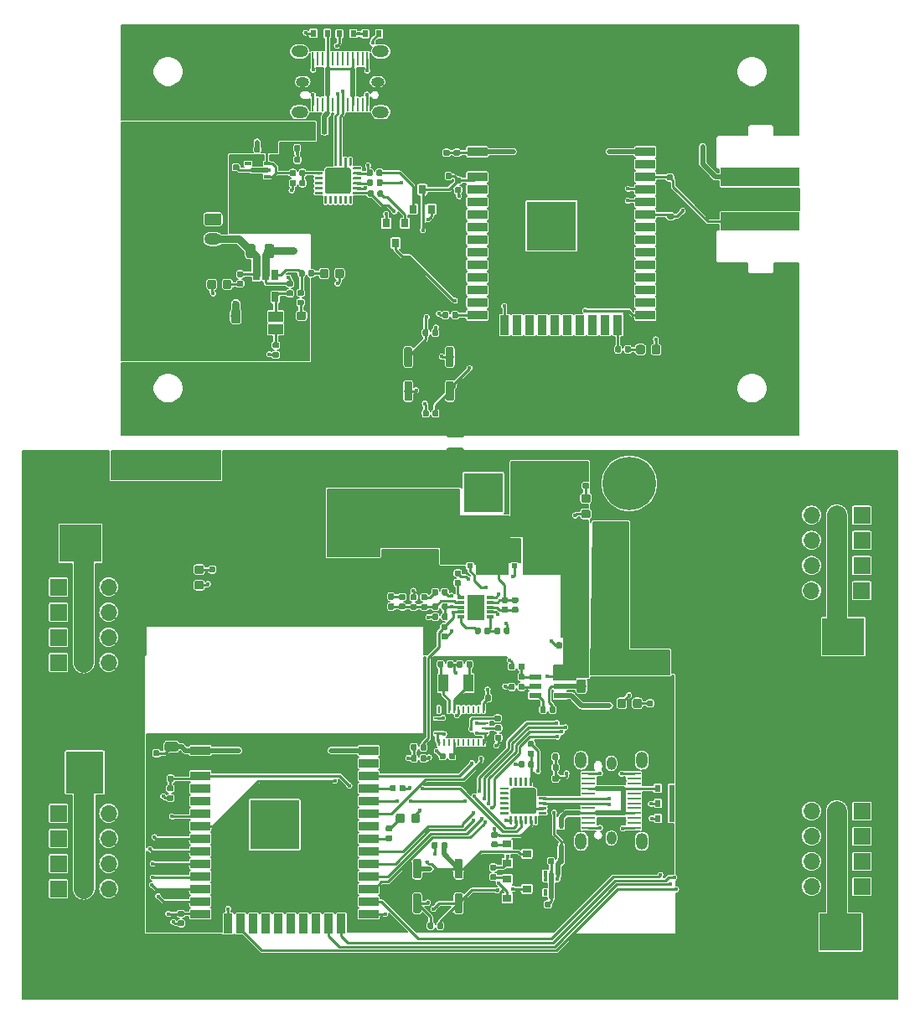
<source format=gbr>
G04 #@! TF.GenerationSoftware,KiCad,Pcbnew,5.1.4-e60b266~84~ubuntu18.04.1*
G04 #@! TF.CreationDate,2019-10-17T22:07:23-04:00*
G04 #@! TF.ProjectId,SmallKat v2,536d616c-6c4b-4617-9420-76322e6b6963,rev?*
G04 #@! TF.SameCoordinates,Original*
G04 #@! TF.FileFunction,Copper,L1,Top*
G04 #@! TF.FilePolarity,Positive*
%FSLAX46Y46*%
G04 Gerber Fmt 4.6, Leading zero omitted, Abs format (unit mm)*
G04 Created by KiCad (PCBNEW 5.1.4-e60b266~84~ubuntu18.04.1) date 2019-10-17 22:07:23*
%MOMM*%
%LPD*%
G04 APERTURE LIST*
%ADD10R,4.240000X3.810000*%
%ADD11R,3.810000X4.240000*%
%ADD12R,8.000000X1.880000*%
%ADD13C,0.100000*%
%ADD14C,0.800000*%
%ADD15O,1.350000X0.950000*%
%ADD16O,1.700000X1.200000*%
%ADD17R,0.270000X1.400000*%
%ADD18O,0.950000X1.350000*%
%ADD19O,1.200000X1.700000*%
%ADD20R,1.400000X0.270000*%
%ADD21R,1.000000X1.800000*%
%ADD22C,0.250000*%
%ADD23C,2.600000*%
%ADD24R,2.000000X0.900000*%
%ADD25R,0.900000X2.000000*%
%ADD26R,5.000000X5.000000*%
%ADD27R,0.650000X0.400000*%
%ADD28R,0.650000X1.060000*%
%ADD29R,0.400000X0.650000*%
%ADD30R,0.675000X0.254000*%
%ADD31R,0.254000X0.675000*%
%ADD32C,0.590000*%
%ADD33R,0.800000X0.900000*%
%ADD34R,0.900000X0.800000*%
%ADD35R,0.950000X1.230000*%
%ADD36R,0.630000X0.500000*%
%ADD37R,3.100000X5.000000*%
%ADD38C,0.975000*%
%ADD39R,1.500000X1.000000*%
%ADD40O,1.750000X1.200000*%
%ADD41C,1.200000*%
%ADD42O,1.700000X1.700000*%
%ADD43R,1.700000X1.700000*%
%ADD44C,4.000000*%
%ADD45R,4.000000X4.000000*%
%ADD46R,1.750000X2.500000*%
%ADD47R,0.800000X0.300000*%
%ADD48R,1.250000X0.600000*%
%ADD49C,5.400000*%
%ADD50R,0.600000X0.700000*%
%ADD51R,0.600000X0.450000*%
%ADD52C,0.875000*%
%ADD53R,0.450000X0.600000*%
%ADD54C,1.250000*%
%ADD55C,0.400000*%
%ADD56C,0.250000*%
%ADD57C,0.500000*%
%ADD58C,0.750000*%
%ADD59C,2.000000*%
%ADD60C,0.200000*%
%ADD61C,0.127000*%
G04 APERTURE END LIST*
D10*
X175798800Y-105968800D03*
X182168800Y-105968800D03*
X175544800Y-135839200D03*
X181914800Y-135839200D03*
X111480600Y-96545400D03*
X105110600Y-96545400D03*
D11*
X105537000Y-113324800D03*
X105537000Y-119694800D03*
D12*
X173795000Y-59530500D03*
X173795000Y-64040500D03*
D13*
G36*
X142637403Y-76724963D02*
G01*
X142656818Y-76727843D01*
X142675857Y-76732612D01*
X142694337Y-76739224D01*
X142712079Y-76747616D01*
X142728914Y-76757706D01*
X142744679Y-76769398D01*
X142759221Y-76782579D01*
X142772402Y-76797121D01*
X142784094Y-76812886D01*
X142794184Y-76829721D01*
X142802576Y-76847463D01*
X142809188Y-76865943D01*
X142813957Y-76884982D01*
X142816837Y-76904397D01*
X142817800Y-76924000D01*
X142817800Y-78524000D01*
X142816837Y-78543603D01*
X142813957Y-78563018D01*
X142809188Y-78582057D01*
X142802576Y-78600537D01*
X142794184Y-78618279D01*
X142784094Y-78635114D01*
X142772402Y-78650879D01*
X142759221Y-78665421D01*
X142744679Y-78678602D01*
X142728914Y-78690294D01*
X142712079Y-78700384D01*
X142694337Y-78708776D01*
X142675857Y-78715388D01*
X142656818Y-78720157D01*
X142637403Y-78723037D01*
X142617800Y-78724000D01*
X142217800Y-78724000D01*
X142198197Y-78723037D01*
X142178782Y-78720157D01*
X142159743Y-78715388D01*
X142141263Y-78708776D01*
X142123521Y-78700384D01*
X142106686Y-78690294D01*
X142090921Y-78678602D01*
X142076379Y-78665421D01*
X142063198Y-78650879D01*
X142051506Y-78635114D01*
X142041416Y-78618279D01*
X142033024Y-78600537D01*
X142026412Y-78582057D01*
X142021643Y-78563018D01*
X142018763Y-78543603D01*
X142017800Y-78524000D01*
X142017800Y-76924000D01*
X142018763Y-76904397D01*
X142021643Y-76884982D01*
X142026412Y-76865943D01*
X142033024Y-76847463D01*
X142041416Y-76829721D01*
X142051506Y-76812886D01*
X142063198Y-76797121D01*
X142076379Y-76782579D01*
X142090921Y-76769398D01*
X142106686Y-76757706D01*
X142123521Y-76747616D01*
X142141263Y-76739224D01*
X142159743Y-76732612D01*
X142178782Y-76727843D01*
X142198197Y-76724963D01*
X142217800Y-76724000D01*
X142617800Y-76724000D01*
X142637403Y-76724963D01*
X142637403Y-76724963D01*
G37*
D14*
X142417800Y-77724000D03*
D13*
G36*
X138437403Y-76724963D02*
G01*
X138456818Y-76727843D01*
X138475857Y-76732612D01*
X138494337Y-76739224D01*
X138512079Y-76747616D01*
X138528914Y-76757706D01*
X138544679Y-76769398D01*
X138559221Y-76782579D01*
X138572402Y-76797121D01*
X138584094Y-76812886D01*
X138594184Y-76829721D01*
X138602576Y-76847463D01*
X138609188Y-76865943D01*
X138613957Y-76884982D01*
X138616837Y-76904397D01*
X138617800Y-76924000D01*
X138617800Y-78524000D01*
X138616837Y-78543603D01*
X138613957Y-78563018D01*
X138609188Y-78582057D01*
X138602576Y-78600537D01*
X138594184Y-78618279D01*
X138584094Y-78635114D01*
X138572402Y-78650879D01*
X138559221Y-78665421D01*
X138544679Y-78678602D01*
X138528914Y-78690294D01*
X138512079Y-78700384D01*
X138494337Y-78708776D01*
X138475857Y-78715388D01*
X138456818Y-78720157D01*
X138437403Y-78723037D01*
X138417800Y-78724000D01*
X138017800Y-78724000D01*
X137998197Y-78723037D01*
X137978782Y-78720157D01*
X137959743Y-78715388D01*
X137941263Y-78708776D01*
X137923521Y-78700384D01*
X137906686Y-78690294D01*
X137890921Y-78678602D01*
X137876379Y-78665421D01*
X137863198Y-78650879D01*
X137851506Y-78635114D01*
X137841416Y-78618279D01*
X137833024Y-78600537D01*
X137826412Y-78582057D01*
X137821643Y-78563018D01*
X137818763Y-78543603D01*
X137817800Y-78524000D01*
X137817800Y-76924000D01*
X137818763Y-76904397D01*
X137821643Y-76884982D01*
X137826412Y-76865943D01*
X137833024Y-76847463D01*
X137841416Y-76829721D01*
X137851506Y-76812886D01*
X137863198Y-76797121D01*
X137876379Y-76782579D01*
X137890921Y-76769398D01*
X137906686Y-76757706D01*
X137923521Y-76747616D01*
X137941263Y-76739224D01*
X137959743Y-76732612D01*
X137978782Y-76727843D01*
X137998197Y-76724963D01*
X138017800Y-76724000D01*
X138417800Y-76724000D01*
X138437403Y-76724963D01*
X138437403Y-76724963D01*
G37*
D14*
X138217800Y-77724000D03*
D13*
G36*
X138446403Y-80153963D02*
G01*
X138465818Y-80156843D01*
X138484857Y-80161612D01*
X138503337Y-80168224D01*
X138521079Y-80176616D01*
X138537914Y-80186706D01*
X138553679Y-80198398D01*
X138568221Y-80211579D01*
X138581402Y-80226121D01*
X138593094Y-80241886D01*
X138603184Y-80258721D01*
X138611576Y-80276463D01*
X138618188Y-80294943D01*
X138622957Y-80313982D01*
X138625837Y-80333397D01*
X138626800Y-80353000D01*
X138626800Y-81953000D01*
X138625837Y-81972603D01*
X138622957Y-81992018D01*
X138618188Y-82011057D01*
X138611576Y-82029537D01*
X138603184Y-82047279D01*
X138593094Y-82064114D01*
X138581402Y-82079879D01*
X138568221Y-82094421D01*
X138553679Y-82107602D01*
X138537914Y-82119294D01*
X138521079Y-82129384D01*
X138503337Y-82137776D01*
X138484857Y-82144388D01*
X138465818Y-82149157D01*
X138446403Y-82152037D01*
X138426800Y-82153000D01*
X138026800Y-82153000D01*
X138007197Y-82152037D01*
X137987782Y-82149157D01*
X137968743Y-82144388D01*
X137950263Y-82137776D01*
X137932521Y-82129384D01*
X137915686Y-82119294D01*
X137899921Y-82107602D01*
X137885379Y-82094421D01*
X137872198Y-82079879D01*
X137860506Y-82064114D01*
X137850416Y-82047279D01*
X137842024Y-82029537D01*
X137835412Y-82011057D01*
X137830643Y-81992018D01*
X137827763Y-81972603D01*
X137826800Y-81953000D01*
X137826800Y-80353000D01*
X137827763Y-80333397D01*
X137830643Y-80313982D01*
X137835412Y-80294943D01*
X137842024Y-80276463D01*
X137850416Y-80258721D01*
X137860506Y-80241886D01*
X137872198Y-80226121D01*
X137885379Y-80211579D01*
X137899921Y-80198398D01*
X137915686Y-80186706D01*
X137932521Y-80176616D01*
X137950263Y-80168224D01*
X137968743Y-80161612D01*
X137987782Y-80156843D01*
X138007197Y-80153963D01*
X138026800Y-80153000D01*
X138426800Y-80153000D01*
X138446403Y-80153963D01*
X138446403Y-80153963D01*
G37*
D14*
X138226800Y-81153000D03*
D13*
G36*
X142646403Y-80153963D02*
G01*
X142665818Y-80156843D01*
X142684857Y-80161612D01*
X142703337Y-80168224D01*
X142721079Y-80176616D01*
X142737914Y-80186706D01*
X142753679Y-80198398D01*
X142768221Y-80211579D01*
X142781402Y-80226121D01*
X142793094Y-80241886D01*
X142803184Y-80258721D01*
X142811576Y-80276463D01*
X142818188Y-80294943D01*
X142822957Y-80313982D01*
X142825837Y-80333397D01*
X142826800Y-80353000D01*
X142826800Y-81953000D01*
X142825837Y-81972603D01*
X142822957Y-81992018D01*
X142818188Y-82011057D01*
X142811576Y-82029537D01*
X142803184Y-82047279D01*
X142793094Y-82064114D01*
X142781402Y-82079879D01*
X142768221Y-82094421D01*
X142753679Y-82107602D01*
X142737914Y-82119294D01*
X142721079Y-82129384D01*
X142703337Y-82137776D01*
X142684857Y-82144388D01*
X142665818Y-82149157D01*
X142646403Y-82152037D01*
X142626800Y-82153000D01*
X142226800Y-82153000D01*
X142207197Y-82152037D01*
X142187782Y-82149157D01*
X142168743Y-82144388D01*
X142150263Y-82137776D01*
X142132521Y-82129384D01*
X142115686Y-82119294D01*
X142099921Y-82107602D01*
X142085379Y-82094421D01*
X142072198Y-82079879D01*
X142060506Y-82064114D01*
X142050416Y-82047279D01*
X142042024Y-82029537D01*
X142035412Y-82011057D01*
X142030643Y-81992018D01*
X142027763Y-81972603D01*
X142026800Y-81953000D01*
X142026800Y-80353000D01*
X142027763Y-80333397D01*
X142030643Y-80313982D01*
X142035412Y-80294943D01*
X142042024Y-80276463D01*
X142050416Y-80258721D01*
X142060506Y-80241886D01*
X142072198Y-80226121D01*
X142085379Y-80211579D01*
X142099921Y-80198398D01*
X142115686Y-80186706D01*
X142132521Y-80176616D01*
X142150263Y-80168224D01*
X142168743Y-80161612D01*
X142187782Y-80156843D01*
X142207197Y-80153963D01*
X142226800Y-80153000D01*
X142626800Y-80153000D01*
X142646403Y-80153963D01*
X142646403Y-80153963D01*
G37*
D14*
X142426800Y-81153000D03*
D13*
G36*
X139343603Y-128413963D02*
G01*
X139363018Y-128416843D01*
X139382057Y-128421612D01*
X139400537Y-128428224D01*
X139418279Y-128436616D01*
X139435114Y-128446706D01*
X139450879Y-128458398D01*
X139465421Y-128471579D01*
X139478602Y-128486121D01*
X139490294Y-128501886D01*
X139500384Y-128518721D01*
X139508776Y-128536463D01*
X139515388Y-128554943D01*
X139520157Y-128573982D01*
X139523037Y-128593397D01*
X139524000Y-128613000D01*
X139524000Y-130213000D01*
X139523037Y-130232603D01*
X139520157Y-130252018D01*
X139515388Y-130271057D01*
X139508776Y-130289537D01*
X139500384Y-130307279D01*
X139490294Y-130324114D01*
X139478602Y-130339879D01*
X139465421Y-130354421D01*
X139450879Y-130367602D01*
X139435114Y-130379294D01*
X139418279Y-130389384D01*
X139400537Y-130397776D01*
X139382057Y-130404388D01*
X139363018Y-130409157D01*
X139343603Y-130412037D01*
X139324000Y-130413000D01*
X138924000Y-130413000D01*
X138904397Y-130412037D01*
X138884982Y-130409157D01*
X138865943Y-130404388D01*
X138847463Y-130397776D01*
X138829721Y-130389384D01*
X138812886Y-130379294D01*
X138797121Y-130367602D01*
X138782579Y-130354421D01*
X138769398Y-130339879D01*
X138757706Y-130324114D01*
X138747616Y-130307279D01*
X138739224Y-130289537D01*
X138732612Y-130271057D01*
X138727843Y-130252018D01*
X138724963Y-130232603D01*
X138724000Y-130213000D01*
X138724000Y-128613000D01*
X138724963Y-128593397D01*
X138727843Y-128573982D01*
X138732612Y-128554943D01*
X138739224Y-128536463D01*
X138747616Y-128518721D01*
X138757706Y-128501886D01*
X138769398Y-128486121D01*
X138782579Y-128471579D01*
X138797121Y-128458398D01*
X138812886Y-128446706D01*
X138829721Y-128436616D01*
X138847463Y-128428224D01*
X138865943Y-128421612D01*
X138884982Y-128416843D01*
X138904397Y-128413963D01*
X138924000Y-128413000D01*
X139324000Y-128413000D01*
X139343603Y-128413963D01*
X139343603Y-128413963D01*
G37*
D14*
X139124000Y-129413000D03*
D13*
G36*
X143543603Y-128413963D02*
G01*
X143563018Y-128416843D01*
X143582057Y-128421612D01*
X143600537Y-128428224D01*
X143618279Y-128436616D01*
X143635114Y-128446706D01*
X143650879Y-128458398D01*
X143665421Y-128471579D01*
X143678602Y-128486121D01*
X143690294Y-128501886D01*
X143700384Y-128518721D01*
X143708776Y-128536463D01*
X143715388Y-128554943D01*
X143720157Y-128573982D01*
X143723037Y-128593397D01*
X143724000Y-128613000D01*
X143724000Y-130213000D01*
X143723037Y-130232603D01*
X143720157Y-130252018D01*
X143715388Y-130271057D01*
X143708776Y-130289537D01*
X143700384Y-130307279D01*
X143690294Y-130324114D01*
X143678602Y-130339879D01*
X143665421Y-130354421D01*
X143650879Y-130367602D01*
X143635114Y-130379294D01*
X143618279Y-130389384D01*
X143600537Y-130397776D01*
X143582057Y-130404388D01*
X143563018Y-130409157D01*
X143543603Y-130412037D01*
X143524000Y-130413000D01*
X143124000Y-130413000D01*
X143104397Y-130412037D01*
X143084982Y-130409157D01*
X143065943Y-130404388D01*
X143047463Y-130397776D01*
X143029721Y-130389384D01*
X143012886Y-130379294D01*
X142997121Y-130367602D01*
X142982579Y-130354421D01*
X142969398Y-130339879D01*
X142957706Y-130324114D01*
X142947616Y-130307279D01*
X142939224Y-130289537D01*
X142932612Y-130271057D01*
X142927843Y-130252018D01*
X142924963Y-130232603D01*
X142924000Y-130213000D01*
X142924000Y-128613000D01*
X142924963Y-128593397D01*
X142927843Y-128573982D01*
X142932612Y-128554943D01*
X142939224Y-128536463D01*
X142947616Y-128518721D01*
X142957706Y-128501886D01*
X142969398Y-128486121D01*
X142982579Y-128471579D01*
X142997121Y-128458398D01*
X143012886Y-128446706D01*
X143029721Y-128436616D01*
X143047463Y-128428224D01*
X143065943Y-128421612D01*
X143084982Y-128416843D01*
X143104397Y-128413963D01*
X143124000Y-128413000D01*
X143524000Y-128413000D01*
X143543603Y-128413963D01*
X143543603Y-128413963D01*
G37*
D14*
X143324000Y-129413000D03*
D13*
G36*
X139339103Y-131906463D02*
G01*
X139358518Y-131909343D01*
X139377557Y-131914112D01*
X139396037Y-131920724D01*
X139413779Y-131929116D01*
X139430614Y-131939206D01*
X139446379Y-131950898D01*
X139460921Y-131964079D01*
X139474102Y-131978621D01*
X139485794Y-131994386D01*
X139495884Y-132011221D01*
X139504276Y-132028963D01*
X139510888Y-132047443D01*
X139515657Y-132066482D01*
X139518537Y-132085897D01*
X139519500Y-132105500D01*
X139519500Y-133705500D01*
X139518537Y-133725103D01*
X139515657Y-133744518D01*
X139510888Y-133763557D01*
X139504276Y-133782037D01*
X139495884Y-133799779D01*
X139485794Y-133816614D01*
X139474102Y-133832379D01*
X139460921Y-133846921D01*
X139446379Y-133860102D01*
X139430614Y-133871794D01*
X139413779Y-133881884D01*
X139396037Y-133890276D01*
X139377557Y-133896888D01*
X139358518Y-133901657D01*
X139339103Y-133904537D01*
X139319500Y-133905500D01*
X138919500Y-133905500D01*
X138899897Y-133904537D01*
X138880482Y-133901657D01*
X138861443Y-133896888D01*
X138842963Y-133890276D01*
X138825221Y-133881884D01*
X138808386Y-133871794D01*
X138792621Y-133860102D01*
X138778079Y-133846921D01*
X138764898Y-133832379D01*
X138753206Y-133816614D01*
X138743116Y-133799779D01*
X138734724Y-133782037D01*
X138728112Y-133763557D01*
X138723343Y-133744518D01*
X138720463Y-133725103D01*
X138719500Y-133705500D01*
X138719500Y-132105500D01*
X138720463Y-132085897D01*
X138723343Y-132066482D01*
X138728112Y-132047443D01*
X138734724Y-132028963D01*
X138743116Y-132011221D01*
X138753206Y-131994386D01*
X138764898Y-131978621D01*
X138778079Y-131964079D01*
X138792621Y-131950898D01*
X138808386Y-131939206D01*
X138825221Y-131929116D01*
X138842963Y-131920724D01*
X138861443Y-131914112D01*
X138880482Y-131909343D01*
X138899897Y-131906463D01*
X138919500Y-131905500D01*
X139319500Y-131905500D01*
X139339103Y-131906463D01*
X139339103Y-131906463D01*
G37*
D14*
X139119500Y-132905500D03*
D13*
G36*
X143539103Y-131906463D02*
G01*
X143558518Y-131909343D01*
X143577557Y-131914112D01*
X143596037Y-131920724D01*
X143613779Y-131929116D01*
X143630614Y-131939206D01*
X143646379Y-131950898D01*
X143660921Y-131964079D01*
X143674102Y-131978621D01*
X143685794Y-131994386D01*
X143695884Y-132011221D01*
X143704276Y-132028963D01*
X143710888Y-132047443D01*
X143715657Y-132066482D01*
X143718537Y-132085897D01*
X143719500Y-132105500D01*
X143719500Y-133705500D01*
X143718537Y-133725103D01*
X143715657Y-133744518D01*
X143710888Y-133763557D01*
X143704276Y-133782037D01*
X143695884Y-133799779D01*
X143685794Y-133816614D01*
X143674102Y-133832379D01*
X143660921Y-133846921D01*
X143646379Y-133860102D01*
X143630614Y-133871794D01*
X143613779Y-133881884D01*
X143596037Y-133890276D01*
X143577557Y-133896888D01*
X143558518Y-133901657D01*
X143539103Y-133904537D01*
X143519500Y-133905500D01*
X143119500Y-133905500D01*
X143099897Y-133904537D01*
X143080482Y-133901657D01*
X143061443Y-133896888D01*
X143042963Y-133890276D01*
X143025221Y-133881884D01*
X143008386Y-133871794D01*
X142992621Y-133860102D01*
X142978079Y-133846921D01*
X142964898Y-133832379D01*
X142953206Y-133816614D01*
X142943116Y-133799779D01*
X142934724Y-133782037D01*
X142928112Y-133763557D01*
X142923343Y-133744518D01*
X142920463Y-133725103D01*
X142919500Y-133705500D01*
X142919500Y-132105500D01*
X142920463Y-132085897D01*
X142923343Y-132066482D01*
X142928112Y-132047443D01*
X142934724Y-132028963D01*
X142943116Y-132011221D01*
X142953206Y-131994386D01*
X142964898Y-131978621D01*
X142978079Y-131964079D01*
X142992621Y-131950898D01*
X143008386Y-131939206D01*
X143025221Y-131929116D01*
X143042963Y-131920724D01*
X143061443Y-131914112D01*
X143080482Y-131909343D01*
X143099897Y-131906463D01*
X143119500Y-131905500D01*
X143519500Y-131905500D01*
X143539103Y-131906463D01*
X143539103Y-131906463D01*
G37*
D14*
X143319500Y-132905500D03*
D15*
X127568400Y-49911000D03*
X135118400Y-49911000D03*
D16*
X127243400Y-46841000D03*
X127243400Y-52981000D03*
X135443400Y-46841000D03*
D17*
X134093400Y-47611000D03*
X133593400Y-47611000D03*
X133093400Y-47611000D03*
X132593400Y-47611000D03*
X132093400Y-47611000D03*
X131593400Y-47611000D03*
X131093400Y-47611000D03*
X130593400Y-47611000D03*
X130093400Y-47611000D03*
X129593400Y-47611000D03*
X129093400Y-47611000D03*
X128593400Y-47611000D03*
X129093400Y-52211000D03*
X130593400Y-52211000D03*
X130093400Y-52211000D03*
X129593400Y-52211000D03*
X128593400Y-52211000D03*
X131093400Y-52211000D03*
X131593400Y-52211000D03*
X132093400Y-52211000D03*
X132593400Y-52211000D03*
X133093400Y-52211000D03*
X133593400Y-52211000D03*
X134093400Y-52211000D03*
D16*
X135443400Y-52981000D03*
D18*
X158750000Y-118780000D03*
X158750000Y-126330000D03*
D19*
X161820000Y-118455000D03*
X155680000Y-118455000D03*
X161820000Y-126655000D03*
D20*
X161050000Y-125305000D03*
X161050000Y-124805000D03*
X161050000Y-124305000D03*
X161050000Y-123805000D03*
X161050000Y-123305000D03*
X161050000Y-122805000D03*
X161050000Y-122305000D03*
X161050000Y-121805000D03*
X161050000Y-121305000D03*
X161050000Y-120805000D03*
X161050000Y-120305000D03*
X161050000Y-119805000D03*
X156450000Y-120305000D03*
X156450000Y-121805000D03*
X156450000Y-121305000D03*
X156450000Y-120805000D03*
X156450000Y-119805000D03*
X156450000Y-122305000D03*
X156450000Y-122805000D03*
X156450000Y-123305000D03*
X156450000Y-123805000D03*
X156450000Y-124305000D03*
X156450000Y-124805000D03*
X156450000Y-125305000D03*
D19*
X155680000Y-126655000D03*
D21*
X141795500Y-110680500D03*
X144295500Y-110680500D03*
D13*
G36*
X133418826Y-58533501D02*
G01*
X133424893Y-58534401D01*
X133430843Y-58535891D01*
X133436618Y-58537958D01*
X133442162Y-58540580D01*
X133447423Y-58543733D01*
X133452350Y-58547387D01*
X133456894Y-58551506D01*
X133461013Y-58556050D01*
X133464667Y-58560977D01*
X133467820Y-58566238D01*
X133470442Y-58571782D01*
X133472509Y-58577557D01*
X133473999Y-58583507D01*
X133474899Y-58589574D01*
X133475200Y-58595700D01*
X133475200Y-58720700D01*
X133474899Y-58726826D01*
X133473999Y-58732893D01*
X133472509Y-58738843D01*
X133470442Y-58744618D01*
X133467820Y-58750162D01*
X133464667Y-58755423D01*
X133461013Y-58760350D01*
X133456894Y-58764894D01*
X133452350Y-58769013D01*
X133447423Y-58772667D01*
X133442162Y-58775820D01*
X133436618Y-58778442D01*
X133430843Y-58780509D01*
X133424893Y-58781999D01*
X133418826Y-58782899D01*
X133412700Y-58783200D01*
X132712700Y-58783200D01*
X132706574Y-58782899D01*
X132700507Y-58781999D01*
X132694557Y-58780509D01*
X132688782Y-58778442D01*
X132683238Y-58775820D01*
X132677977Y-58772667D01*
X132673050Y-58769013D01*
X132668506Y-58764894D01*
X132664387Y-58760350D01*
X132660733Y-58755423D01*
X132657580Y-58750162D01*
X132654958Y-58744618D01*
X132652891Y-58738843D01*
X132651401Y-58732893D01*
X132650501Y-58726826D01*
X132650200Y-58720700D01*
X132650200Y-58595700D01*
X132650501Y-58589574D01*
X132651401Y-58583507D01*
X132652891Y-58577557D01*
X132654958Y-58571782D01*
X132657580Y-58566238D01*
X132660733Y-58560977D01*
X132664387Y-58556050D01*
X132668506Y-58551506D01*
X132673050Y-58547387D01*
X132677977Y-58543733D01*
X132683238Y-58540580D01*
X132688782Y-58537958D01*
X132694557Y-58535891D01*
X132700507Y-58534401D01*
X132706574Y-58533501D01*
X132712700Y-58533200D01*
X133412700Y-58533200D01*
X133418826Y-58533501D01*
X133418826Y-58533501D01*
G37*
D22*
X133062700Y-58658200D03*
D13*
G36*
X133418826Y-59033501D02*
G01*
X133424893Y-59034401D01*
X133430843Y-59035891D01*
X133436618Y-59037958D01*
X133442162Y-59040580D01*
X133447423Y-59043733D01*
X133452350Y-59047387D01*
X133456894Y-59051506D01*
X133461013Y-59056050D01*
X133464667Y-59060977D01*
X133467820Y-59066238D01*
X133470442Y-59071782D01*
X133472509Y-59077557D01*
X133473999Y-59083507D01*
X133474899Y-59089574D01*
X133475200Y-59095700D01*
X133475200Y-59220700D01*
X133474899Y-59226826D01*
X133473999Y-59232893D01*
X133472509Y-59238843D01*
X133470442Y-59244618D01*
X133467820Y-59250162D01*
X133464667Y-59255423D01*
X133461013Y-59260350D01*
X133456894Y-59264894D01*
X133452350Y-59269013D01*
X133447423Y-59272667D01*
X133442162Y-59275820D01*
X133436618Y-59278442D01*
X133430843Y-59280509D01*
X133424893Y-59281999D01*
X133418826Y-59282899D01*
X133412700Y-59283200D01*
X132712700Y-59283200D01*
X132706574Y-59282899D01*
X132700507Y-59281999D01*
X132694557Y-59280509D01*
X132688782Y-59278442D01*
X132683238Y-59275820D01*
X132677977Y-59272667D01*
X132673050Y-59269013D01*
X132668506Y-59264894D01*
X132664387Y-59260350D01*
X132660733Y-59255423D01*
X132657580Y-59250162D01*
X132654958Y-59244618D01*
X132652891Y-59238843D01*
X132651401Y-59232893D01*
X132650501Y-59226826D01*
X132650200Y-59220700D01*
X132650200Y-59095700D01*
X132650501Y-59089574D01*
X132651401Y-59083507D01*
X132652891Y-59077557D01*
X132654958Y-59071782D01*
X132657580Y-59066238D01*
X132660733Y-59060977D01*
X132664387Y-59056050D01*
X132668506Y-59051506D01*
X132673050Y-59047387D01*
X132677977Y-59043733D01*
X132683238Y-59040580D01*
X132688782Y-59037958D01*
X132694557Y-59035891D01*
X132700507Y-59034401D01*
X132706574Y-59033501D01*
X132712700Y-59033200D01*
X133412700Y-59033200D01*
X133418826Y-59033501D01*
X133418826Y-59033501D01*
G37*
D22*
X133062700Y-59158200D03*
D13*
G36*
X133418826Y-59533501D02*
G01*
X133424893Y-59534401D01*
X133430843Y-59535891D01*
X133436618Y-59537958D01*
X133442162Y-59540580D01*
X133447423Y-59543733D01*
X133452350Y-59547387D01*
X133456894Y-59551506D01*
X133461013Y-59556050D01*
X133464667Y-59560977D01*
X133467820Y-59566238D01*
X133470442Y-59571782D01*
X133472509Y-59577557D01*
X133473999Y-59583507D01*
X133474899Y-59589574D01*
X133475200Y-59595700D01*
X133475200Y-59720700D01*
X133474899Y-59726826D01*
X133473999Y-59732893D01*
X133472509Y-59738843D01*
X133470442Y-59744618D01*
X133467820Y-59750162D01*
X133464667Y-59755423D01*
X133461013Y-59760350D01*
X133456894Y-59764894D01*
X133452350Y-59769013D01*
X133447423Y-59772667D01*
X133442162Y-59775820D01*
X133436618Y-59778442D01*
X133430843Y-59780509D01*
X133424893Y-59781999D01*
X133418826Y-59782899D01*
X133412700Y-59783200D01*
X132712700Y-59783200D01*
X132706574Y-59782899D01*
X132700507Y-59781999D01*
X132694557Y-59780509D01*
X132688782Y-59778442D01*
X132683238Y-59775820D01*
X132677977Y-59772667D01*
X132673050Y-59769013D01*
X132668506Y-59764894D01*
X132664387Y-59760350D01*
X132660733Y-59755423D01*
X132657580Y-59750162D01*
X132654958Y-59744618D01*
X132652891Y-59738843D01*
X132651401Y-59732893D01*
X132650501Y-59726826D01*
X132650200Y-59720700D01*
X132650200Y-59595700D01*
X132650501Y-59589574D01*
X132651401Y-59583507D01*
X132652891Y-59577557D01*
X132654958Y-59571782D01*
X132657580Y-59566238D01*
X132660733Y-59560977D01*
X132664387Y-59556050D01*
X132668506Y-59551506D01*
X132673050Y-59547387D01*
X132677977Y-59543733D01*
X132683238Y-59540580D01*
X132688782Y-59537958D01*
X132694557Y-59535891D01*
X132700507Y-59534401D01*
X132706574Y-59533501D01*
X132712700Y-59533200D01*
X133412700Y-59533200D01*
X133418826Y-59533501D01*
X133418826Y-59533501D01*
G37*
D22*
X133062700Y-59658200D03*
D13*
G36*
X133418826Y-60033501D02*
G01*
X133424893Y-60034401D01*
X133430843Y-60035891D01*
X133436618Y-60037958D01*
X133442162Y-60040580D01*
X133447423Y-60043733D01*
X133452350Y-60047387D01*
X133456894Y-60051506D01*
X133461013Y-60056050D01*
X133464667Y-60060977D01*
X133467820Y-60066238D01*
X133470442Y-60071782D01*
X133472509Y-60077557D01*
X133473999Y-60083507D01*
X133474899Y-60089574D01*
X133475200Y-60095700D01*
X133475200Y-60220700D01*
X133474899Y-60226826D01*
X133473999Y-60232893D01*
X133472509Y-60238843D01*
X133470442Y-60244618D01*
X133467820Y-60250162D01*
X133464667Y-60255423D01*
X133461013Y-60260350D01*
X133456894Y-60264894D01*
X133452350Y-60269013D01*
X133447423Y-60272667D01*
X133442162Y-60275820D01*
X133436618Y-60278442D01*
X133430843Y-60280509D01*
X133424893Y-60281999D01*
X133418826Y-60282899D01*
X133412700Y-60283200D01*
X132712700Y-60283200D01*
X132706574Y-60282899D01*
X132700507Y-60281999D01*
X132694557Y-60280509D01*
X132688782Y-60278442D01*
X132683238Y-60275820D01*
X132677977Y-60272667D01*
X132673050Y-60269013D01*
X132668506Y-60264894D01*
X132664387Y-60260350D01*
X132660733Y-60255423D01*
X132657580Y-60250162D01*
X132654958Y-60244618D01*
X132652891Y-60238843D01*
X132651401Y-60232893D01*
X132650501Y-60226826D01*
X132650200Y-60220700D01*
X132650200Y-60095700D01*
X132650501Y-60089574D01*
X132651401Y-60083507D01*
X132652891Y-60077557D01*
X132654958Y-60071782D01*
X132657580Y-60066238D01*
X132660733Y-60060977D01*
X132664387Y-60056050D01*
X132668506Y-60051506D01*
X132673050Y-60047387D01*
X132677977Y-60043733D01*
X132683238Y-60040580D01*
X132688782Y-60037958D01*
X132694557Y-60035891D01*
X132700507Y-60034401D01*
X132706574Y-60033501D01*
X132712700Y-60033200D01*
X133412700Y-60033200D01*
X133418826Y-60033501D01*
X133418826Y-60033501D01*
G37*
D22*
X133062700Y-60158200D03*
D13*
G36*
X133418826Y-60533501D02*
G01*
X133424893Y-60534401D01*
X133430843Y-60535891D01*
X133436618Y-60537958D01*
X133442162Y-60540580D01*
X133447423Y-60543733D01*
X133452350Y-60547387D01*
X133456894Y-60551506D01*
X133461013Y-60556050D01*
X133464667Y-60560977D01*
X133467820Y-60566238D01*
X133470442Y-60571782D01*
X133472509Y-60577557D01*
X133473999Y-60583507D01*
X133474899Y-60589574D01*
X133475200Y-60595700D01*
X133475200Y-60720700D01*
X133474899Y-60726826D01*
X133473999Y-60732893D01*
X133472509Y-60738843D01*
X133470442Y-60744618D01*
X133467820Y-60750162D01*
X133464667Y-60755423D01*
X133461013Y-60760350D01*
X133456894Y-60764894D01*
X133452350Y-60769013D01*
X133447423Y-60772667D01*
X133442162Y-60775820D01*
X133436618Y-60778442D01*
X133430843Y-60780509D01*
X133424893Y-60781999D01*
X133418826Y-60782899D01*
X133412700Y-60783200D01*
X132712700Y-60783200D01*
X132706574Y-60782899D01*
X132700507Y-60781999D01*
X132694557Y-60780509D01*
X132688782Y-60778442D01*
X132683238Y-60775820D01*
X132677977Y-60772667D01*
X132673050Y-60769013D01*
X132668506Y-60764894D01*
X132664387Y-60760350D01*
X132660733Y-60755423D01*
X132657580Y-60750162D01*
X132654958Y-60744618D01*
X132652891Y-60738843D01*
X132651401Y-60732893D01*
X132650501Y-60726826D01*
X132650200Y-60720700D01*
X132650200Y-60595700D01*
X132650501Y-60589574D01*
X132651401Y-60583507D01*
X132652891Y-60577557D01*
X132654958Y-60571782D01*
X132657580Y-60566238D01*
X132660733Y-60560977D01*
X132664387Y-60556050D01*
X132668506Y-60551506D01*
X132673050Y-60547387D01*
X132677977Y-60543733D01*
X132683238Y-60540580D01*
X132688782Y-60537958D01*
X132694557Y-60535891D01*
X132700507Y-60534401D01*
X132706574Y-60533501D01*
X132712700Y-60533200D01*
X133412700Y-60533200D01*
X133418826Y-60533501D01*
X133418826Y-60533501D01*
G37*
D22*
X133062700Y-60658200D03*
D13*
G36*
X133418826Y-61033501D02*
G01*
X133424893Y-61034401D01*
X133430843Y-61035891D01*
X133436618Y-61037958D01*
X133442162Y-61040580D01*
X133447423Y-61043733D01*
X133452350Y-61047387D01*
X133456894Y-61051506D01*
X133461013Y-61056050D01*
X133464667Y-61060977D01*
X133467820Y-61066238D01*
X133470442Y-61071782D01*
X133472509Y-61077557D01*
X133473999Y-61083507D01*
X133474899Y-61089574D01*
X133475200Y-61095700D01*
X133475200Y-61220700D01*
X133474899Y-61226826D01*
X133473999Y-61232893D01*
X133472509Y-61238843D01*
X133470442Y-61244618D01*
X133467820Y-61250162D01*
X133464667Y-61255423D01*
X133461013Y-61260350D01*
X133456894Y-61264894D01*
X133452350Y-61269013D01*
X133447423Y-61272667D01*
X133442162Y-61275820D01*
X133436618Y-61278442D01*
X133430843Y-61280509D01*
X133424893Y-61281999D01*
X133418826Y-61282899D01*
X133412700Y-61283200D01*
X132712700Y-61283200D01*
X132706574Y-61282899D01*
X132700507Y-61281999D01*
X132694557Y-61280509D01*
X132688782Y-61278442D01*
X132683238Y-61275820D01*
X132677977Y-61272667D01*
X132673050Y-61269013D01*
X132668506Y-61264894D01*
X132664387Y-61260350D01*
X132660733Y-61255423D01*
X132657580Y-61250162D01*
X132654958Y-61244618D01*
X132652891Y-61238843D01*
X132651401Y-61232893D01*
X132650501Y-61226826D01*
X132650200Y-61220700D01*
X132650200Y-61095700D01*
X132650501Y-61089574D01*
X132651401Y-61083507D01*
X132652891Y-61077557D01*
X132654958Y-61071782D01*
X132657580Y-61066238D01*
X132660733Y-61060977D01*
X132664387Y-61056050D01*
X132668506Y-61051506D01*
X132673050Y-61047387D01*
X132677977Y-61043733D01*
X132683238Y-61040580D01*
X132688782Y-61037958D01*
X132694557Y-61035891D01*
X132700507Y-61034401D01*
X132706574Y-61033501D01*
X132712700Y-61033200D01*
X133412700Y-61033200D01*
X133418826Y-61033501D01*
X133418826Y-61033501D01*
G37*
D22*
X133062700Y-61158200D03*
D13*
G36*
X132443826Y-61433501D02*
G01*
X132449893Y-61434401D01*
X132455843Y-61435891D01*
X132461618Y-61437958D01*
X132467162Y-61440580D01*
X132472423Y-61443733D01*
X132477350Y-61447387D01*
X132481894Y-61451506D01*
X132486013Y-61456050D01*
X132489667Y-61460977D01*
X132492820Y-61466238D01*
X132495442Y-61471782D01*
X132497509Y-61477557D01*
X132498999Y-61483507D01*
X132499899Y-61489574D01*
X132500200Y-61495700D01*
X132500200Y-62195700D01*
X132499899Y-62201826D01*
X132498999Y-62207893D01*
X132497509Y-62213843D01*
X132495442Y-62219618D01*
X132492820Y-62225162D01*
X132489667Y-62230423D01*
X132486013Y-62235350D01*
X132481894Y-62239894D01*
X132477350Y-62244013D01*
X132472423Y-62247667D01*
X132467162Y-62250820D01*
X132461618Y-62253442D01*
X132455843Y-62255509D01*
X132449893Y-62256999D01*
X132443826Y-62257899D01*
X132437700Y-62258200D01*
X132312700Y-62258200D01*
X132306574Y-62257899D01*
X132300507Y-62256999D01*
X132294557Y-62255509D01*
X132288782Y-62253442D01*
X132283238Y-62250820D01*
X132277977Y-62247667D01*
X132273050Y-62244013D01*
X132268506Y-62239894D01*
X132264387Y-62235350D01*
X132260733Y-62230423D01*
X132257580Y-62225162D01*
X132254958Y-62219618D01*
X132252891Y-62213843D01*
X132251401Y-62207893D01*
X132250501Y-62201826D01*
X132250200Y-62195700D01*
X132250200Y-61495700D01*
X132250501Y-61489574D01*
X132251401Y-61483507D01*
X132252891Y-61477557D01*
X132254958Y-61471782D01*
X132257580Y-61466238D01*
X132260733Y-61460977D01*
X132264387Y-61456050D01*
X132268506Y-61451506D01*
X132273050Y-61447387D01*
X132277977Y-61443733D01*
X132283238Y-61440580D01*
X132288782Y-61437958D01*
X132294557Y-61435891D01*
X132300507Y-61434401D01*
X132306574Y-61433501D01*
X132312700Y-61433200D01*
X132437700Y-61433200D01*
X132443826Y-61433501D01*
X132443826Y-61433501D01*
G37*
D22*
X132375200Y-61845700D03*
D13*
G36*
X131943826Y-61433501D02*
G01*
X131949893Y-61434401D01*
X131955843Y-61435891D01*
X131961618Y-61437958D01*
X131967162Y-61440580D01*
X131972423Y-61443733D01*
X131977350Y-61447387D01*
X131981894Y-61451506D01*
X131986013Y-61456050D01*
X131989667Y-61460977D01*
X131992820Y-61466238D01*
X131995442Y-61471782D01*
X131997509Y-61477557D01*
X131998999Y-61483507D01*
X131999899Y-61489574D01*
X132000200Y-61495700D01*
X132000200Y-62195700D01*
X131999899Y-62201826D01*
X131998999Y-62207893D01*
X131997509Y-62213843D01*
X131995442Y-62219618D01*
X131992820Y-62225162D01*
X131989667Y-62230423D01*
X131986013Y-62235350D01*
X131981894Y-62239894D01*
X131977350Y-62244013D01*
X131972423Y-62247667D01*
X131967162Y-62250820D01*
X131961618Y-62253442D01*
X131955843Y-62255509D01*
X131949893Y-62256999D01*
X131943826Y-62257899D01*
X131937700Y-62258200D01*
X131812700Y-62258200D01*
X131806574Y-62257899D01*
X131800507Y-62256999D01*
X131794557Y-62255509D01*
X131788782Y-62253442D01*
X131783238Y-62250820D01*
X131777977Y-62247667D01*
X131773050Y-62244013D01*
X131768506Y-62239894D01*
X131764387Y-62235350D01*
X131760733Y-62230423D01*
X131757580Y-62225162D01*
X131754958Y-62219618D01*
X131752891Y-62213843D01*
X131751401Y-62207893D01*
X131750501Y-62201826D01*
X131750200Y-62195700D01*
X131750200Y-61495700D01*
X131750501Y-61489574D01*
X131751401Y-61483507D01*
X131752891Y-61477557D01*
X131754958Y-61471782D01*
X131757580Y-61466238D01*
X131760733Y-61460977D01*
X131764387Y-61456050D01*
X131768506Y-61451506D01*
X131773050Y-61447387D01*
X131777977Y-61443733D01*
X131783238Y-61440580D01*
X131788782Y-61437958D01*
X131794557Y-61435891D01*
X131800507Y-61434401D01*
X131806574Y-61433501D01*
X131812700Y-61433200D01*
X131937700Y-61433200D01*
X131943826Y-61433501D01*
X131943826Y-61433501D01*
G37*
D22*
X131875200Y-61845700D03*
D13*
G36*
X131443826Y-61433501D02*
G01*
X131449893Y-61434401D01*
X131455843Y-61435891D01*
X131461618Y-61437958D01*
X131467162Y-61440580D01*
X131472423Y-61443733D01*
X131477350Y-61447387D01*
X131481894Y-61451506D01*
X131486013Y-61456050D01*
X131489667Y-61460977D01*
X131492820Y-61466238D01*
X131495442Y-61471782D01*
X131497509Y-61477557D01*
X131498999Y-61483507D01*
X131499899Y-61489574D01*
X131500200Y-61495700D01*
X131500200Y-62195700D01*
X131499899Y-62201826D01*
X131498999Y-62207893D01*
X131497509Y-62213843D01*
X131495442Y-62219618D01*
X131492820Y-62225162D01*
X131489667Y-62230423D01*
X131486013Y-62235350D01*
X131481894Y-62239894D01*
X131477350Y-62244013D01*
X131472423Y-62247667D01*
X131467162Y-62250820D01*
X131461618Y-62253442D01*
X131455843Y-62255509D01*
X131449893Y-62256999D01*
X131443826Y-62257899D01*
X131437700Y-62258200D01*
X131312700Y-62258200D01*
X131306574Y-62257899D01*
X131300507Y-62256999D01*
X131294557Y-62255509D01*
X131288782Y-62253442D01*
X131283238Y-62250820D01*
X131277977Y-62247667D01*
X131273050Y-62244013D01*
X131268506Y-62239894D01*
X131264387Y-62235350D01*
X131260733Y-62230423D01*
X131257580Y-62225162D01*
X131254958Y-62219618D01*
X131252891Y-62213843D01*
X131251401Y-62207893D01*
X131250501Y-62201826D01*
X131250200Y-62195700D01*
X131250200Y-61495700D01*
X131250501Y-61489574D01*
X131251401Y-61483507D01*
X131252891Y-61477557D01*
X131254958Y-61471782D01*
X131257580Y-61466238D01*
X131260733Y-61460977D01*
X131264387Y-61456050D01*
X131268506Y-61451506D01*
X131273050Y-61447387D01*
X131277977Y-61443733D01*
X131283238Y-61440580D01*
X131288782Y-61437958D01*
X131294557Y-61435891D01*
X131300507Y-61434401D01*
X131306574Y-61433501D01*
X131312700Y-61433200D01*
X131437700Y-61433200D01*
X131443826Y-61433501D01*
X131443826Y-61433501D01*
G37*
D22*
X131375200Y-61845700D03*
D13*
G36*
X130943826Y-61433501D02*
G01*
X130949893Y-61434401D01*
X130955843Y-61435891D01*
X130961618Y-61437958D01*
X130967162Y-61440580D01*
X130972423Y-61443733D01*
X130977350Y-61447387D01*
X130981894Y-61451506D01*
X130986013Y-61456050D01*
X130989667Y-61460977D01*
X130992820Y-61466238D01*
X130995442Y-61471782D01*
X130997509Y-61477557D01*
X130998999Y-61483507D01*
X130999899Y-61489574D01*
X131000200Y-61495700D01*
X131000200Y-62195700D01*
X130999899Y-62201826D01*
X130998999Y-62207893D01*
X130997509Y-62213843D01*
X130995442Y-62219618D01*
X130992820Y-62225162D01*
X130989667Y-62230423D01*
X130986013Y-62235350D01*
X130981894Y-62239894D01*
X130977350Y-62244013D01*
X130972423Y-62247667D01*
X130967162Y-62250820D01*
X130961618Y-62253442D01*
X130955843Y-62255509D01*
X130949893Y-62256999D01*
X130943826Y-62257899D01*
X130937700Y-62258200D01*
X130812700Y-62258200D01*
X130806574Y-62257899D01*
X130800507Y-62256999D01*
X130794557Y-62255509D01*
X130788782Y-62253442D01*
X130783238Y-62250820D01*
X130777977Y-62247667D01*
X130773050Y-62244013D01*
X130768506Y-62239894D01*
X130764387Y-62235350D01*
X130760733Y-62230423D01*
X130757580Y-62225162D01*
X130754958Y-62219618D01*
X130752891Y-62213843D01*
X130751401Y-62207893D01*
X130750501Y-62201826D01*
X130750200Y-62195700D01*
X130750200Y-61495700D01*
X130750501Y-61489574D01*
X130751401Y-61483507D01*
X130752891Y-61477557D01*
X130754958Y-61471782D01*
X130757580Y-61466238D01*
X130760733Y-61460977D01*
X130764387Y-61456050D01*
X130768506Y-61451506D01*
X130773050Y-61447387D01*
X130777977Y-61443733D01*
X130783238Y-61440580D01*
X130788782Y-61437958D01*
X130794557Y-61435891D01*
X130800507Y-61434401D01*
X130806574Y-61433501D01*
X130812700Y-61433200D01*
X130937700Y-61433200D01*
X130943826Y-61433501D01*
X130943826Y-61433501D01*
G37*
D22*
X130875200Y-61845700D03*
D13*
G36*
X130443826Y-61433501D02*
G01*
X130449893Y-61434401D01*
X130455843Y-61435891D01*
X130461618Y-61437958D01*
X130467162Y-61440580D01*
X130472423Y-61443733D01*
X130477350Y-61447387D01*
X130481894Y-61451506D01*
X130486013Y-61456050D01*
X130489667Y-61460977D01*
X130492820Y-61466238D01*
X130495442Y-61471782D01*
X130497509Y-61477557D01*
X130498999Y-61483507D01*
X130499899Y-61489574D01*
X130500200Y-61495700D01*
X130500200Y-62195700D01*
X130499899Y-62201826D01*
X130498999Y-62207893D01*
X130497509Y-62213843D01*
X130495442Y-62219618D01*
X130492820Y-62225162D01*
X130489667Y-62230423D01*
X130486013Y-62235350D01*
X130481894Y-62239894D01*
X130477350Y-62244013D01*
X130472423Y-62247667D01*
X130467162Y-62250820D01*
X130461618Y-62253442D01*
X130455843Y-62255509D01*
X130449893Y-62256999D01*
X130443826Y-62257899D01*
X130437700Y-62258200D01*
X130312700Y-62258200D01*
X130306574Y-62257899D01*
X130300507Y-62256999D01*
X130294557Y-62255509D01*
X130288782Y-62253442D01*
X130283238Y-62250820D01*
X130277977Y-62247667D01*
X130273050Y-62244013D01*
X130268506Y-62239894D01*
X130264387Y-62235350D01*
X130260733Y-62230423D01*
X130257580Y-62225162D01*
X130254958Y-62219618D01*
X130252891Y-62213843D01*
X130251401Y-62207893D01*
X130250501Y-62201826D01*
X130250200Y-62195700D01*
X130250200Y-61495700D01*
X130250501Y-61489574D01*
X130251401Y-61483507D01*
X130252891Y-61477557D01*
X130254958Y-61471782D01*
X130257580Y-61466238D01*
X130260733Y-61460977D01*
X130264387Y-61456050D01*
X130268506Y-61451506D01*
X130273050Y-61447387D01*
X130277977Y-61443733D01*
X130283238Y-61440580D01*
X130288782Y-61437958D01*
X130294557Y-61435891D01*
X130300507Y-61434401D01*
X130306574Y-61433501D01*
X130312700Y-61433200D01*
X130437700Y-61433200D01*
X130443826Y-61433501D01*
X130443826Y-61433501D01*
G37*
D22*
X130375200Y-61845700D03*
D13*
G36*
X129943826Y-61433501D02*
G01*
X129949893Y-61434401D01*
X129955843Y-61435891D01*
X129961618Y-61437958D01*
X129967162Y-61440580D01*
X129972423Y-61443733D01*
X129977350Y-61447387D01*
X129981894Y-61451506D01*
X129986013Y-61456050D01*
X129989667Y-61460977D01*
X129992820Y-61466238D01*
X129995442Y-61471782D01*
X129997509Y-61477557D01*
X129998999Y-61483507D01*
X129999899Y-61489574D01*
X130000200Y-61495700D01*
X130000200Y-62195700D01*
X129999899Y-62201826D01*
X129998999Y-62207893D01*
X129997509Y-62213843D01*
X129995442Y-62219618D01*
X129992820Y-62225162D01*
X129989667Y-62230423D01*
X129986013Y-62235350D01*
X129981894Y-62239894D01*
X129977350Y-62244013D01*
X129972423Y-62247667D01*
X129967162Y-62250820D01*
X129961618Y-62253442D01*
X129955843Y-62255509D01*
X129949893Y-62256999D01*
X129943826Y-62257899D01*
X129937700Y-62258200D01*
X129812700Y-62258200D01*
X129806574Y-62257899D01*
X129800507Y-62256999D01*
X129794557Y-62255509D01*
X129788782Y-62253442D01*
X129783238Y-62250820D01*
X129777977Y-62247667D01*
X129773050Y-62244013D01*
X129768506Y-62239894D01*
X129764387Y-62235350D01*
X129760733Y-62230423D01*
X129757580Y-62225162D01*
X129754958Y-62219618D01*
X129752891Y-62213843D01*
X129751401Y-62207893D01*
X129750501Y-62201826D01*
X129750200Y-62195700D01*
X129750200Y-61495700D01*
X129750501Y-61489574D01*
X129751401Y-61483507D01*
X129752891Y-61477557D01*
X129754958Y-61471782D01*
X129757580Y-61466238D01*
X129760733Y-61460977D01*
X129764387Y-61456050D01*
X129768506Y-61451506D01*
X129773050Y-61447387D01*
X129777977Y-61443733D01*
X129783238Y-61440580D01*
X129788782Y-61437958D01*
X129794557Y-61435891D01*
X129800507Y-61434401D01*
X129806574Y-61433501D01*
X129812700Y-61433200D01*
X129937700Y-61433200D01*
X129943826Y-61433501D01*
X129943826Y-61433501D01*
G37*
D22*
X129875200Y-61845700D03*
D13*
G36*
X129543826Y-61033501D02*
G01*
X129549893Y-61034401D01*
X129555843Y-61035891D01*
X129561618Y-61037958D01*
X129567162Y-61040580D01*
X129572423Y-61043733D01*
X129577350Y-61047387D01*
X129581894Y-61051506D01*
X129586013Y-61056050D01*
X129589667Y-61060977D01*
X129592820Y-61066238D01*
X129595442Y-61071782D01*
X129597509Y-61077557D01*
X129598999Y-61083507D01*
X129599899Y-61089574D01*
X129600200Y-61095700D01*
X129600200Y-61220700D01*
X129599899Y-61226826D01*
X129598999Y-61232893D01*
X129597509Y-61238843D01*
X129595442Y-61244618D01*
X129592820Y-61250162D01*
X129589667Y-61255423D01*
X129586013Y-61260350D01*
X129581894Y-61264894D01*
X129577350Y-61269013D01*
X129572423Y-61272667D01*
X129567162Y-61275820D01*
X129561618Y-61278442D01*
X129555843Y-61280509D01*
X129549893Y-61281999D01*
X129543826Y-61282899D01*
X129537700Y-61283200D01*
X128837700Y-61283200D01*
X128831574Y-61282899D01*
X128825507Y-61281999D01*
X128819557Y-61280509D01*
X128813782Y-61278442D01*
X128808238Y-61275820D01*
X128802977Y-61272667D01*
X128798050Y-61269013D01*
X128793506Y-61264894D01*
X128789387Y-61260350D01*
X128785733Y-61255423D01*
X128782580Y-61250162D01*
X128779958Y-61244618D01*
X128777891Y-61238843D01*
X128776401Y-61232893D01*
X128775501Y-61226826D01*
X128775200Y-61220700D01*
X128775200Y-61095700D01*
X128775501Y-61089574D01*
X128776401Y-61083507D01*
X128777891Y-61077557D01*
X128779958Y-61071782D01*
X128782580Y-61066238D01*
X128785733Y-61060977D01*
X128789387Y-61056050D01*
X128793506Y-61051506D01*
X128798050Y-61047387D01*
X128802977Y-61043733D01*
X128808238Y-61040580D01*
X128813782Y-61037958D01*
X128819557Y-61035891D01*
X128825507Y-61034401D01*
X128831574Y-61033501D01*
X128837700Y-61033200D01*
X129537700Y-61033200D01*
X129543826Y-61033501D01*
X129543826Y-61033501D01*
G37*
D22*
X129187700Y-61158200D03*
D13*
G36*
X129543826Y-60533501D02*
G01*
X129549893Y-60534401D01*
X129555843Y-60535891D01*
X129561618Y-60537958D01*
X129567162Y-60540580D01*
X129572423Y-60543733D01*
X129577350Y-60547387D01*
X129581894Y-60551506D01*
X129586013Y-60556050D01*
X129589667Y-60560977D01*
X129592820Y-60566238D01*
X129595442Y-60571782D01*
X129597509Y-60577557D01*
X129598999Y-60583507D01*
X129599899Y-60589574D01*
X129600200Y-60595700D01*
X129600200Y-60720700D01*
X129599899Y-60726826D01*
X129598999Y-60732893D01*
X129597509Y-60738843D01*
X129595442Y-60744618D01*
X129592820Y-60750162D01*
X129589667Y-60755423D01*
X129586013Y-60760350D01*
X129581894Y-60764894D01*
X129577350Y-60769013D01*
X129572423Y-60772667D01*
X129567162Y-60775820D01*
X129561618Y-60778442D01*
X129555843Y-60780509D01*
X129549893Y-60781999D01*
X129543826Y-60782899D01*
X129537700Y-60783200D01*
X128837700Y-60783200D01*
X128831574Y-60782899D01*
X128825507Y-60781999D01*
X128819557Y-60780509D01*
X128813782Y-60778442D01*
X128808238Y-60775820D01*
X128802977Y-60772667D01*
X128798050Y-60769013D01*
X128793506Y-60764894D01*
X128789387Y-60760350D01*
X128785733Y-60755423D01*
X128782580Y-60750162D01*
X128779958Y-60744618D01*
X128777891Y-60738843D01*
X128776401Y-60732893D01*
X128775501Y-60726826D01*
X128775200Y-60720700D01*
X128775200Y-60595700D01*
X128775501Y-60589574D01*
X128776401Y-60583507D01*
X128777891Y-60577557D01*
X128779958Y-60571782D01*
X128782580Y-60566238D01*
X128785733Y-60560977D01*
X128789387Y-60556050D01*
X128793506Y-60551506D01*
X128798050Y-60547387D01*
X128802977Y-60543733D01*
X128808238Y-60540580D01*
X128813782Y-60537958D01*
X128819557Y-60535891D01*
X128825507Y-60534401D01*
X128831574Y-60533501D01*
X128837700Y-60533200D01*
X129537700Y-60533200D01*
X129543826Y-60533501D01*
X129543826Y-60533501D01*
G37*
D22*
X129187700Y-60658200D03*
D13*
G36*
X129543826Y-60033501D02*
G01*
X129549893Y-60034401D01*
X129555843Y-60035891D01*
X129561618Y-60037958D01*
X129567162Y-60040580D01*
X129572423Y-60043733D01*
X129577350Y-60047387D01*
X129581894Y-60051506D01*
X129586013Y-60056050D01*
X129589667Y-60060977D01*
X129592820Y-60066238D01*
X129595442Y-60071782D01*
X129597509Y-60077557D01*
X129598999Y-60083507D01*
X129599899Y-60089574D01*
X129600200Y-60095700D01*
X129600200Y-60220700D01*
X129599899Y-60226826D01*
X129598999Y-60232893D01*
X129597509Y-60238843D01*
X129595442Y-60244618D01*
X129592820Y-60250162D01*
X129589667Y-60255423D01*
X129586013Y-60260350D01*
X129581894Y-60264894D01*
X129577350Y-60269013D01*
X129572423Y-60272667D01*
X129567162Y-60275820D01*
X129561618Y-60278442D01*
X129555843Y-60280509D01*
X129549893Y-60281999D01*
X129543826Y-60282899D01*
X129537700Y-60283200D01*
X128837700Y-60283200D01*
X128831574Y-60282899D01*
X128825507Y-60281999D01*
X128819557Y-60280509D01*
X128813782Y-60278442D01*
X128808238Y-60275820D01*
X128802977Y-60272667D01*
X128798050Y-60269013D01*
X128793506Y-60264894D01*
X128789387Y-60260350D01*
X128785733Y-60255423D01*
X128782580Y-60250162D01*
X128779958Y-60244618D01*
X128777891Y-60238843D01*
X128776401Y-60232893D01*
X128775501Y-60226826D01*
X128775200Y-60220700D01*
X128775200Y-60095700D01*
X128775501Y-60089574D01*
X128776401Y-60083507D01*
X128777891Y-60077557D01*
X128779958Y-60071782D01*
X128782580Y-60066238D01*
X128785733Y-60060977D01*
X128789387Y-60056050D01*
X128793506Y-60051506D01*
X128798050Y-60047387D01*
X128802977Y-60043733D01*
X128808238Y-60040580D01*
X128813782Y-60037958D01*
X128819557Y-60035891D01*
X128825507Y-60034401D01*
X128831574Y-60033501D01*
X128837700Y-60033200D01*
X129537700Y-60033200D01*
X129543826Y-60033501D01*
X129543826Y-60033501D01*
G37*
D22*
X129187700Y-60158200D03*
D13*
G36*
X129543826Y-59533501D02*
G01*
X129549893Y-59534401D01*
X129555843Y-59535891D01*
X129561618Y-59537958D01*
X129567162Y-59540580D01*
X129572423Y-59543733D01*
X129577350Y-59547387D01*
X129581894Y-59551506D01*
X129586013Y-59556050D01*
X129589667Y-59560977D01*
X129592820Y-59566238D01*
X129595442Y-59571782D01*
X129597509Y-59577557D01*
X129598999Y-59583507D01*
X129599899Y-59589574D01*
X129600200Y-59595700D01*
X129600200Y-59720700D01*
X129599899Y-59726826D01*
X129598999Y-59732893D01*
X129597509Y-59738843D01*
X129595442Y-59744618D01*
X129592820Y-59750162D01*
X129589667Y-59755423D01*
X129586013Y-59760350D01*
X129581894Y-59764894D01*
X129577350Y-59769013D01*
X129572423Y-59772667D01*
X129567162Y-59775820D01*
X129561618Y-59778442D01*
X129555843Y-59780509D01*
X129549893Y-59781999D01*
X129543826Y-59782899D01*
X129537700Y-59783200D01*
X128837700Y-59783200D01*
X128831574Y-59782899D01*
X128825507Y-59781999D01*
X128819557Y-59780509D01*
X128813782Y-59778442D01*
X128808238Y-59775820D01*
X128802977Y-59772667D01*
X128798050Y-59769013D01*
X128793506Y-59764894D01*
X128789387Y-59760350D01*
X128785733Y-59755423D01*
X128782580Y-59750162D01*
X128779958Y-59744618D01*
X128777891Y-59738843D01*
X128776401Y-59732893D01*
X128775501Y-59726826D01*
X128775200Y-59720700D01*
X128775200Y-59595700D01*
X128775501Y-59589574D01*
X128776401Y-59583507D01*
X128777891Y-59577557D01*
X128779958Y-59571782D01*
X128782580Y-59566238D01*
X128785733Y-59560977D01*
X128789387Y-59556050D01*
X128793506Y-59551506D01*
X128798050Y-59547387D01*
X128802977Y-59543733D01*
X128808238Y-59540580D01*
X128813782Y-59537958D01*
X128819557Y-59535891D01*
X128825507Y-59534401D01*
X128831574Y-59533501D01*
X128837700Y-59533200D01*
X129537700Y-59533200D01*
X129543826Y-59533501D01*
X129543826Y-59533501D01*
G37*
D22*
X129187700Y-59658200D03*
D13*
G36*
X129543826Y-59033501D02*
G01*
X129549893Y-59034401D01*
X129555843Y-59035891D01*
X129561618Y-59037958D01*
X129567162Y-59040580D01*
X129572423Y-59043733D01*
X129577350Y-59047387D01*
X129581894Y-59051506D01*
X129586013Y-59056050D01*
X129589667Y-59060977D01*
X129592820Y-59066238D01*
X129595442Y-59071782D01*
X129597509Y-59077557D01*
X129598999Y-59083507D01*
X129599899Y-59089574D01*
X129600200Y-59095700D01*
X129600200Y-59220700D01*
X129599899Y-59226826D01*
X129598999Y-59232893D01*
X129597509Y-59238843D01*
X129595442Y-59244618D01*
X129592820Y-59250162D01*
X129589667Y-59255423D01*
X129586013Y-59260350D01*
X129581894Y-59264894D01*
X129577350Y-59269013D01*
X129572423Y-59272667D01*
X129567162Y-59275820D01*
X129561618Y-59278442D01*
X129555843Y-59280509D01*
X129549893Y-59281999D01*
X129543826Y-59282899D01*
X129537700Y-59283200D01*
X128837700Y-59283200D01*
X128831574Y-59282899D01*
X128825507Y-59281999D01*
X128819557Y-59280509D01*
X128813782Y-59278442D01*
X128808238Y-59275820D01*
X128802977Y-59272667D01*
X128798050Y-59269013D01*
X128793506Y-59264894D01*
X128789387Y-59260350D01*
X128785733Y-59255423D01*
X128782580Y-59250162D01*
X128779958Y-59244618D01*
X128777891Y-59238843D01*
X128776401Y-59232893D01*
X128775501Y-59226826D01*
X128775200Y-59220700D01*
X128775200Y-59095700D01*
X128775501Y-59089574D01*
X128776401Y-59083507D01*
X128777891Y-59077557D01*
X128779958Y-59071782D01*
X128782580Y-59066238D01*
X128785733Y-59060977D01*
X128789387Y-59056050D01*
X128793506Y-59051506D01*
X128798050Y-59047387D01*
X128802977Y-59043733D01*
X128808238Y-59040580D01*
X128813782Y-59037958D01*
X128819557Y-59035891D01*
X128825507Y-59034401D01*
X128831574Y-59033501D01*
X128837700Y-59033200D01*
X129537700Y-59033200D01*
X129543826Y-59033501D01*
X129543826Y-59033501D01*
G37*
D22*
X129187700Y-59158200D03*
D13*
G36*
X129543826Y-58533501D02*
G01*
X129549893Y-58534401D01*
X129555843Y-58535891D01*
X129561618Y-58537958D01*
X129567162Y-58540580D01*
X129572423Y-58543733D01*
X129577350Y-58547387D01*
X129581894Y-58551506D01*
X129586013Y-58556050D01*
X129589667Y-58560977D01*
X129592820Y-58566238D01*
X129595442Y-58571782D01*
X129597509Y-58577557D01*
X129598999Y-58583507D01*
X129599899Y-58589574D01*
X129600200Y-58595700D01*
X129600200Y-58720700D01*
X129599899Y-58726826D01*
X129598999Y-58732893D01*
X129597509Y-58738843D01*
X129595442Y-58744618D01*
X129592820Y-58750162D01*
X129589667Y-58755423D01*
X129586013Y-58760350D01*
X129581894Y-58764894D01*
X129577350Y-58769013D01*
X129572423Y-58772667D01*
X129567162Y-58775820D01*
X129561618Y-58778442D01*
X129555843Y-58780509D01*
X129549893Y-58781999D01*
X129543826Y-58782899D01*
X129537700Y-58783200D01*
X128837700Y-58783200D01*
X128831574Y-58782899D01*
X128825507Y-58781999D01*
X128819557Y-58780509D01*
X128813782Y-58778442D01*
X128808238Y-58775820D01*
X128802977Y-58772667D01*
X128798050Y-58769013D01*
X128793506Y-58764894D01*
X128789387Y-58760350D01*
X128785733Y-58755423D01*
X128782580Y-58750162D01*
X128779958Y-58744618D01*
X128777891Y-58738843D01*
X128776401Y-58732893D01*
X128775501Y-58726826D01*
X128775200Y-58720700D01*
X128775200Y-58595700D01*
X128775501Y-58589574D01*
X128776401Y-58583507D01*
X128777891Y-58577557D01*
X128779958Y-58571782D01*
X128782580Y-58566238D01*
X128785733Y-58560977D01*
X128789387Y-58556050D01*
X128793506Y-58551506D01*
X128798050Y-58547387D01*
X128802977Y-58543733D01*
X128808238Y-58540580D01*
X128813782Y-58537958D01*
X128819557Y-58535891D01*
X128825507Y-58534401D01*
X128831574Y-58533501D01*
X128837700Y-58533200D01*
X129537700Y-58533200D01*
X129543826Y-58533501D01*
X129543826Y-58533501D01*
G37*
D22*
X129187700Y-58658200D03*
D13*
G36*
X129943826Y-57558501D02*
G01*
X129949893Y-57559401D01*
X129955843Y-57560891D01*
X129961618Y-57562958D01*
X129967162Y-57565580D01*
X129972423Y-57568733D01*
X129977350Y-57572387D01*
X129981894Y-57576506D01*
X129986013Y-57581050D01*
X129989667Y-57585977D01*
X129992820Y-57591238D01*
X129995442Y-57596782D01*
X129997509Y-57602557D01*
X129998999Y-57608507D01*
X129999899Y-57614574D01*
X130000200Y-57620700D01*
X130000200Y-58320700D01*
X129999899Y-58326826D01*
X129998999Y-58332893D01*
X129997509Y-58338843D01*
X129995442Y-58344618D01*
X129992820Y-58350162D01*
X129989667Y-58355423D01*
X129986013Y-58360350D01*
X129981894Y-58364894D01*
X129977350Y-58369013D01*
X129972423Y-58372667D01*
X129967162Y-58375820D01*
X129961618Y-58378442D01*
X129955843Y-58380509D01*
X129949893Y-58381999D01*
X129943826Y-58382899D01*
X129937700Y-58383200D01*
X129812700Y-58383200D01*
X129806574Y-58382899D01*
X129800507Y-58381999D01*
X129794557Y-58380509D01*
X129788782Y-58378442D01*
X129783238Y-58375820D01*
X129777977Y-58372667D01*
X129773050Y-58369013D01*
X129768506Y-58364894D01*
X129764387Y-58360350D01*
X129760733Y-58355423D01*
X129757580Y-58350162D01*
X129754958Y-58344618D01*
X129752891Y-58338843D01*
X129751401Y-58332893D01*
X129750501Y-58326826D01*
X129750200Y-58320700D01*
X129750200Y-57620700D01*
X129750501Y-57614574D01*
X129751401Y-57608507D01*
X129752891Y-57602557D01*
X129754958Y-57596782D01*
X129757580Y-57591238D01*
X129760733Y-57585977D01*
X129764387Y-57581050D01*
X129768506Y-57576506D01*
X129773050Y-57572387D01*
X129777977Y-57568733D01*
X129783238Y-57565580D01*
X129788782Y-57562958D01*
X129794557Y-57560891D01*
X129800507Y-57559401D01*
X129806574Y-57558501D01*
X129812700Y-57558200D01*
X129937700Y-57558200D01*
X129943826Y-57558501D01*
X129943826Y-57558501D01*
G37*
D22*
X129875200Y-57970700D03*
D13*
G36*
X130443826Y-57558501D02*
G01*
X130449893Y-57559401D01*
X130455843Y-57560891D01*
X130461618Y-57562958D01*
X130467162Y-57565580D01*
X130472423Y-57568733D01*
X130477350Y-57572387D01*
X130481894Y-57576506D01*
X130486013Y-57581050D01*
X130489667Y-57585977D01*
X130492820Y-57591238D01*
X130495442Y-57596782D01*
X130497509Y-57602557D01*
X130498999Y-57608507D01*
X130499899Y-57614574D01*
X130500200Y-57620700D01*
X130500200Y-58320700D01*
X130499899Y-58326826D01*
X130498999Y-58332893D01*
X130497509Y-58338843D01*
X130495442Y-58344618D01*
X130492820Y-58350162D01*
X130489667Y-58355423D01*
X130486013Y-58360350D01*
X130481894Y-58364894D01*
X130477350Y-58369013D01*
X130472423Y-58372667D01*
X130467162Y-58375820D01*
X130461618Y-58378442D01*
X130455843Y-58380509D01*
X130449893Y-58381999D01*
X130443826Y-58382899D01*
X130437700Y-58383200D01*
X130312700Y-58383200D01*
X130306574Y-58382899D01*
X130300507Y-58381999D01*
X130294557Y-58380509D01*
X130288782Y-58378442D01*
X130283238Y-58375820D01*
X130277977Y-58372667D01*
X130273050Y-58369013D01*
X130268506Y-58364894D01*
X130264387Y-58360350D01*
X130260733Y-58355423D01*
X130257580Y-58350162D01*
X130254958Y-58344618D01*
X130252891Y-58338843D01*
X130251401Y-58332893D01*
X130250501Y-58326826D01*
X130250200Y-58320700D01*
X130250200Y-57620700D01*
X130250501Y-57614574D01*
X130251401Y-57608507D01*
X130252891Y-57602557D01*
X130254958Y-57596782D01*
X130257580Y-57591238D01*
X130260733Y-57585977D01*
X130264387Y-57581050D01*
X130268506Y-57576506D01*
X130273050Y-57572387D01*
X130277977Y-57568733D01*
X130283238Y-57565580D01*
X130288782Y-57562958D01*
X130294557Y-57560891D01*
X130300507Y-57559401D01*
X130306574Y-57558501D01*
X130312700Y-57558200D01*
X130437700Y-57558200D01*
X130443826Y-57558501D01*
X130443826Y-57558501D01*
G37*
D22*
X130375200Y-57970700D03*
D13*
G36*
X130943826Y-57558501D02*
G01*
X130949893Y-57559401D01*
X130955843Y-57560891D01*
X130961618Y-57562958D01*
X130967162Y-57565580D01*
X130972423Y-57568733D01*
X130977350Y-57572387D01*
X130981894Y-57576506D01*
X130986013Y-57581050D01*
X130989667Y-57585977D01*
X130992820Y-57591238D01*
X130995442Y-57596782D01*
X130997509Y-57602557D01*
X130998999Y-57608507D01*
X130999899Y-57614574D01*
X131000200Y-57620700D01*
X131000200Y-58320700D01*
X130999899Y-58326826D01*
X130998999Y-58332893D01*
X130997509Y-58338843D01*
X130995442Y-58344618D01*
X130992820Y-58350162D01*
X130989667Y-58355423D01*
X130986013Y-58360350D01*
X130981894Y-58364894D01*
X130977350Y-58369013D01*
X130972423Y-58372667D01*
X130967162Y-58375820D01*
X130961618Y-58378442D01*
X130955843Y-58380509D01*
X130949893Y-58381999D01*
X130943826Y-58382899D01*
X130937700Y-58383200D01*
X130812700Y-58383200D01*
X130806574Y-58382899D01*
X130800507Y-58381999D01*
X130794557Y-58380509D01*
X130788782Y-58378442D01*
X130783238Y-58375820D01*
X130777977Y-58372667D01*
X130773050Y-58369013D01*
X130768506Y-58364894D01*
X130764387Y-58360350D01*
X130760733Y-58355423D01*
X130757580Y-58350162D01*
X130754958Y-58344618D01*
X130752891Y-58338843D01*
X130751401Y-58332893D01*
X130750501Y-58326826D01*
X130750200Y-58320700D01*
X130750200Y-57620700D01*
X130750501Y-57614574D01*
X130751401Y-57608507D01*
X130752891Y-57602557D01*
X130754958Y-57596782D01*
X130757580Y-57591238D01*
X130760733Y-57585977D01*
X130764387Y-57581050D01*
X130768506Y-57576506D01*
X130773050Y-57572387D01*
X130777977Y-57568733D01*
X130783238Y-57565580D01*
X130788782Y-57562958D01*
X130794557Y-57560891D01*
X130800507Y-57559401D01*
X130806574Y-57558501D01*
X130812700Y-57558200D01*
X130937700Y-57558200D01*
X130943826Y-57558501D01*
X130943826Y-57558501D01*
G37*
D22*
X130875200Y-57970700D03*
D13*
G36*
X131443826Y-57558501D02*
G01*
X131449893Y-57559401D01*
X131455843Y-57560891D01*
X131461618Y-57562958D01*
X131467162Y-57565580D01*
X131472423Y-57568733D01*
X131477350Y-57572387D01*
X131481894Y-57576506D01*
X131486013Y-57581050D01*
X131489667Y-57585977D01*
X131492820Y-57591238D01*
X131495442Y-57596782D01*
X131497509Y-57602557D01*
X131498999Y-57608507D01*
X131499899Y-57614574D01*
X131500200Y-57620700D01*
X131500200Y-58320700D01*
X131499899Y-58326826D01*
X131498999Y-58332893D01*
X131497509Y-58338843D01*
X131495442Y-58344618D01*
X131492820Y-58350162D01*
X131489667Y-58355423D01*
X131486013Y-58360350D01*
X131481894Y-58364894D01*
X131477350Y-58369013D01*
X131472423Y-58372667D01*
X131467162Y-58375820D01*
X131461618Y-58378442D01*
X131455843Y-58380509D01*
X131449893Y-58381999D01*
X131443826Y-58382899D01*
X131437700Y-58383200D01*
X131312700Y-58383200D01*
X131306574Y-58382899D01*
X131300507Y-58381999D01*
X131294557Y-58380509D01*
X131288782Y-58378442D01*
X131283238Y-58375820D01*
X131277977Y-58372667D01*
X131273050Y-58369013D01*
X131268506Y-58364894D01*
X131264387Y-58360350D01*
X131260733Y-58355423D01*
X131257580Y-58350162D01*
X131254958Y-58344618D01*
X131252891Y-58338843D01*
X131251401Y-58332893D01*
X131250501Y-58326826D01*
X131250200Y-58320700D01*
X131250200Y-57620700D01*
X131250501Y-57614574D01*
X131251401Y-57608507D01*
X131252891Y-57602557D01*
X131254958Y-57596782D01*
X131257580Y-57591238D01*
X131260733Y-57585977D01*
X131264387Y-57581050D01*
X131268506Y-57576506D01*
X131273050Y-57572387D01*
X131277977Y-57568733D01*
X131283238Y-57565580D01*
X131288782Y-57562958D01*
X131294557Y-57560891D01*
X131300507Y-57559401D01*
X131306574Y-57558501D01*
X131312700Y-57558200D01*
X131437700Y-57558200D01*
X131443826Y-57558501D01*
X131443826Y-57558501D01*
G37*
D22*
X131375200Y-57970700D03*
D13*
G36*
X131943826Y-57558501D02*
G01*
X131949893Y-57559401D01*
X131955843Y-57560891D01*
X131961618Y-57562958D01*
X131967162Y-57565580D01*
X131972423Y-57568733D01*
X131977350Y-57572387D01*
X131981894Y-57576506D01*
X131986013Y-57581050D01*
X131989667Y-57585977D01*
X131992820Y-57591238D01*
X131995442Y-57596782D01*
X131997509Y-57602557D01*
X131998999Y-57608507D01*
X131999899Y-57614574D01*
X132000200Y-57620700D01*
X132000200Y-58320700D01*
X131999899Y-58326826D01*
X131998999Y-58332893D01*
X131997509Y-58338843D01*
X131995442Y-58344618D01*
X131992820Y-58350162D01*
X131989667Y-58355423D01*
X131986013Y-58360350D01*
X131981894Y-58364894D01*
X131977350Y-58369013D01*
X131972423Y-58372667D01*
X131967162Y-58375820D01*
X131961618Y-58378442D01*
X131955843Y-58380509D01*
X131949893Y-58381999D01*
X131943826Y-58382899D01*
X131937700Y-58383200D01*
X131812700Y-58383200D01*
X131806574Y-58382899D01*
X131800507Y-58381999D01*
X131794557Y-58380509D01*
X131788782Y-58378442D01*
X131783238Y-58375820D01*
X131777977Y-58372667D01*
X131773050Y-58369013D01*
X131768506Y-58364894D01*
X131764387Y-58360350D01*
X131760733Y-58355423D01*
X131757580Y-58350162D01*
X131754958Y-58344618D01*
X131752891Y-58338843D01*
X131751401Y-58332893D01*
X131750501Y-58326826D01*
X131750200Y-58320700D01*
X131750200Y-57620700D01*
X131750501Y-57614574D01*
X131751401Y-57608507D01*
X131752891Y-57602557D01*
X131754958Y-57596782D01*
X131757580Y-57591238D01*
X131760733Y-57585977D01*
X131764387Y-57581050D01*
X131768506Y-57576506D01*
X131773050Y-57572387D01*
X131777977Y-57568733D01*
X131783238Y-57565580D01*
X131788782Y-57562958D01*
X131794557Y-57560891D01*
X131800507Y-57559401D01*
X131806574Y-57558501D01*
X131812700Y-57558200D01*
X131937700Y-57558200D01*
X131943826Y-57558501D01*
X131943826Y-57558501D01*
G37*
D22*
X131875200Y-57970700D03*
D13*
G36*
X132443826Y-57558501D02*
G01*
X132449893Y-57559401D01*
X132455843Y-57560891D01*
X132461618Y-57562958D01*
X132467162Y-57565580D01*
X132472423Y-57568733D01*
X132477350Y-57572387D01*
X132481894Y-57576506D01*
X132486013Y-57581050D01*
X132489667Y-57585977D01*
X132492820Y-57591238D01*
X132495442Y-57596782D01*
X132497509Y-57602557D01*
X132498999Y-57608507D01*
X132499899Y-57614574D01*
X132500200Y-57620700D01*
X132500200Y-58320700D01*
X132499899Y-58326826D01*
X132498999Y-58332893D01*
X132497509Y-58338843D01*
X132495442Y-58344618D01*
X132492820Y-58350162D01*
X132489667Y-58355423D01*
X132486013Y-58360350D01*
X132481894Y-58364894D01*
X132477350Y-58369013D01*
X132472423Y-58372667D01*
X132467162Y-58375820D01*
X132461618Y-58378442D01*
X132455843Y-58380509D01*
X132449893Y-58381999D01*
X132443826Y-58382899D01*
X132437700Y-58383200D01*
X132312700Y-58383200D01*
X132306574Y-58382899D01*
X132300507Y-58381999D01*
X132294557Y-58380509D01*
X132288782Y-58378442D01*
X132283238Y-58375820D01*
X132277977Y-58372667D01*
X132273050Y-58369013D01*
X132268506Y-58364894D01*
X132264387Y-58360350D01*
X132260733Y-58355423D01*
X132257580Y-58350162D01*
X132254958Y-58344618D01*
X132252891Y-58338843D01*
X132251401Y-58332893D01*
X132250501Y-58326826D01*
X132250200Y-58320700D01*
X132250200Y-57620700D01*
X132250501Y-57614574D01*
X132251401Y-57608507D01*
X132252891Y-57602557D01*
X132254958Y-57596782D01*
X132257580Y-57591238D01*
X132260733Y-57585977D01*
X132264387Y-57581050D01*
X132268506Y-57576506D01*
X132273050Y-57572387D01*
X132277977Y-57568733D01*
X132283238Y-57565580D01*
X132288782Y-57562958D01*
X132294557Y-57560891D01*
X132300507Y-57559401D01*
X132306574Y-57558501D01*
X132312700Y-57558200D01*
X132437700Y-57558200D01*
X132443826Y-57558501D01*
X132443826Y-57558501D01*
G37*
D22*
X132375200Y-57970700D03*
D13*
G36*
X132199704Y-58609404D02*
G01*
X132223973Y-58613004D01*
X132247771Y-58618965D01*
X132270871Y-58627230D01*
X132293049Y-58637720D01*
X132314093Y-58650333D01*
X132333798Y-58664947D01*
X132351977Y-58681423D01*
X132368453Y-58699602D01*
X132383067Y-58719307D01*
X132395680Y-58740351D01*
X132406170Y-58762529D01*
X132414435Y-58785629D01*
X132420396Y-58809427D01*
X132423996Y-58833696D01*
X132425200Y-58858200D01*
X132425200Y-60958200D01*
X132423996Y-60982704D01*
X132420396Y-61006973D01*
X132414435Y-61030771D01*
X132406170Y-61053871D01*
X132395680Y-61076049D01*
X132383067Y-61097093D01*
X132368453Y-61116798D01*
X132351977Y-61134977D01*
X132333798Y-61151453D01*
X132314093Y-61166067D01*
X132293049Y-61178680D01*
X132270871Y-61189170D01*
X132247771Y-61197435D01*
X132223973Y-61203396D01*
X132199704Y-61206996D01*
X132175200Y-61208200D01*
X130075200Y-61208200D01*
X130050696Y-61206996D01*
X130026427Y-61203396D01*
X130002629Y-61197435D01*
X129979529Y-61189170D01*
X129957351Y-61178680D01*
X129936307Y-61166067D01*
X129916602Y-61151453D01*
X129898423Y-61134977D01*
X129881947Y-61116798D01*
X129867333Y-61097093D01*
X129854720Y-61076049D01*
X129844230Y-61053871D01*
X129835965Y-61030771D01*
X129830004Y-61006973D01*
X129826404Y-60982704D01*
X129825200Y-60958200D01*
X129825200Y-58858200D01*
X129826404Y-58833696D01*
X129830004Y-58809427D01*
X129835965Y-58785629D01*
X129844230Y-58762529D01*
X129854720Y-58740351D01*
X129867333Y-58719307D01*
X129881947Y-58699602D01*
X129898423Y-58681423D01*
X129916602Y-58664947D01*
X129936307Y-58650333D01*
X129957351Y-58637720D01*
X129979529Y-58627230D01*
X130002629Y-58618965D01*
X130026427Y-58613004D01*
X130050696Y-58609404D01*
X130075200Y-58608200D01*
X132175200Y-58608200D01*
X132199704Y-58609404D01*
X132199704Y-58609404D01*
G37*
D23*
X131125200Y-59908200D03*
D24*
X162195400Y-56972200D03*
X162195400Y-58242200D03*
X162195400Y-59512200D03*
X162195400Y-60782200D03*
X162195400Y-62052200D03*
X162195400Y-63322200D03*
X162195400Y-64592200D03*
X162195400Y-65862200D03*
X162195400Y-67132200D03*
X162195400Y-68402200D03*
X162195400Y-69672200D03*
X162195400Y-70942200D03*
X162195400Y-72212200D03*
X162195400Y-73482200D03*
D25*
X159410400Y-74482200D03*
X158140400Y-74482200D03*
X156870400Y-74482200D03*
X155600400Y-74482200D03*
X154330400Y-74482200D03*
X153060400Y-74482200D03*
X151790400Y-74482200D03*
X150520400Y-74482200D03*
X149250400Y-74482200D03*
X147980400Y-74482200D03*
D24*
X145195400Y-73482200D03*
X145195400Y-72212200D03*
X145195400Y-70942200D03*
X145195400Y-69672200D03*
X145195400Y-68402200D03*
X145195400Y-67132200D03*
X145195400Y-65862200D03*
X145195400Y-64592200D03*
X145195400Y-63322200D03*
X145195400Y-62052200D03*
X145195400Y-60782200D03*
X145195400Y-59512200D03*
X145195400Y-58242200D03*
X145195400Y-56972200D03*
D26*
X152695400Y-64472200D03*
D27*
X122052000Y-59486800D03*
X122052000Y-58186800D03*
X123952000Y-58836800D03*
X123952000Y-58186800D03*
X123952000Y-59486800D03*
D28*
X124785200Y-71643600D03*
X122885200Y-71643600D03*
X122885200Y-69443600D03*
X123835200Y-69443600D03*
X124785200Y-69443600D03*
D13*
G36*
X151178626Y-124095301D02*
G01*
X151184693Y-124096201D01*
X151190643Y-124097691D01*
X151196418Y-124099758D01*
X151201962Y-124102380D01*
X151207223Y-124105533D01*
X151212150Y-124109187D01*
X151216694Y-124113306D01*
X151220813Y-124117850D01*
X151224467Y-124122777D01*
X151227620Y-124128038D01*
X151230242Y-124133582D01*
X151232309Y-124139357D01*
X151233799Y-124145307D01*
X151234699Y-124151374D01*
X151235000Y-124157500D01*
X151235000Y-124857500D01*
X151234699Y-124863626D01*
X151233799Y-124869693D01*
X151232309Y-124875643D01*
X151230242Y-124881418D01*
X151227620Y-124886962D01*
X151224467Y-124892223D01*
X151220813Y-124897150D01*
X151216694Y-124901694D01*
X151212150Y-124905813D01*
X151207223Y-124909467D01*
X151201962Y-124912620D01*
X151196418Y-124915242D01*
X151190643Y-124917309D01*
X151184693Y-124918799D01*
X151178626Y-124919699D01*
X151172500Y-124920000D01*
X151047500Y-124920000D01*
X151041374Y-124919699D01*
X151035307Y-124918799D01*
X151029357Y-124917309D01*
X151023582Y-124915242D01*
X151018038Y-124912620D01*
X151012777Y-124909467D01*
X151007850Y-124905813D01*
X151003306Y-124901694D01*
X150999187Y-124897150D01*
X150995533Y-124892223D01*
X150992380Y-124886962D01*
X150989758Y-124881418D01*
X150987691Y-124875643D01*
X150986201Y-124869693D01*
X150985301Y-124863626D01*
X150985000Y-124857500D01*
X150985000Y-124157500D01*
X150985301Y-124151374D01*
X150986201Y-124145307D01*
X150987691Y-124139357D01*
X150989758Y-124133582D01*
X150992380Y-124128038D01*
X150995533Y-124122777D01*
X150999187Y-124117850D01*
X151003306Y-124113306D01*
X151007850Y-124109187D01*
X151012777Y-124105533D01*
X151018038Y-124102380D01*
X151023582Y-124099758D01*
X151029357Y-124097691D01*
X151035307Y-124096201D01*
X151041374Y-124095301D01*
X151047500Y-124095000D01*
X151172500Y-124095000D01*
X151178626Y-124095301D01*
X151178626Y-124095301D01*
G37*
D22*
X151110000Y-124507500D03*
D13*
G36*
X150678626Y-124095301D02*
G01*
X150684693Y-124096201D01*
X150690643Y-124097691D01*
X150696418Y-124099758D01*
X150701962Y-124102380D01*
X150707223Y-124105533D01*
X150712150Y-124109187D01*
X150716694Y-124113306D01*
X150720813Y-124117850D01*
X150724467Y-124122777D01*
X150727620Y-124128038D01*
X150730242Y-124133582D01*
X150732309Y-124139357D01*
X150733799Y-124145307D01*
X150734699Y-124151374D01*
X150735000Y-124157500D01*
X150735000Y-124857500D01*
X150734699Y-124863626D01*
X150733799Y-124869693D01*
X150732309Y-124875643D01*
X150730242Y-124881418D01*
X150727620Y-124886962D01*
X150724467Y-124892223D01*
X150720813Y-124897150D01*
X150716694Y-124901694D01*
X150712150Y-124905813D01*
X150707223Y-124909467D01*
X150701962Y-124912620D01*
X150696418Y-124915242D01*
X150690643Y-124917309D01*
X150684693Y-124918799D01*
X150678626Y-124919699D01*
X150672500Y-124920000D01*
X150547500Y-124920000D01*
X150541374Y-124919699D01*
X150535307Y-124918799D01*
X150529357Y-124917309D01*
X150523582Y-124915242D01*
X150518038Y-124912620D01*
X150512777Y-124909467D01*
X150507850Y-124905813D01*
X150503306Y-124901694D01*
X150499187Y-124897150D01*
X150495533Y-124892223D01*
X150492380Y-124886962D01*
X150489758Y-124881418D01*
X150487691Y-124875643D01*
X150486201Y-124869693D01*
X150485301Y-124863626D01*
X150485000Y-124857500D01*
X150485000Y-124157500D01*
X150485301Y-124151374D01*
X150486201Y-124145307D01*
X150487691Y-124139357D01*
X150489758Y-124133582D01*
X150492380Y-124128038D01*
X150495533Y-124122777D01*
X150499187Y-124117850D01*
X150503306Y-124113306D01*
X150507850Y-124109187D01*
X150512777Y-124105533D01*
X150518038Y-124102380D01*
X150523582Y-124099758D01*
X150529357Y-124097691D01*
X150535307Y-124096201D01*
X150541374Y-124095301D01*
X150547500Y-124095000D01*
X150672500Y-124095000D01*
X150678626Y-124095301D01*
X150678626Y-124095301D01*
G37*
D22*
X150610000Y-124507500D03*
D13*
G36*
X150178626Y-124095301D02*
G01*
X150184693Y-124096201D01*
X150190643Y-124097691D01*
X150196418Y-124099758D01*
X150201962Y-124102380D01*
X150207223Y-124105533D01*
X150212150Y-124109187D01*
X150216694Y-124113306D01*
X150220813Y-124117850D01*
X150224467Y-124122777D01*
X150227620Y-124128038D01*
X150230242Y-124133582D01*
X150232309Y-124139357D01*
X150233799Y-124145307D01*
X150234699Y-124151374D01*
X150235000Y-124157500D01*
X150235000Y-124857500D01*
X150234699Y-124863626D01*
X150233799Y-124869693D01*
X150232309Y-124875643D01*
X150230242Y-124881418D01*
X150227620Y-124886962D01*
X150224467Y-124892223D01*
X150220813Y-124897150D01*
X150216694Y-124901694D01*
X150212150Y-124905813D01*
X150207223Y-124909467D01*
X150201962Y-124912620D01*
X150196418Y-124915242D01*
X150190643Y-124917309D01*
X150184693Y-124918799D01*
X150178626Y-124919699D01*
X150172500Y-124920000D01*
X150047500Y-124920000D01*
X150041374Y-124919699D01*
X150035307Y-124918799D01*
X150029357Y-124917309D01*
X150023582Y-124915242D01*
X150018038Y-124912620D01*
X150012777Y-124909467D01*
X150007850Y-124905813D01*
X150003306Y-124901694D01*
X149999187Y-124897150D01*
X149995533Y-124892223D01*
X149992380Y-124886962D01*
X149989758Y-124881418D01*
X149987691Y-124875643D01*
X149986201Y-124869693D01*
X149985301Y-124863626D01*
X149985000Y-124857500D01*
X149985000Y-124157500D01*
X149985301Y-124151374D01*
X149986201Y-124145307D01*
X149987691Y-124139357D01*
X149989758Y-124133582D01*
X149992380Y-124128038D01*
X149995533Y-124122777D01*
X149999187Y-124117850D01*
X150003306Y-124113306D01*
X150007850Y-124109187D01*
X150012777Y-124105533D01*
X150018038Y-124102380D01*
X150023582Y-124099758D01*
X150029357Y-124097691D01*
X150035307Y-124096201D01*
X150041374Y-124095301D01*
X150047500Y-124095000D01*
X150172500Y-124095000D01*
X150178626Y-124095301D01*
X150178626Y-124095301D01*
G37*
D22*
X150110000Y-124507500D03*
D13*
G36*
X149678626Y-124095301D02*
G01*
X149684693Y-124096201D01*
X149690643Y-124097691D01*
X149696418Y-124099758D01*
X149701962Y-124102380D01*
X149707223Y-124105533D01*
X149712150Y-124109187D01*
X149716694Y-124113306D01*
X149720813Y-124117850D01*
X149724467Y-124122777D01*
X149727620Y-124128038D01*
X149730242Y-124133582D01*
X149732309Y-124139357D01*
X149733799Y-124145307D01*
X149734699Y-124151374D01*
X149735000Y-124157500D01*
X149735000Y-124857500D01*
X149734699Y-124863626D01*
X149733799Y-124869693D01*
X149732309Y-124875643D01*
X149730242Y-124881418D01*
X149727620Y-124886962D01*
X149724467Y-124892223D01*
X149720813Y-124897150D01*
X149716694Y-124901694D01*
X149712150Y-124905813D01*
X149707223Y-124909467D01*
X149701962Y-124912620D01*
X149696418Y-124915242D01*
X149690643Y-124917309D01*
X149684693Y-124918799D01*
X149678626Y-124919699D01*
X149672500Y-124920000D01*
X149547500Y-124920000D01*
X149541374Y-124919699D01*
X149535307Y-124918799D01*
X149529357Y-124917309D01*
X149523582Y-124915242D01*
X149518038Y-124912620D01*
X149512777Y-124909467D01*
X149507850Y-124905813D01*
X149503306Y-124901694D01*
X149499187Y-124897150D01*
X149495533Y-124892223D01*
X149492380Y-124886962D01*
X149489758Y-124881418D01*
X149487691Y-124875643D01*
X149486201Y-124869693D01*
X149485301Y-124863626D01*
X149485000Y-124857500D01*
X149485000Y-124157500D01*
X149485301Y-124151374D01*
X149486201Y-124145307D01*
X149487691Y-124139357D01*
X149489758Y-124133582D01*
X149492380Y-124128038D01*
X149495533Y-124122777D01*
X149499187Y-124117850D01*
X149503306Y-124113306D01*
X149507850Y-124109187D01*
X149512777Y-124105533D01*
X149518038Y-124102380D01*
X149523582Y-124099758D01*
X149529357Y-124097691D01*
X149535307Y-124096201D01*
X149541374Y-124095301D01*
X149547500Y-124095000D01*
X149672500Y-124095000D01*
X149678626Y-124095301D01*
X149678626Y-124095301D01*
G37*
D22*
X149610000Y-124507500D03*
D13*
G36*
X149178626Y-124095301D02*
G01*
X149184693Y-124096201D01*
X149190643Y-124097691D01*
X149196418Y-124099758D01*
X149201962Y-124102380D01*
X149207223Y-124105533D01*
X149212150Y-124109187D01*
X149216694Y-124113306D01*
X149220813Y-124117850D01*
X149224467Y-124122777D01*
X149227620Y-124128038D01*
X149230242Y-124133582D01*
X149232309Y-124139357D01*
X149233799Y-124145307D01*
X149234699Y-124151374D01*
X149235000Y-124157500D01*
X149235000Y-124857500D01*
X149234699Y-124863626D01*
X149233799Y-124869693D01*
X149232309Y-124875643D01*
X149230242Y-124881418D01*
X149227620Y-124886962D01*
X149224467Y-124892223D01*
X149220813Y-124897150D01*
X149216694Y-124901694D01*
X149212150Y-124905813D01*
X149207223Y-124909467D01*
X149201962Y-124912620D01*
X149196418Y-124915242D01*
X149190643Y-124917309D01*
X149184693Y-124918799D01*
X149178626Y-124919699D01*
X149172500Y-124920000D01*
X149047500Y-124920000D01*
X149041374Y-124919699D01*
X149035307Y-124918799D01*
X149029357Y-124917309D01*
X149023582Y-124915242D01*
X149018038Y-124912620D01*
X149012777Y-124909467D01*
X149007850Y-124905813D01*
X149003306Y-124901694D01*
X148999187Y-124897150D01*
X148995533Y-124892223D01*
X148992380Y-124886962D01*
X148989758Y-124881418D01*
X148987691Y-124875643D01*
X148986201Y-124869693D01*
X148985301Y-124863626D01*
X148985000Y-124857500D01*
X148985000Y-124157500D01*
X148985301Y-124151374D01*
X148986201Y-124145307D01*
X148987691Y-124139357D01*
X148989758Y-124133582D01*
X148992380Y-124128038D01*
X148995533Y-124122777D01*
X148999187Y-124117850D01*
X149003306Y-124113306D01*
X149007850Y-124109187D01*
X149012777Y-124105533D01*
X149018038Y-124102380D01*
X149023582Y-124099758D01*
X149029357Y-124097691D01*
X149035307Y-124096201D01*
X149041374Y-124095301D01*
X149047500Y-124095000D01*
X149172500Y-124095000D01*
X149178626Y-124095301D01*
X149178626Y-124095301D01*
G37*
D22*
X149110000Y-124507500D03*
D13*
G36*
X148678626Y-124095301D02*
G01*
X148684693Y-124096201D01*
X148690643Y-124097691D01*
X148696418Y-124099758D01*
X148701962Y-124102380D01*
X148707223Y-124105533D01*
X148712150Y-124109187D01*
X148716694Y-124113306D01*
X148720813Y-124117850D01*
X148724467Y-124122777D01*
X148727620Y-124128038D01*
X148730242Y-124133582D01*
X148732309Y-124139357D01*
X148733799Y-124145307D01*
X148734699Y-124151374D01*
X148735000Y-124157500D01*
X148735000Y-124857500D01*
X148734699Y-124863626D01*
X148733799Y-124869693D01*
X148732309Y-124875643D01*
X148730242Y-124881418D01*
X148727620Y-124886962D01*
X148724467Y-124892223D01*
X148720813Y-124897150D01*
X148716694Y-124901694D01*
X148712150Y-124905813D01*
X148707223Y-124909467D01*
X148701962Y-124912620D01*
X148696418Y-124915242D01*
X148690643Y-124917309D01*
X148684693Y-124918799D01*
X148678626Y-124919699D01*
X148672500Y-124920000D01*
X148547500Y-124920000D01*
X148541374Y-124919699D01*
X148535307Y-124918799D01*
X148529357Y-124917309D01*
X148523582Y-124915242D01*
X148518038Y-124912620D01*
X148512777Y-124909467D01*
X148507850Y-124905813D01*
X148503306Y-124901694D01*
X148499187Y-124897150D01*
X148495533Y-124892223D01*
X148492380Y-124886962D01*
X148489758Y-124881418D01*
X148487691Y-124875643D01*
X148486201Y-124869693D01*
X148485301Y-124863626D01*
X148485000Y-124857500D01*
X148485000Y-124157500D01*
X148485301Y-124151374D01*
X148486201Y-124145307D01*
X148487691Y-124139357D01*
X148489758Y-124133582D01*
X148492380Y-124128038D01*
X148495533Y-124122777D01*
X148499187Y-124117850D01*
X148503306Y-124113306D01*
X148507850Y-124109187D01*
X148512777Y-124105533D01*
X148518038Y-124102380D01*
X148523582Y-124099758D01*
X148529357Y-124097691D01*
X148535307Y-124096201D01*
X148541374Y-124095301D01*
X148547500Y-124095000D01*
X148672500Y-124095000D01*
X148678626Y-124095301D01*
X148678626Y-124095301D01*
G37*
D22*
X148610000Y-124507500D03*
D13*
G36*
X148278626Y-123695301D02*
G01*
X148284693Y-123696201D01*
X148290643Y-123697691D01*
X148296418Y-123699758D01*
X148301962Y-123702380D01*
X148307223Y-123705533D01*
X148312150Y-123709187D01*
X148316694Y-123713306D01*
X148320813Y-123717850D01*
X148324467Y-123722777D01*
X148327620Y-123728038D01*
X148330242Y-123733582D01*
X148332309Y-123739357D01*
X148333799Y-123745307D01*
X148334699Y-123751374D01*
X148335000Y-123757500D01*
X148335000Y-123882500D01*
X148334699Y-123888626D01*
X148333799Y-123894693D01*
X148332309Y-123900643D01*
X148330242Y-123906418D01*
X148327620Y-123911962D01*
X148324467Y-123917223D01*
X148320813Y-123922150D01*
X148316694Y-123926694D01*
X148312150Y-123930813D01*
X148307223Y-123934467D01*
X148301962Y-123937620D01*
X148296418Y-123940242D01*
X148290643Y-123942309D01*
X148284693Y-123943799D01*
X148278626Y-123944699D01*
X148272500Y-123945000D01*
X147572500Y-123945000D01*
X147566374Y-123944699D01*
X147560307Y-123943799D01*
X147554357Y-123942309D01*
X147548582Y-123940242D01*
X147543038Y-123937620D01*
X147537777Y-123934467D01*
X147532850Y-123930813D01*
X147528306Y-123926694D01*
X147524187Y-123922150D01*
X147520533Y-123917223D01*
X147517380Y-123911962D01*
X147514758Y-123906418D01*
X147512691Y-123900643D01*
X147511201Y-123894693D01*
X147510301Y-123888626D01*
X147510000Y-123882500D01*
X147510000Y-123757500D01*
X147510301Y-123751374D01*
X147511201Y-123745307D01*
X147512691Y-123739357D01*
X147514758Y-123733582D01*
X147517380Y-123728038D01*
X147520533Y-123722777D01*
X147524187Y-123717850D01*
X147528306Y-123713306D01*
X147532850Y-123709187D01*
X147537777Y-123705533D01*
X147543038Y-123702380D01*
X147548582Y-123699758D01*
X147554357Y-123697691D01*
X147560307Y-123696201D01*
X147566374Y-123695301D01*
X147572500Y-123695000D01*
X148272500Y-123695000D01*
X148278626Y-123695301D01*
X148278626Y-123695301D01*
G37*
D22*
X147922500Y-123820000D03*
D13*
G36*
X148278626Y-123195301D02*
G01*
X148284693Y-123196201D01*
X148290643Y-123197691D01*
X148296418Y-123199758D01*
X148301962Y-123202380D01*
X148307223Y-123205533D01*
X148312150Y-123209187D01*
X148316694Y-123213306D01*
X148320813Y-123217850D01*
X148324467Y-123222777D01*
X148327620Y-123228038D01*
X148330242Y-123233582D01*
X148332309Y-123239357D01*
X148333799Y-123245307D01*
X148334699Y-123251374D01*
X148335000Y-123257500D01*
X148335000Y-123382500D01*
X148334699Y-123388626D01*
X148333799Y-123394693D01*
X148332309Y-123400643D01*
X148330242Y-123406418D01*
X148327620Y-123411962D01*
X148324467Y-123417223D01*
X148320813Y-123422150D01*
X148316694Y-123426694D01*
X148312150Y-123430813D01*
X148307223Y-123434467D01*
X148301962Y-123437620D01*
X148296418Y-123440242D01*
X148290643Y-123442309D01*
X148284693Y-123443799D01*
X148278626Y-123444699D01*
X148272500Y-123445000D01*
X147572500Y-123445000D01*
X147566374Y-123444699D01*
X147560307Y-123443799D01*
X147554357Y-123442309D01*
X147548582Y-123440242D01*
X147543038Y-123437620D01*
X147537777Y-123434467D01*
X147532850Y-123430813D01*
X147528306Y-123426694D01*
X147524187Y-123422150D01*
X147520533Y-123417223D01*
X147517380Y-123411962D01*
X147514758Y-123406418D01*
X147512691Y-123400643D01*
X147511201Y-123394693D01*
X147510301Y-123388626D01*
X147510000Y-123382500D01*
X147510000Y-123257500D01*
X147510301Y-123251374D01*
X147511201Y-123245307D01*
X147512691Y-123239357D01*
X147514758Y-123233582D01*
X147517380Y-123228038D01*
X147520533Y-123222777D01*
X147524187Y-123217850D01*
X147528306Y-123213306D01*
X147532850Y-123209187D01*
X147537777Y-123205533D01*
X147543038Y-123202380D01*
X147548582Y-123199758D01*
X147554357Y-123197691D01*
X147560307Y-123196201D01*
X147566374Y-123195301D01*
X147572500Y-123195000D01*
X148272500Y-123195000D01*
X148278626Y-123195301D01*
X148278626Y-123195301D01*
G37*
D22*
X147922500Y-123320000D03*
D13*
G36*
X148278626Y-122695301D02*
G01*
X148284693Y-122696201D01*
X148290643Y-122697691D01*
X148296418Y-122699758D01*
X148301962Y-122702380D01*
X148307223Y-122705533D01*
X148312150Y-122709187D01*
X148316694Y-122713306D01*
X148320813Y-122717850D01*
X148324467Y-122722777D01*
X148327620Y-122728038D01*
X148330242Y-122733582D01*
X148332309Y-122739357D01*
X148333799Y-122745307D01*
X148334699Y-122751374D01*
X148335000Y-122757500D01*
X148335000Y-122882500D01*
X148334699Y-122888626D01*
X148333799Y-122894693D01*
X148332309Y-122900643D01*
X148330242Y-122906418D01*
X148327620Y-122911962D01*
X148324467Y-122917223D01*
X148320813Y-122922150D01*
X148316694Y-122926694D01*
X148312150Y-122930813D01*
X148307223Y-122934467D01*
X148301962Y-122937620D01*
X148296418Y-122940242D01*
X148290643Y-122942309D01*
X148284693Y-122943799D01*
X148278626Y-122944699D01*
X148272500Y-122945000D01*
X147572500Y-122945000D01*
X147566374Y-122944699D01*
X147560307Y-122943799D01*
X147554357Y-122942309D01*
X147548582Y-122940242D01*
X147543038Y-122937620D01*
X147537777Y-122934467D01*
X147532850Y-122930813D01*
X147528306Y-122926694D01*
X147524187Y-122922150D01*
X147520533Y-122917223D01*
X147517380Y-122911962D01*
X147514758Y-122906418D01*
X147512691Y-122900643D01*
X147511201Y-122894693D01*
X147510301Y-122888626D01*
X147510000Y-122882500D01*
X147510000Y-122757500D01*
X147510301Y-122751374D01*
X147511201Y-122745307D01*
X147512691Y-122739357D01*
X147514758Y-122733582D01*
X147517380Y-122728038D01*
X147520533Y-122722777D01*
X147524187Y-122717850D01*
X147528306Y-122713306D01*
X147532850Y-122709187D01*
X147537777Y-122705533D01*
X147543038Y-122702380D01*
X147548582Y-122699758D01*
X147554357Y-122697691D01*
X147560307Y-122696201D01*
X147566374Y-122695301D01*
X147572500Y-122695000D01*
X148272500Y-122695000D01*
X148278626Y-122695301D01*
X148278626Y-122695301D01*
G37*
D22*
X147922500Y-122820000D03*
D13*
G36*
X148278626Y-122195301D02*
G01*
X148284693Y-122196201D01*
X148290643Y-122197691D01*
X148296418Y-122199758D01*
X148301962Y-122202380D01*
X148307223Y-122205533D01*
X148312150Y-122209187D01*
X148316694Y-122213306D01*
X148320813Y-122217850D01*
X148324467Y-122222777D01*
X148327620Y-122228038D01*
X148330242Y-122233582D01*
X148332309Y-122239357D01*
X148333799Y-122245307D01*
X148334699Y-122251374D01*
X148335000Y-122257500D01*
X148335000Y-122382500D01*
X148334699Y-122388626D01*
X148333799Y-122394693D01*
X148332309Y-122400643D01*
X148330242Y-122406418D01*
X148327620Y-122411962D01*
X148324467Y-122417223D01*
X148320813Y-122422150D01*
X148316694Y-122426694D01*
X148312150Y-122430813D01*
X148307223Y-122434467D01*
X148301962Y-122437620D01*
X148296418Y-122440242D01*
X148290643Y-122442309D01*
X148284693Y-122443799D01*
X148278626Y-122444699D01*
X148272500Y-122445000D01*
X147572500Y-122445000D01*
X147566374Y-122444699D01*
X147560307Y-122443799D01*
X147554357Y-122442309D01*
X147548582Y-122440242D01*
X147543038Y-122437620D01*
X147537777Y-122434467D01*
X147532850Y-122430813D01*
X147528306Y-122426694D01*
X147524187Y-122422150D01*
X147520533Y-122417223D01*
X147517380Y-122411962D01*
X147514758Y-122406418D01*
X147512691Y-122400643D01*
X147511201Y-122394693D01*
X147510301Y-122388626D01*
X147510000Y-122382500D01*
X147510000Y-122257500D01*
X147510301Y-122251374D01*
X147511201Y-122245307D01*
X147512691Y-122239357D01*
X147514758Y-122233582D01*
X147517380Y-122228038D01*
X147520533Y-122222777D01*
X147524187Y-122217850D01*
X147528306Y-122213306D01*
X147532850Y-122209187D01*
X147537777Y-122205533D01*
X147543038Y-122202380D01*
X147548582Y-122199758D01*
X147554357Y-122197691D01*
X147560307Y-122196201D01*
X147566374Y-122195301D01*
X147572500Y-122195000D01*
X148272500Y-122195000D01*
X148278626Y-122195301D01*
X148278626Y-122195301D01*
G37*
D22*
X147922500Y-122320000D03*
D13*
G36*
X148278626Y-121695301D02*
G01*
X148284693Y-121696201D01*
X148290643Y-121697691D01*
X148296418Y-121699758D01*
X148301962Y-121702380D01*
X148307223Y-121705533D01*
X148312150Y-121709187D01*
X148316694Y-121713306D01*
X148320813Y-121717850D01*
X148324467Y-121722777D01*
X148327620Y-121728038D01*
X148330242Y-121733582D01*
X148332309Y-121739357D01*
X148333799Y-121745307D01*
X148334699Y-121751374D01*
X148335000Y-121757500D01*
X148335000Y-121882500D01*
X148334699Y-121888626D01*
X148333799Y-121894693D01*
X148332309Y-121900643D01*
X148330242Y-121906418D01*
X148327620Y-121911962D01*
X148324467Y-121917223D01*
X148320813Y-121922150D01*
X148316694Y-121926694D01*
X148312150Y-121930813D01*
X148307223Y-121934467D01*
X148301962Y-121937620D01*
X148296418Y-121940242D01*
X148290643Y-121942309D01*
X148284693Y-121943799D01*
X148278626Y-121944699D01*
X148272500Y-121945000D01*
X147572500Y-121945000D01*
X147566374Y-121944699D01*
X147560307Y-121943799D01*
X147554357Y-121942309D01*
X147548582Y-121940242D01*
X147543038Y-121937620D01*
X147537777Y-121934467D01*
X147532850Y-121930813D01*
X147528306Y-121926694D01*
X147524187Y-121922150D01*
X147520533Y-121917223D01*
X147517380Y-121911962D01*
X147514758Y-121906418D01*
X147512691Y-121900643D01*
X147511201Y-121894693D01*
X147510301Y-121888626D01*
X147510000Y-121882500D01*
X147510000Y-121757500D01*
X147510301Y-121751374D01*
X147511201Y-121745307D01*
X147512691Y-121739357D01*
X147514758Y-121733582D01*
X147517380Y-121728038D01*
X147520533Y-121722777D01*
X147524187Y-121717850D01*
X147528306Y-121713306D01*
X147532850Y-121709187D01*
X147537777Y-121705533D01*
X147543038Y-121702380D01*
X147548582Y-121699758D01*
X147554357Y-121697691D01*
X147560307Y-121696201D01*
X147566374Y-121695301D01*
X147572500Y-121695000D01*
X148272500Y-121695000D01*
X148278626Y-121695301D01*
X148278626Y-121695301D01*
G37*
D22*
X147922500Y-121820000D03*
D13*
G36*
X148278626Y-121195301D02*
G01*
X148284693Y-121196201D01*
X148290643Y-121197691D01*
X148296418Y-121199758D01*
X148301962Y-121202380D01*
X148307223Y-121205533D01*
X148312150Y-121209187D01*
X148316694Y-121213306D01*
X148320813Y-121217850D01*
X148324467Y-121222777D01*
X148327620Y-121228038D01*
X148330242Y-121233582D01*
X148332309Y-121239357D01*
X148333799Y-121245307D01*
X148334699Y-121251374D01*
X148335000Y-121257500D01*
X148335000Y-121382500D01*
X148334699Y-121388626D01*
X148333799Y-121394693D01*
X148332309Y-121400643D01*
X148330242Y-121406418D01*
X148327620Y-121411962D01*
X148324467Y-121417223D01*
X148320813Y-121422150D01*
X148316694Y-121426694D01*
X148312150Y-121430813D01*
X148307223Y-121434467D01*
X148301962Y-121437620D01*
X148296418Y-121440242D01*
X148290643Y-121442309D01*
X148284693Y-121443799D01*
X148278626Y-121444699D01*
X148272500Y-121445000D01*
X147572500Y-121445000D01*
X147566374Y-121444699D01*
X147560307Y-121443799D01*
X147554357Y-121442309D01*
X147548582Y-121440242D01*
X147543038Y-121437620D01*
X147537777Y-121434467D01*
X147532850Y-121430813D01*
X147528306Y-121426694D01*
X147524187Y-121422150D01*
X147520533Y-121417223D01*
X147517380Y-121411962D01*
X147514758Y-121406418D01*
X147512691Y-121400643D01*
X147511201Y-121394693D01*
X147510301Y-121388626D01*
X147510000Y-121382500D01*
X147510000Y-121257500D01*
X147510301Y-121251374D01*
X147511201Y-121245307D01*
X147512691Y-121239357D01*
X147514758Y-121233582D01*
X147517380Y-121228038D01*
X147520533Y-121222777D01*
X147524187Y-121217850D01*
X147528306Y-121213306D01*
X147532850Y-121209187D01*
X147537777Y-121205533D01*
X147543038Y-121202380D01*
X147548582Y-121199758D01*
X147554357Y-121197691D01*
X147560307Y-121196201D01*
X147566374Y-121195301D01*
X147572500Y-121195000D01*
X148272500Y-121195000D01*
X148278626Y-121195301D01*
X148278626Y-121195301D01*
G37*
D22*
X147922500Y-121320000D03*
D13*
G36*
X148678626Y-120220301D02*
G01*
X148684693Y-120221201D01*
X148690643Y-120222691D01*
X148696418Y-120224758D01*
X148701962Y-120227380D01*
X148707223Y-120230533D01*
X148712150Y-120234187D01*
X148716694Y-120238306D01*
X148720813Y-120242850D01*
X148724467Y-120247777D01*
X148727620Y-120253038D01*
X148730242Y-120258582D01*
X148732309Y-120264357D01*
X148733799Y-120270307D01*
X148734699Y-120276374D01*
X148735000Y-120282500D01*
X148735000Y-120982500D01*
X148734699Y-120988626D01*
X148733799Y-120994693D01*
X148732309Y-121000643D01*
X148730242Y-121006418D01*
X148727620Y-121011962D01*
X148724467Y-121017223D01*
X148720813Y-121022150D01*
X148716694Y-121026694D01*
X148712150Y-121030813D01*
X148707223Y-121034467D01*
X148701962Y-121037620D01*
X148696418Y-121040242D01*
X148690643Y-121042309D01*
X148684693Y-121043799D01*
X148678626Y-121044699D01*
X148672500Y-121045000D01*
X148547500Y-121045000D01*
X148541374Y-121044699D01*
X148535307Y-121043799D01*
X148529357Y-121042309D01*
X148523582Y-121040242D01*
X148518038Y-121037620D01*
X148512777Y-121034467D01*
X148507850Y-121030813D01*
X148503306Y-121026694D01*
X148499187Y-121022150D01*
X148495533Y-121017223D01*
X148492380Y-121011962D01*
X148489758Y-121006418D01*
X148487691Y-121000643D01*
X148486201Y-120994693D01*
X148485301Y-120988626D01*
X148485000Y-120982500D01*
X148485000Y-120282500D01*
X148485301Y-120276374D01*
X148486201Y-120270307D01*
X148487691Y-120264357D01*
X148489758Y-120258582D01*
X148492380Y-120253038D01*
X148495533Y-120247777D01*
X148499187Y-120242850D01*
X148503306Y-120238306D01*
X148507850Y-120234187D01*
X148512777Y-120230533D01*
X148518038Y-120227380D01*
X148523582Y-120224758D01*
X148529357Y-120222691D01*
X148535307Y-120221201D01*
X148541374Y-120220301D01*
X148547500Y-120220000D01*
X148672500Y-120220000D01*
X148678626Y-120220301D01*
X148678626Y-120220301D01*
G37*
D22*
X148610000Y-120632500D03*
D13*
G36*
X149178626Y-120220301D02*
G01*
X149184693Y-120221201D01*
X149190643Y-120222691D01*
X149196418Y-120224758D01*
X149201962Y-120227380D01*
X149207223Y-120230533D01*
X149212150Y-120234187D01*
X149216694Y-120238306D01*
X149220813Y-120242850D01*
X149224467Y-120247777D01*
X149227620Y-120253038D01*
X149230242Y-120258582D01*
X149232309Y-120264357D01*
X149233799Y-120270307D01*
X149234699Y-120276374D01*
X149235000Y-120282500D01*
X149235000Y-120982500D01*
X149234699Y-120988626D01*
X149233799Y-120994693D01*
X149232309Y-121000643D01*
X149230242Y-121006418D01*
X149227620Y-121011962D01*
X149224467Y-121017223D01*
X149220813Y-121022150D01*
X149216694Y-121026694D01*
X149212150Y-121030813D01*
X149207223Y-121034467D01*
X149201962Y-121037620D01*
X149196418Y-121040242D01*
X149190643Y-121042309D01*
X149184693Y-121043799D01*
X149178626Y-121044699D01*
X149172500Y-121045000D01*
X149047500Y-121045000D01*
X149041374Y-121044699D01*
X149035307Y-121043799D01*
X149029357Y-121042309D01*
X149023582Y-121040242D01*
X149018038Y-121037620D01*
X149012777Y-121034467D01*
X149007850Y-121030813D01*
X149003306Y-121026694D01*
X148999187Y-121022150D01*
X148995533Y-121017223D01*
X148992380Y-121011962D01*
X148989758Y-121006418D01*
X148987691Y-121000643D01*
X148986201Y-120994693D01*
X148985301Y-120988626D01*
X148985000Y-120982500D01*
X148985000Y-120282500D01*
X148985301Y-120276374D01*
X148986201Y-120270307D01*
X148987691Y-120264357D01*
X148989758Y-120258582D01*
X148992380Y-120253038D01*
X148995533Y-120247777D01*
X148999187Y-120242850D01*
X149003306Y-120238306D01*
X149007850Y-120234187D01*
X149012777Y-120230533D01*
X149018038Y-120227380D01*
X149023582Y-120224758D01*
X149029357Y-120222691D01*
X149035307Y-120221201D01*
X149041374Y-120220301D01*
X149047500Y-120220000D01*
X149172500Y-120220000D01*
X149178626Y-120220301D01*
X149178626Y-120220301D01*
G37*
D22*
X149110000Y-120632500D03*
D13*
G36*
X149678626Y-120220301D02*
G01*
X149684693Y-120221201D01*
X149690643Y-120222691D01*
X149696418Y-120224758D01*
X149701962Y-120227380D01*
X149707223Y-120230533D01*
X149712150Y-120234187D01*
X149716694Y-120238306D01*
X149720813Y-120242850D01*
X149724467Y-120247777D01*
X149727620Y-120253038D01*
X149730242Y-120258582D01*
X149732309Y-120264357D01*
X149733799Y-120270307D01*
X149734699Y-120276374D01*
X149735000Y-120282500D01*
X149735000Y-120982500D01*
X149734699Y-120988626D01*
X149733799Y-120994693D01*
X149732309Y-121000643D01*
X149730242Y-121006418D01*
X149727620Y-121011962D01*
X149724467Y-121017223D01*
X149720813Y-121022150D01*
X149716694Y-121026694D01*
X149712150Y-121030813D01*
X149707223Y-121034467D01*
X149701962Y-121037620D01*
X149696418Y-121040242D01*
X149690643Y-121042309D01*
X149684693Y-121043799D01*
X149678626Y-121044699D01*
X149672500Y-121045000D01*
X149547500Y-121045000D01*
X149541374Y-121044699D01*
X149535307Y-121043799D01*
X149529357Y-121042309D01*
X149523582Y-121040242D01*
X149518038Y-121037620D01*
X149512777Y-121034467D01*
X149507850Y-121030813D01*
X149503306Y-121026694D01*
X149499187Y-121022150D01*
X149495533Y-121017223D01*
X149492380Y-121011962D01*
X149489758Y-121006418D01*
X149487691Y-121000643D01*
X149486201Y-120994693D01*
X149485301Y-120988626D01*
X149485000Y-120982500D01*
X149485000Y-120282500D01*
X149485301Y-120276374D01*
X149486201Y-120270307D01*
X149487691Y-120264357D01*
X149489758Y-120258582D01*
X149492380Y-120253038D01*
X149495533Y-120247777D01*
X149499187Y-120242850D01*
X149503306Y-120238306D01*
X149507850Y-120234187D01*
X149512777Y-120230533D01*
X149518038Y-120227380D01*
X149523582Y-120224758D01*
X149529357Y-120222691D01*
X149535307Y-120221201D01*
X149541374Y-120220301D01*
X149547500Y-120220000D01*
X149672500Y-120220000D01*
X149678626Y-120220301D01*
X149678626Y-120220301D01*
G37*
D22*
X149610000Y-120632500D03*
D13*
G36*
X150178626Y-120220301D02*
G01*
X150184693Y-120221201D01*
X150190643Y-120222691D01*
X150196418Y-120224758D01*
X150201962Y-120227380D01*
X150207223Y-120230533D01*
X150212150Y-120234187D01*
X150216694Y-120238306D01*
X150220813Y-120242850D01*
X150224467Y-120247777D01*
X150227620Y-120253038D01*
X150230242Y-120258582D01*
X150232309Y-120264357D01*
X150233799Y-120270307D01*
X150234699Y-120276374D01*
X150235000Y-120282500D01*
X150235000Y-120982500D01*
X150234699Y-120988626D01*
X150233799Y-120994693D01*
X150232309Y-121000643D01*
X150230242Y-121006418D01*
X150227620Y-121011962D01*
X150224467Y-121017223D01*
X150220813Y-121022150D01*
X150216694Y-121026694D01*
X150212150Y-121030813D01*
X150207223Y-121034467D01*
X150201962Y-121037620D01*
X150196418Y-121040242D01*
X150190643Y-121042309D01*
X150184693Y-121043799D01*
X150178626Y-121044699D01*
X150172500Y-121045000D01*
X150047500Y-121045000D01*
X150041374Y-121044699D01*
X150035307Y-121043799D01*
X150029357Y-121042309D01*
X150023582Y-121040242D01*
X150018038Y-121037620D01*
X150012777Y-121034467D01*
X150007850Y-121030813D01*
X150003306Y-121026694D01*
X149999187Y-121022150D01*
X149995533Y-121017223D01*
X149992380Y-121011962D01*
X149989758Y-121006418D01*
X149987691Y-121000643D01*
X149986201Y-120994693D01*
X149985301Y-120988626D01*
X149985000Y-120982500D01*
X149985000Y-120282500D01*
X149985301Y-120276374D01*
X149986201Y-120270307D01*
X149987691Y-120264357D01*
X149989758Y-120258582D01*
X149992380Y-120253038D01*
X149995533Y-120247777D01*
X149999187Y-120242850D01*
X150003306Y-120238306D01*
X150007850Y-120234187D01*
X150012777Y-120230533D01*
X150018038Y-120227380D01*
X150023582Y-120224758D01*
X150029357Y-120222691D01*
X150035307Y-120221201D01*
X150041374Y-120220301D01*
X150047500Y-120220000D01*
X150172500Y-120220000D01*
X150178626Y-120220301D01*
X150178626Y-120220301D01*
G37*
D22*
X150110000Y-120632500D03*
D13*
G36*
X150678626Y-120220301D02*
G01*
X150684693Y-120221201D01*
X150690643Y-120222691D01*
X150696418Y-120224758D01*
X150701962Y-120227380D01*
X150707223Y-120230533D01*
X150712150Y-120234187D01*
X150716694Y-120238306D01*
X150720813Y-120242850D01*
X150724467Y-120247777D01*
X150727620Y-120253038D01*
X150730242Y-120258582D01*
X150732309Y-120264357D01*
X150733799Y-120270307D01*
X150734699Y-120276374D01*
X150735000Y-120282500D01*
X150735000Y-120982500D01*
X150734699Y-120988626D01*
X150733799Y-120994693D01*
X150732309Y-121000643D01*
X150730242Y-121006418D01*
X150727620Y-121011962D01*
X150724467Y-121017223D01*
X150720813Y-121022150D01*
X150716694Y-121026694D01*
X150712150Y-121030813D01*
X150707223Y-121034467D01*
X150701962Y-121037620D01*
X150696418Y-121040242D01*
X150690643Y-121042309D01*
X150684693Y-121043799D01*
X150678626Y-121044699D01*
X150672500Y-121045000D01*
X150547500Y-121045000D01*
X150541374Y-121044699D01*
X150535307Y-121043799D01*
X150529357Y-121042309D01*
X150523582Y-121040242D01*
X150518038Y-121037620D01*
X150512777Y-121034467D01*
X150507850Y-121030813D01*
X150503306Y-121026694D01*
X150499187Y-121022150D01*
X150495533Y-121017223D01*
X150492380Y-121011962D01*
X150489758Y-121006418D01*
X150487691Y-121000643D01*
X150486201Y-120994693D01*
X150485301Y-120988626D01*
X150485000Y-120982500D01*
X150485000Y-120282500D01*
X150485301Y-120276374D01*
X150486201Y-120270307D01*
X150487691Y-120264357D01*
X150489758Y-120258582D01*
X150492380Y-120253038D01*
X150495533Y-120247777D01*
X150499187Y-120242850D01*
X150503306Y-120238306D01*
X150507850Y-120234187D01*
X150512777Y-120230533D01*
X150518038Y-120227380D01*
X150523582Y-120224758D01*
X150529357Y-120222691D01*
X150535307Y-120221201D01*
X150541374Y-120220301D01*
X150547500Y-120220000D01*
X150672500Y-120220000D01*
X150678626Y-120220301D01*
X150678626Y-120220301D01*
G37*
D22*
X150610000Y-120632500D03*
D13*
G36*
X151178626Y-120220301D02*
G01*
X151184693Y-120221201D01*
X151190643Y-120222691D01*
X151196418Y-120224758D01*
X151201962Y-120227380D01*
X151207223Y-120230533D01*
X151212150Y-120234187D01*
X151216694Y-120238306D01*
X151220813Y-120242850D01*
X151224467Y-120247777D01*
X151227620Y-120253038D01*
X151230242Y-120258582D01*
X151232309Y-120264357D01*
X151233799Y-120270307D01*
X151234699Y-120276374D01*
X151235000Y-120282500D01*
X151235000Y-120982500D01*
X151234699Y-120988626D01*
X151233799Y-120994693D01*
X151232309Y-121000643D01*
X151230242Y-121006418D01*
X151227620Y-121011962D01*
X151224467Y-121017223D01*
X151220813Y-121022150D01*
X151216694Y-121026694D01*
X151212150Y-121030813D01*
X151207223Y-121034467D01*
X151201962Y-121037620D01*
X151196418Y-121040242D01*
X151190643Y-121042309D01*
X151184693Y-121043799D01*
X151178626Y-121044699D01*
X151172500Y-121045000D01*
X151047500Y-121045000D01*
X151041374Y-121044699D01*
X151035307Y-121043799D01*
X151029357Y-121042309D01*
X151023582Y-121040242D01*
X151018038Y-121037620D01*
X151012777Y-121034467D01*
X151007850Y-121030813D01*
X151003306Y-121026694D01*
X150999187Y-121022150D01*
X150995533Y-121017223D01*
X150992380Y-121011962D01*
X150989758Y-121006418D01*
X150987691Y-121000643D01*
X150986201Y-120994693D01*
X150985301Y-120988626D01*
X150985000Y-120982500D01*
X150985000Y-120282500D01*
X150985301Y-120276374D01*
X150986201Y-120270307D01*
X150987691Y-120264357D01*
X150989758Y-120258582D01*
X150992380Y-120253038D01*
X150995533Y-120247777D01*
X150999187Y-120242850D01*
X151003306Y-120238306D01*
X151007850Y-120234187D01*
X151012777Y-120230533D01*
X151018038Y-120227380D01*
X151023582Y-120224758D01*
X151029357Y-120222691D01*
X151035307Y-120221201D01*
X151041374Y-120220301D01*
X151047500Y-120220000D01*
X151172500Y-120220000D01*
X151178626Y-120220301D01*
X151178626Y-120220301D01*
G37*
D22*
X151110000Y-120632500D03*
D13*
G36*
X152153626Y-121195301D02*
G01*
X152159693Y-121196201D01*
X152165643Y-121197691D01*
X152171418Y-121199758D01*
X152176962Y-121202380D01*
X152182223Y-121205533D01*
X152187150Y-121209187D01*
X152191694Y-121213306D01*
X152195813Y-121217850D01*
X152199467Y-121222777D01*
X152202620Y-121228038D01*
X152205242Y-121233582D01*
X152207309Y-121239357D01*
X152208799Y-121245307D01*
X152209699Y-121251374D01*
X152210000Y-121257500D01*
X152210000Y-121382500D01*
X152209699Y-121388626D01*
X152208799Y-121394693D01*
X152207309Y-121400643D01*
X152205242Y-121406418D01*
X152202620Y-121411962D01*
X152199467Y-121417223D01*
X152195813Y-121422150D01*
X152191694Y-121426694D01*
X152187150Y-121430813D01*
X152182223Y-121434467D01*
X152176962Y-121437620D01*
X152171418Y-121440242D01*
X152165643Y-121442309D01*
X152159693Y-121443799D01*
X152153626Y-121444699D01*
X152147500Y-121445000D01*
X151447500Y-121445000D01*
X151441374Y-121444699D01*
X151435307Y-121443799D01*
X151429357Y-121442309D01*
X151423582Y-121440242D01*
X151418038Y-121437620D01*
X151412777Y-121434467D01*
X151407850Y-121430813D01*
X151403306Y-121426694D01*
X151399187Y-121422150D01*
X151395533Y-121417223D01*
X151392380Y-121411962D01*
X151389758Y-121406418D01*
X151387691Y-121400643D01*
X151386201Y-121394693D01*
X151385301Y-121388626D01*
X151385000Y-121382500D01*
X151385000Y-121257500D01*
X151385301Y-121251374D01*
X151386201Y-121245307D01*
X151387691Y-121239357D01*
X151389758Y-121233582D01*
X151392380Y-121228038D01*
X151395533Y-121222777D01*
X151399187Y-121217850D01*
X151403306Y-121213306D01*
X151407850Y-121209187D01*
X151412777Y-121205533D01*
X151418038Y-121202380D01*
X151423582Y-121199758D01*
X151429357Y-121197691D01*
X151435307Y-121196201D01*
X151441374Y-121195301D01*
X151447500Y-121195000D01*
X152147500Y-121195000D01*
X152153626Y-121195301D01*
X152153626Y-121195301D01*
G37*
D22*
X151797500Y-121320000D03*
D13*
G36*
X152153626Y-121695301D02*
G01*
X152159693Y-121696201D01*
X152165643Y-121697691D01*
X152171418Y-121699758D01*
X152176962Y-121702380D01*
X152182223Y-121705533D01*
X152187150Y-121709187D01*
X152191694Y-121713306D01*
X152195813Y-121717850D01*
X152199467Y-121722777D01*
X152202620Y-121728038D01*
X152205242Y-121733582D01*
X152207309Y-121739357D01*
X152208799Y-121745307D01*
X152209699Y-121751374D01*
X152210000Y-121757500D01*
X152210000Y-121882500D01*
X152209699Y-121888626D01*
X152208799Y-121894693D01*
X152207309Y-121900643D01*
X152205242Y-121906418D01*
X152202620Y-121911962D01*
X152199467Y-121917223D01*
X152195813Y-121922150D01*
X152191694Y-121926694D01*
X152187150Y-121930813D01*
X152182223Y-121934467D01*
X152176962Y-121937620D01*
X152171418Y-121940242D01*
X152165643Y-121942309D01*
X152159693Y-121943799D01*
X152153626Y-121944699D01*
X152147500Y-121945000D01*
X151447500Y-121945000D01*
X151441374Y-121944699D01*
X151435307Y-121943799D01*
X151429357Y-121942309D01*
X151423582Y-121940242D01*
X151418038Y-121937620D01*
X151412777Y-121934467D01*
X151407850Y-121930813D01*
X151403306Y-121926694D01*
X151399187Y-121922150D01*
X151395533Y-121917223D01*
X151392380Y-121911962D01*
X151389758Y-121906418D01*
X151387691Y-121900643D01*
X151386201Y-121894693D01*
X151385301Y-121888626D01*
X151385000Y-121882500D01*
X151385000Y-121757500D01*
X151385301Y-121751374D01*
X151386201Y-121745307D01*
X151387691Y-121739357D01*
X151389758Y-121733582D01*
X151392380Y-121728038D01*
X151395533Y-121722777D01*
X151399187Y-121717850D01*
X151403306Y-121713306D01*
X151407850Y-121709187D01*
X151412777Y-121705533D01*
X151418038Y-121702380D01*
X151423582Y-121699758D01*
X151429357Y-121697691D01*
X151435307Y-121696201D01*
X151441374Y-121695301D01*
X151447500Y-121695000D01*
X152147500Y-121695000D01*
X152153626Y-121695301D01*
X152153626Y-121695301D01*
G37*
D22*
X151797500Y-121820000D03*
D13*
G36*
X152153626Y-122195301D02*
G01*
X152159693Y-122196201D01*
X152165643Y-122197691D01*
X152171418Y-122199758D01*
X152176962Y-122202380D01*
X152182223Y-122205533D01*
X152187150Y-122209187D01*
X152191694Y-122213306D01*
X152195813Y-122217850D01*
X152199467Y-122222777D01*
X152202620Y-122228038D01*
X152205242Y-122233582D01*
X152207309Y-122239357D01*
X152208799Y-122245307D01*
X152209699Y-122251374D01*
X152210000Y-122257500D01*
X152210000Y-122382500D01*
X152209699Y-122388626D01*
X152208799Y-122394693D01*
X152207309Y-122400643D01*
X152205242Y-122406418D01*
X152202620Y-122411962D01*
X152199467Y-122417223D01*
X152195813Y-122422150D01*
X152191694Y-122426694D01*
X152187150Y-122430813D01*
X152182223Y-122434467D01*
X152176962Y-122437620D01*
X152171418Y-122440242D01*
X152165643Y-122442309D01*
X152159693Y-122443799D01*
X152153626Y-122444699D01*
X152147500Y-122445000D01*
X151447500Y-122445000D01*
X151441374Y-122444699D01*
X151435307Y-122443799D01*
X151429357Y-122442309D01*
X151423582Y-122440242D01*
X151418038Y-122437620D01*
X151412777Y-122434467D01*
X151407850Y-122430813D01*
X151403306Y-122426694D01*
X151399187Y-122422150D01*
X151395533Y-122417223D01*
X151392380Y-122411962D01*
X151389758Y-122406418D01*
X151387691Y-122400643D01*
X151386201Y-122394693D01*
X151385301Y-122388626D01*
X151385000Y-122382500D01*
X151385000Y-122257500D01*
X151385301Y-122251374D01*
X151386201Y-122245307D01*
X151387691Y-122239357D01*
X151389758Y-122233582D01*
X151392380Y-122228038D01*
X151395533Y-122222777D01*
X151399187Y-122217850D01*
X151403306Y-122213306D01*
X151407850Y-122209187D01*
X151412777Y-122205533D01*
X151418038Y-122202380D01*
X151423582Y-122199758D01*
X151429357Y-122197691D01*
X151435307Y-122196201D01*
X151441374Y-122195301D01*
X151447500Y-122195000D01*
X152147500Y-122195000D01*
X152153626Y-122195301D01*
X152153626Y-122195301D01*
G37*
D22*
X151797500Y-122320000D03*
D13*
G36*
X152153626Y-122695301D02*
G01*
X152159693Y-122696201D01*
X152165643Y-122697691D01*
X152171418Y-122699758D01*
X152176962Y-122702380D01*
X152182223Y-122705533D01*
X152187150Y-122709187D01*
X152191694Y-122713306D01*
X152195813Y-122717850D01*
X152199467Y-122722777D01*
X152202620Y-122728038D01*
X152205242Y-122733582D01*
X152207309Y-122739357D01*
X152208799Y-122745307D01*
X152209699Y-122751374D01*
X152210000Y-122757500D01*
X152210000Y-122882500D01*
X152209699Y-122888626D01*
X152208799Y-122894693D01*
X152207309Y-122900643D01*
X152205242Y-122906418D01*
X152202620Y-122911962D01*
X152199467Y-122917223D01*
X152195813Y-122922150D01*
X152191694Y-122926694D01*
X152187150Y-122930813D01*
X152182223Y-122934467D01*
X152176962Y-122937620D01*
X152171418Y-122940242D01*
X152165643Y-122942309D01*
X152159693Y-122943799D01*
X152153626Y-122944699D01*
X152147500Y-122945000D01*
X151447500Y-122945000D01*
X151441374Y-122944699D01*
X151435307Y-122943799D01*
X151429357Y-122942309D01*
X151423582Y-122940242D01*
X151418038Y-122937620D01*
X151412777Y-122934467D01*
X151407850Y-122930813D01*
X151403306Y-122926694D01*
X151399187Y-122922150D01*
X151395533Y-122917223D01*
X151392380Y-122911962D01*
X151389758Y-122906418D01*
X151387691Y-122900643D01*
X151386201Y-122894693D01*
X151385301Y-122888626D01*
X151385000Y-122882500D01*
X151385000Y-122757500D01*
X151385301Y-122751374D01*
X151386201Y-122745307D01*
X151387691Y-122739357D01*
X151389758Y-122733582D01*
X151392380Y-122728038D01*
X151395533Y-122722777D01*
X151399187Y-122717850D01*
X151403306Y-122713306D01*
X151407850Y-122709187D01*
X151412777Y-122705533D01*
X151418038Y-122702380D01*
X151423582Y-122699758D01*
X151429357Y-122697691D01*
X151435307Y-122696201D01*
X151441374Y-122695301D01*
X151447500Y-122695000D01*
X152147500Y-122695000D01*
X152153626Y-122695301D01*
X152153626Y-122695301D01*
G37*
D22*
X151797500Y-122820000D03*
D13*
G36*
X152153626Y-123195301D02*
G01*
X152159693Y-123196201D01*
X152165643Y-123197691D01*
X152171418Y-123199758D01*
X152176962Y-123202380D01*
X152182223Y-123205533D01*
X152187150Y-123209187D01*
X152191694Y-123213306D01*
X152195813Y-123217850D01*
X152199467Y-123222777D01*
X152202620Y-123228038D01*
X152205242Y-123233582D01*
X152207309Y-123239357D01*
X152208799Y-123245307D01*
X152209699Y-123251374D01*
X152210000Y-123257500D01*
X152210000Y-123382500D01*
X152209699Y-123388626D01*
X152208799Y-123394693D01*
X152207309Y-123400643D01*
X152205242Y-123406418D01*
X152202620Y-123411962D01*
X152199467Y-123417223D01*
X152195813Y-123422150D01*
X152191694Y-123426694D01*
X152187150Y-123430813D01*
X152182223Y-123434467D01*
X152176962Y-123437620D01*
X152171418Y-123440242D01*
X152165643Y-123442309D01*
X152159693Y-123443799D01*
X152153626Y-123444699D01*
X152147500Y-123445000D01*
X151447500Y-123445000D01*
X151441374Y-123444699D01*
X151435307Y-123443799D01*
X151429357Y-123442309D01*
X151423582Y-123440242D01*
X151418038Y-123437620D01*
X151412777Y-123434467D01*
X151407850Y-123430813D01*
X151403306Y-123426694D01*
X151399187Y-123422150D01*
X151395533Y-123417223D01*
X151392380Y-123411962D01*
X151389758Y-123406418D01*
X151387691Y-123400643D01*
X151386201Y-123394693D01*
X151385301Y-123388626D01*
X151385000Y-123382500D01*
X151385000Y-123257500D01*
X151385301Y-123251374D01*
X151386201Y-123245307D01*
X151387691Y-123239357D01*
X151389758Y-123233582D01*
X151392380Y-123228038D01*
X151395533Y-123222777D01*
X151399187Y-123217850D01*
X151403306Y-123213306D01*
X151407850Y-123209187D01*
X151412777Y-123205533D01*
X151418038Y-123202380D01*
X151423582Y-123199758D01*
X151429357Y-123197691D01*
X151435307Y-123196201D01*
X151441374Y-123195301D01*
X151447500Y-123195000D01*
X152147500Y-123195000D01*
X152153626Y-123195301D01*
X152153626Y-123195301D01*
G37*
D22*
X151797500Y-123320000D03*
D13*
G36*
X152153626Y-123695301D02*
G01*
X152159693Y-123696201D01*
X152165643Y-123697691D01*
X152171418Y-123699758D01*
X152176962Y-123702380D01*
X152182223Y-123705533D01*
X152187150Y-123709187D01*
X152191694Y-123713306D01*
X152195813Y-123717850D01*
X152199467Y-123722777D01*
X152202620Y-123728038D01*
X152205242Y-123733582D01*
X152207309Y-123739357D01*
X152208799Y-123745307D01*
X152209699Y-123751374D01*
X152210000Y-123757500D01*
X152210000Y-123882500D01*
X152209699Y-123888626D01*
X152208799Y-123894693D01*
X152207309Y-123900643D01*
X152205242Y-123906418D01*
X152202620Y-123911962D01*
X152199467Y-123917223D01*
X152195813Y-123922150D01*
X152191694Y-123926694D01*
X152187150Y-123930813D01*
X152182223Y-123934467D01*
X152176962Y-123937620D01*
X152171418Y-123940242D01*
X152165643Y-123942309D01*
X152159693Y-123943799D01*
X152153626Y-123944699D01*
X152147500Y-123945000D01*
X151447500Y-123945000D01*
X151441374Y-123944699D01*
X151435307Y-123943799D01*
X151429357Y-123942309D01*
X151423582Y-123940242D01*
X151418038Y-123937620D01*
X151412777Y-123934467D01*
X151407850Y-123930813D01*
X151403306Y-123926694D01*
X151399187Y-123922150D01*
X151395533Y-123917223D01*
X151392380Y-123911962D01*
X151389758Y-123906418D01*
X151387691Y-123900643D01*
X151386201Y-123894693D01*
X151385301Y-123888626D01*
X151385000Y-123882500D01*
X151385000Y-123757500D01*
X151385301Y-123751374D01*
X151386201Y-123745307D01*
X151387691Y-123739357D01*
X151389758Y-123733582D01*
X151392380Y-123728038D01*
X151395533Y-123722777D01*
X151399187Y-123717850D01*
X151403306Y-123713306D01*
X151407850Y-123709187D01*
X151412777Y-123705533D01*
X151418038Y-123702380D01*
X151423582Y-123699758D01*
X151429357Y-123697691D01*
X151435307Y-123696201D01*
X151441374Y-123695301D01*
X151447500Y-123695000D01*
X152147500Y-123695000D01*
X152153626Y-123695301D01*
X152153626Y-123695301D01*
G37*
D22*
X151797500Y-123820000D03*
D13*
G36*
X150934504Y-121271204D02*
G01*
X150958773Y-121274804D01*
X150982571Y-121280765D01*
X151005671Y-121289030D01*
X151027849Y-121299520D01*
X151048893Y-121312133D01*
X151068598Y-121326747D01*
X151086777Y-121343223D01*
X151103253Y-121361402D01*
X151117867Y-121381107D01*
X151130480Y-121402151D01*
X151140970Y-121424329D01*
X151149235Y-121447429D01*
X151155196Y-121471227D01*
X151158796Y-121495496D01*
X151160000Y-121520000D01*
X151160000Y-123620000D01*
X151158796Y-123644504D01*
X151155196Y-123668773D01*
X151149235Y-123692571D01*
X151140970Y-123715671D01*
X151130480Y-123737849D01*
X151117867Y-123758893D01*
X151103253Y-123778598D01*
X151086777Y-123796777D01*
X151068598Y-123813253D01*
X151048893Y-123827867D01*
X151027849Y-123840480D01*
X151005671Y-123850970D01*
X150982571Y-123859235D01*
X150958773Y-123865196D01*
X150934504Y-123868796D01*
X150910000Y-123870000D01*
X148810000Y-123870000D01*
X148785496Y-123868796D01*
X148761227Y-123865196D01*
X148737429Y-123859235D01*
X148714329Y-123850970D01*
X148692151Y-123840480D01*
X148671107Y-123827867D01*
X148651402Y-123813253D01*
X148633223Y-123796777D01*
X148616747Y-123778598D01*
X148602133Y-123758893D01*
X148589520Y-123737849D01*
X148579030Y-123715671D01*
X148570765Y-123692571D01*
X148564804Y-123668773D01*
X148561204Y-123644504D01*
X148560000Y-123620000D01*
X148560000Y-121520000D01*
X148561204Y-121495496D01*
X148564804Y-121471227D01*
X148570765Y-121447429D01*
X148579030Y-121424329D01*
X148589520Y-121402151D01*
X148602133Y-121381107D01*
X148616747Y-121361402D01*
X148633223Y-121343223D01*
X148651402Y-121326747D01*
X148671107Y-121312133D01*
X148692151Y-121299520D01*
X148714329Y-121289030D01*
X148737429Y-121280765D01*
X148761227Y-121274804D01*
X148785496Y-121271204D01*
X148810000Y-121270000D01*
X150910000Y-121270000D01*
X150934504Y-121271204D01*
X150934504Y-121271204D01*
G37*
D23*
X149860000Y-122570000D03*
D24*
X134230000Y-117475000D03*
X134230000Y-118745000D03*
X134230000Y-120015000D03*
X134230000Y-121285000D03*
X134230000Y-122555000D03*
X134230000Y-123825000D03*
X134230000Y-125095000D03*
X134230000Y-126365000D03*
X134230000Y-127635000D03*
X134230000Y-128905000D03*
X134230000Y-130175000D03*
X134230000Y-131445000D03*
X134230000Y-132715000D03*
X134230000Y-133985000D03*
D25*
X131445000Y-134985000D03*
X130175000Y-134985000D03*
X128905000Y-134985000D03*
X127635000Y-134985000D03*
X126365000Y-134985000D03*
X125095000Y-134985000D03*
X123825000Y-134985000D03*
X122555000Y-134985000D03*
X121285000Y-134985000D03*
X120015000Y-134985000D03*
D24*
X117230000Y-133985000D03*
X117230000Y-132715000D03*
X117230000Y-131445000D03*
X117230000Y-130175000D03*
X117230000Y-128905000D03*
X117230000Y-127635000D03*
X117230000Y-126365000D03*
X117230000Y-125095000D03*
X117230000Y-123825000D03*
X117230000Y-122555000D03*
X117230000Y-121285000D03*
X117230000Y-120015000D03*
X117230000Y-118745000D03*
X117230000Y-117475000D03*
D26*
X124730000Y-124975000D03*
D29*
X153351500Y-131831300D03*
X152051500Y-131831300D03*
X152701500Y-129931300D03*
X152051500Y-129931300D03*
X153351500Y-129931300D03*
D30*
X145958460Y-115740880D03*
X145958460Y-115240880D03*
X145958460Y-114740880D03*
D31*
X145820960Y-116653380D03*
X145320960Y-116653380D03*
X144820960Y-116653380D03*
X144320960Y-116653380D03*
X143820960Y-116653380D03*
X143320960Y-116653380D03*
X142820960Y-116653380D03*
X142320960Y-116653380D03*
X141820960Y-116653380D03*
X145820960Y-113328380D03*
X145320960Y-113328380D03*
X144820960Y-113328380D03*
X144320960Y-113328380D03*
X143820960Y-113328380D03*
X143320960Y-113328380D03*
X142820960Y-113328380D03*
X142320960Y-113328380D03*
X141820960Y-113328380D03*
D30*
X141183460Y-115740880D03*
X141183460Y-115240880D03*
X141183460Y-114740880D03*
D31*
X141320960Y-113328380D03*
D30*
X141183460Y-114240880D03*
D31*
X141320960Y-116653380D03*
D30*
X145958460Y-114240880D03*
D13*
G36*
X142457558Y-59116710D02*
G01*
X142471876Y-59118834D01*
X142485917Y-59122351D01*
X142499546Y-59127228D01*
X142512631Y-59133417D01*
X142525047Y-59140858D01*
X142536673Y-59149481D01*
X142547398Y-59159202D01*
X142557119Y-59169927D01*
X142565742Y-59181553D01*
X142573183Y-59193969D01*
X142579372Y-59207054D01*
X142584249Y-59220683D01*
X142587766Y-59234724D01*
X142589890Y-59249042D01*
X142590600Y-59263500D01*
X142590600Y-59608500D01*
X142589890Y-59622958D01*
X142587766Y-59637276D01*
X142584249Y-59651317D01*
X142579372Y-59664946D01*
X142573183Y-59678031D01*
X142565742Y-59690447D01*
X142557119Y-59702073D01*
X142547398Y-59712798D01*
X142536673Y-59722519D01*
X142525047Y-59731142D01*
X142512631Y-59738583D01*
X142499546Y-59744772D01*
X142485917Y-59749649D01*
X142471876Y-59753166D01*
X142457558Y-59755290D01*
X142443100Y-59756000D01*
X142148100Y-59756000D01*
X142133642Y-59755290D01*
X142119324Y-59753166D01*
X142105283Y-59749649D01*
X142091654Y-59744772D01*
X142078569Y-59738583D01*
X142066153Y-59731142D01*
X142054527Y-59722519D01*
X142043802Y-59712798D01*
X142034081Y-59702073D01*
X142025458Y-59690447D01*
X142018017Y-59678031D01*
X142011828Y-59664946D01*
X142006951Y-59651317D01*
X142003434Y-59637276D01*
X142001310Y-59622958D01*
X142000600Y-59608500D01*
X142000600Y-59263500D01*
X142001310Y-59249042D01*
X142003434Y-59234724D01*
X142006951Y-59220683D01*
X142011828Y-59207054D01*
X142018017Y-59193969D01*
X142025458Y-59181553D01*
X142034081Y-59169927D01*
X142043802Y-59159202D01*
X142054527Y-59149481D01*
X142066153Y-59140858D01*
X142078569Y-59133417D01*
X142091654Y-59127228D01*
X142105283Y-59122351D01*
X142119324Y-59118834D01*
X142133642Y-59116710D01*
X142148100Y-59116000D01*
X142443100Y-59116000D01*
X142457558Y-59116710D01*
X142457558Y-59116710D01*
G37*
D32*
X142295600Y-59436000D03*
D13*
G36*
X141487558Y-59116710D02*
G01*
X141501876Y-59118834D01*
X141515917Y-59122351D01*
X141529546Y-59127228D01*
X141542631Y-59133417D01*
X141555047Y-59140858D01*
X141566673Y-59149481D01*
X141577398Y-59159202D01*
X141587119Y-59169927D01*
X141595742Y-59181553D01*
X141603183Y-59193969D01*
X141609372Y-59207054D01*
X141614249Y-59220683D01*
X141617766Y-59234724D01*
X141619890Y-59249042D01*
X141620600Y-59263500D01*
X141620600Y-59608500D01*
X141619890Y-59622958D01*
X141617766Y-59637276D01*
X141614249Y-59651317D01*
X141609372Y-59664946D01*
X141603183Y-59678031D01*
X141595742Y-59690447D01*
X141587119Y-59702073D01*
X141577398Y-59712798D01*
X141566673Y-59722519D01*
X141555047Y-59731142D01*
X141542631Y-59738583D01*
X141529546Y-59744772D01*
X141515917Y-59749649D01*
X141501876Y-59753166D01*
X141487558Y-59755290D01*
X141473100Y-59756000D01*
X141178100Y-59756000D01*
X141163642Y-59755290D01*
X141149324Y-59753166D01*
X141135283Y-59749649D01*
X141121654Y-59744772D01*
X141108569Y-59738583D01*
X141096153Y-59731142D01*
X141084527Y-59722519D01*
X141073802Y-59712798D01*
X141064081Y-59702073D01*
X141055458Y-59690447D01*
X141048017Y-59678031D01*
X141041828Y-59664946D01*
X141036951Y-59651317D01*
X141033434Y-59637276D01*
X141031310Y-59622958D01*
X141030600Y-59608500D01*
X141030600Y-59263500D01*
X141031310Y-59249042D01*
X141033434Y-59234724D01*
X141036951Y-59220683D01*
X141041828Y-59207054D01*
X141048017Y-59193969D01*
X141055458Y-59181553D01*
X141064081Y-59169927D01*
X141073802Y-59159202D01*
X141084527Y-59149481D01*
X141096153Y-59140858D01*
X141108569Y-59133417D01*
X141121654Y-59127228D01*
X141135283Y-59122351D01*
X141149324Y-59118834D01*
X141163642Y-59116710D01*
X141178100Y-59116000D01*
X141473100Y-59116000D01*
X141487558Y-59116710D01*
X141487558Y-59116710D01*
G37*
D32*
X141325600Y-59436000D03*
D13*
G36*
X134599358Y-60894710D02*
G01*
X134613676Y-60896834D01*
X134627717Y-60900351D01*
X134641346Y-60905228D01*
X134654431Y-60911417D01*
X134666847Y-60918858D01*
X134678473Y-60927481D01*
X134689198Y-60937202D01*
X134698919Y-60947927D01*
X134707542Y-60959553D01*
X134714983Y-60971969D01*
X134721172Y-60985054D01*
X134726049Y-60998683D01*
X134729566Y-61012724D01*
X134731690Y-61027042D01*
X134732400Y-61041500D01*
X134732400Y-61386500D01*
X134731690Y-61400958D01*
X134729566Y-61415276D01*
X134726049Y-61429317D01*
X134721172Y-61442946D01*
X134714983Y-61456031D01*
X134707542Y-61468447D01*
X134698919Y-61480073D01*
X134689198Y-61490798D01*
X134678473Y-61500519D01*
X134666847Y-61509142D01*
X134654431Y-61516583D01*
X134641346Y-61522772D01*
X134627717Y-61527649D01*
X134613676Y-61531166D01*
X134599358Y-61533290D01*
X134584900Y-61534000D01*
X134289900Y-61534000D01*
X134275442Y-61533290D01*
X134261124Y-61531166D01*
X134247083Y-61527649D01*
X134233454Y-61522772D01*
X134220369Y-61516583D01*
X134207953Y-61509142D01*
X134196327Y-61500519D01*
X134185602Y-61490798D01*
X134175881Y-61480073D01*
X134167258Y-61468447D01*
X134159817Y-61456031D01*
X134153628Y-61442946D01*
X134148751Y-61429317D01*
X134145234Y-61415276D01*
X134143110Y-61400958D01*
X134142400Y-61386500D01*
X134142400Y-61041500D01*
X134143110Y-61027042D01*
X134145234Y-61012724D01*
X134148751Y-60998683D01*
X134153628Y-60985054D01*
X134159817Y-60971969D01*
X134167258Y-60959553D01*
X134175881Y-60947927D01*
X134185602Y-60937202D01*
X134196327Y-60927481D01*
X134207953Y-60918858D01*
X134220369Y-60911417D01*
X134233454Y-60905228D01*
X134247083Y-60900351D01*
X134261124Y-60896834D01*
X134275442Y-60894710D01*
X134289900Y-60894000D01*
X134584900Y-60894000D01*
X134599358Y-60894710D01*
X134599358Y-60894710D01*
G37*
D32*
X134437400Y-61214000D03*
D13*
G36*
X135569358Y-60894710D02*
G01*
X135583676Y-60896834D01*
X135597717Y-60900351D01*
X135611346Y-60905228D01*
X135624431Y-60911417D01*
X135636847Y-60918858D01*
X135648473Y-60927481D01*
X135659198Y-60937202D01*
X135668919Y-60947927D01*
X135677542Y-60959553D01*
X135684983Y-60971969D01*
X135691172Y-60985054D01*
X135696049Y-60998683D01*
X135699566Y-61012724D01*
X135701690Y-61027042D01*
X135702400Y-61041500D01*
X135702400Y-61386500D01*
X135701690Y-61400958D01*
X135699566Y-61415276D01*
X135696049Y-61429317D01*
X135691172Y-61442946D01*
X135684983Y-61456031D01*
X135677542Y-61468447D01*
X135668919Y-61480073D01*
X135659198Y-61490798D01*
X135648473Y-61500519D01*
X135636847Y-61509142D01*
X135624431Y-61516583D01*
X135611346Y-61522772D01*
X135597717Y-61527649D01*
X135583676Y-61531166D01*
X135569358Y-61533290D01*
X135554900Y-61534000D01*
X135259900Y-61534000D01*
X135245442Y-61533290D01*
X135231124Y-61531166D01*
X135217083Y-61527649D01*
X135203454Y-61522772D01*
X135190369Y-61516583D01*
X135177953Y-61509142D01*
X135166327Y-61500519D01*
X135155602Y-61490798D01*
X135145881Y-61480073D01*
X135137258Y-61468447D01*
X135129817Y-61456031D01*
X135123628Y-61442946D01*
X135118751Y-61429317D01*
X135115234Y-61415276D01*
X135113110Y-61400958D01*
X135112400Y-61386500D01*
X135112400Y-61041500D01*
X135113110Y-61027042D01*
X135115234Y-61012724D01*
X135118751Y-60998683D01*
X135123628Y-60985054D01*
X135129817Y-60971969D01*
X135137258Y-60959553D01*
X135145881Y-60947927D01*
X135155602Y-60937202D01*
X135166327Y-60927481D01*
X135177953Y-60918858D01*
X135190369Y-60911417D01*
X135203454Y-60905228D01*
X135217083Y-60900351D01*
X135231124Y-60896834D01*
X135245442Y-60894710D01*
X135259900Y-60894000D01*
X135554900Y-60894000D01*
X135569358Y-60894710D01*
X135569358Y-60894710D01*
G37*
D32*
X135407400Y-61214000D03*
D13*
G36*
X134497758Y-58786510D02*
G01*
X134512076Y-58788634D01*
X134526117Y-58792151D01*
X134539746Y-58797028D01*
X134552831Y-58803217D01*
X134565247Y-58810658D01*
X134576873Y-58819281D01*
X134587598Y-58829002D01*
X134597319Y-58839727D01*
X134605942Y-58851353D01*
X134613383Y-58863769D01*
X134619572Y-58876854D01*
X134624449Y-58890483D01*
X134627966Y-58904524D01*
X134630090Y-58918842D01*
X134630800Y-58933300D01*
X134630800Y-59278300D01*
X134630090Y-59292758D01*
X134627966Y-59307076D01*
X134624449Y-59321117D01*
X134619572Y-59334746D01*
X134613383Y-59347831D01*
X134605942Y-59360247D01*
X134597319Y-59371873D01*
X134587598Y-59382598D01*
X134576873Y-59392319D01*
X134565247Y-59400942D01*
X134552831Y-59408383D01*
X134539746Y-59414572D01*
X134526117Y-59419449D01*
X134512076Y-59422966D01*
X134497758Y-59425090D01*
X134483300Y-59425800D01*
X134188300Y-59425800D01*
X134173842Y-59425090D01*
X134159524Y-59422966D01*
X134145483Y-59419449D01*
X134131854Y-59414572D01*
X134118769Y-59408383D01*
X134106353Y-59400942D01*
X134094727Y-59392319D01*
X134084002Y-59382598D01*
X134074281Y-59371873D01*
X134065658Y-59360247D01*
X134058217Y-59347831D01*
X134052028Y-59334746D01*
X134047151Y-59321117D01*
X134043634Y-59307076D01*
X134041510Y-59292758D01*
X134040800Y-59278300D01*
X134040800Y-58933300D01*
X134041510Y-58918842D01*
X134043634Y-58904524D01*
X134047151Y-58890483D01*
X134052028Y-58876854D01*
X134058217Y-58863769D01*
X134065658Y-58851353D01*
X134074281Y-58839727D01*
X134084002Y-58829002D01*
X134094727Y-58819281D01*
X134106353Y-58810658D01*
X134118769Y-58803217D01*
X134131854Y-58797028D01*
X134145483Y-58792151D01*
X134159524Y-58788634D01*
X134173842Y-58786510D01*
X134188300Y-58785800D01*
X134483300Y-58785800D01*
X134497758Y-58786510D01*
X134497758Y-58786510D01*
G37*
D32*
X134335800Y-59105800D03*
D13*
G36*
X135467758Y-58786510D02*
G01*
X135482076Y-58788634D01*
X135496117Y-58792151D01*
X135509746Y-58797028D01*
X135522831Y-58803217D01*
X135535247Y-58810658D01*
X135546873Y-58819281D01*
X135557598Y-58829002D01*
X135567319Y-58839727D01*
X135575942Y-58851353D01*
X135583383Y-58863769D01*
X135589572Y-58876854D01*
X135594449Y-58890483D01*
X135597966Y-58904524D01*
X135600090Y-58918842D01*
X135600800Y-58933300D01*
X135600800Y-59278300D01*
X135600090Y-59292758D01*
X135597966Y-59307076D01*
X135594449Y-59321117D01*
X135589572Y-59334746D01*
X135583383Y-59347831D01*
X135575942Y-59360247D01*
X135567319Y-59371873D01*
X135557598Y-59382598D01*
X135546873Y-59392319D01*
X135535247Y-59400942D01*
X135522831Y-59408383D01*
X135509746Y-59414572D01*
X135496117Y-59419449D01*
X135482076Y-59422966D01*
X135467758Y-59425090D01*
X135453300Y-59425800D01*
X135158300Y-59425800D01*
X135143842Y-59425090D01*
X135129524Y-59422966D01*
X135115483Y-59419449D01*
X135101854Y-59414572D01*
X135088769Y-59408383D01*
X135076353Y-59400942D01*
X135064727Y-59392319D01*
X135054002Y-59382598D01*
X135044281Y-59371873D01*
X135035658Y-59360247D01*
X135028217Y-59347831D01*
X135022028Y-59334746D01*
X135017151Y-59321117D01*
X135013634Y-59307076D01*
X135011510Y-59292758D01*
X135010800Y-59278300D01*
X135010800Y-58933300D01*
X135011510Y-58918842D01*
X135013634Y-58904524D01*
X135017151Y-58890483D01*
X135022028Y-58876854D01*
X135028217Y-58863769D01*
X135035658Y-58851353D01*
X135044281Y-58839727D01*
X135054002Y-58829002D01*
X135064727Y-58819281D01*
X135076353Y-58810658D01*
X135088769Y-58803217D01*
X135101854Y-58797028D01*
X135115483Y-58792151D01*
X135129524Y-58788634D01*
X135143842Y-58786510D01*
X135158300Y-58785800D01*
X135453300Y-58785800D01*
X135467758Y-58786510D01*
X135467758Y-58786510D01*
G37*
D32*
X135305800Y-59105800D03*
D13*
G36*
X134523158Y-59777110D02*
G01*
X134537476Y-59779234D01*
X134551517Y-59782751D01*
X134565146Y-59787628D01*
X134578231Y-59793817D01*
X134590647Y-59801258D01*
X134602273Y-59809881D01*
X134612998Y-59819602D01*
X134622719Y-59830327D01*
X134631342Y-59841953D01*
X134638783Y-59854369D01*
X134644972Y-59867454D01*
X134649849Y-59881083D01*
X134653366Y-59895124D01*
X134655490Y-59909442D01*
X134656200Y-59923900D01*
X134656200Y-60268900D01*
X134655490Y-60283358D01*
X134653366Y-60297676D01*
X134649849Y-60311717D01*
X134644972Y-60325346D01*
X134638783Y-60338431D01*
X134631342Y-60350847D01*
X134622719Y-60362473D01*
X134612998Y-60373198D01*
X134602273Y-60382919D01*
X134590647Y-60391542D01*
X134578231Y-60398983D01*
X134565146Y-60405172D01*
X134551517Y-60410049D01*
X134537476Y-60413566D01*
X134523158Y-60415690D01*
X134508700Y-60416400D01*
X134213700Y-60416400D01*
X134199242Y-60415690D01*
X134184924Y-60413566D01*
X134170883Y-60410049D01*
X134157254Y-60405172D01*
X134144169Y-60398983D01*
X134131753Y-60391542D01*
X134120127Y-60382919D01*
X134109402Y-60373198D01*
X134099681Y-60362473D01*
X134091058Y-60350847D01*
X134083617Y-60338431D01*
X134077428Y-60325346D01*
X134072551Y-60311717D01*
X134069034Y-60297676D01*
X134066910Y-60283358D01*
X134066200Y-60268900D01*
X134066200Y-59923900D01*
X134066910Y-59909442D01*
X134069034Y-59895124D01*
X134072551Y-59881083D01*
X134077428Y-59867454D01*
X134083617Y-59854369D01*
X134091058Y-59841953D01*
X134099681Y-59830327D01*
X134109402Y-59819602D01*
X134120127Y-59809881D01*
X134131753Y-59801258D01*
X134144169Y-59793817D01*
X134157254Y-59787628D01*
X134170883Y-59782751D01*
X134184924Y-59779234D01*
X134199242Y-59777110D01*
X134213700Y-59776400D01*
X134508700Y-59776400D01*
X134523158Y-59777110D01*
X134523158Y-59777110D01*
G37*
D32*
X134361200Y-60096400D03*
D13*
G36*
X135493158Y-59777110D02*
G01*
X135507476Y-59779234D01*
X135521517Y-59782751D01*
X135535146Y-59787628D01*
X135548231Y-59793817D01*
X135560647Y-59801258D01*
X135572273Y-59809881D01*
X135582998Y-59819602D01*
X135592719Y-59830327D01*
X135601342Y-59841953D01*
X135608783Y-59854369D01*
X135614972Y-59867454D01*
X135619849Y-59881083D01*
X135623366Y-59895124D01*
X135625490Y-59909442D01*
X135626200Y-59923900D01*
X135626200Y-60268900D01*
X135625490Y-60283358D01*
X135623366Y-60297676D01*
X135619849Y-60311717D01*
X135614972Y-60325346D01*
X135608783Y-60338431D01*
X135601342Y-60350847D01*
X135592719Y-60362473D01*
X135582998Y-60373198D01*
X135572273Y-60382919D01*
X135560647Y-60391542D01*
X135548231Y-60398983D01*
X135535146Y-60405172D01*
X135521517Y-60410049D01*
X135507476Y-60413566D01*
X135493158Y-60415690D01*
X135478700Y-60416400D01*
X135183700Y-60416400D01*
X135169242Y-60415690D01*
X135154924Y-60413566D01*
X135140883Y-60410049D01*
X135127254Y-60405172D01*
X135114169Y-60398983D01*
X135101753Y-60391542D01*
X135090127Y-60382919D01*
X135079402Y-60373198D01*
X135069681Y-60362473D01*
X135061058Y-60350847D01*
X135053617Y-60338431D01*
X135047428Y-60325346D01*
X135042551Y-60311717D01*
X135039034Y-60297676D01*
X135036910Y-60283358D01*
X135036200Y-60268900D01*
X135036200Y-59923900D01*
X135036910Y-59909442D01*
X135039034Y-59895124D01*
X135042551Y-59881083D01*
X135047428Y-59867454D01*
X135053617Y-59854369D01*
X135061058Y-59841953D01*
X135069681Y-59830327D01*
X135079402Y-59819602D01*
X135090127Y-59809881D01*
X135101753Y-59801258D01*
X135114169Y-59793817D01*
X135127254Y-59787628D01*
X135140883Y-59782751D01*
X135154924Y-59779234D01*
X135169242Y-59777110D01*
X135183700Y-59776400D01*
X135478700Y-59776400D01*
X135493158Y-59777110D01*
X135493158Y-59777110D01*
G37*
D32*
X135331200Y-60096400D03*
D13*
G36*
X127695358Y-59827910D02*
G01*
X127709676Y-59830034D01*
X127723717Y-59833551D01*
X127737346Y-59838428D01*
X127750431Y-59844617D01*
X127762847Y-59852058D01*
X127774473Y-59860681D01*
X127785198Y-59870402D01*
X127794919Y-59881127D01*
X127803542Y-59892753D01*
X127810983Y-59905169D01*
X127817172Y-59918254D01*
X127822049Y-59931883D01*
X127825566Y-59945924D01*
X127827690Y-59960242D01*
X127828400Y-59974700D01*
X127828400Y-60319700D01*
X127827690Y-60334158D01*
X127825566Y-60348476D01*
X127822049Y-60362517D01*
X127817172Y-60376146D01*
X127810983Y-60389231D01*
X127803542Y-60401647D01*
X127794919Y-60413273D01*
X127785198Y-60423998D01*
X127774473Y-60433719D01*
X127762847Y-60442342D01*
X127750431Y-60449783D01*
X127737346Y-60455972D01*
X127723717Y-60460849D01*
X127709676Y-60464366D01*
X127695358Y-60466490D01*
X127680900Y-60467200D01*
X127385900Y-60467200D01*
X127371442Y-60466490D01*
X127357124Y-60464366D01*
X127343083Y-60460849D01*
X127329454Y-60455972D01*
X127316369Y-60449783D01*
X127303953Y-60442342D01*
X127292327Y-60433719D01*
X127281602Y-60423998D01*
X127271881Y-60413273D01*
X127263258Y-60401647D01*
X127255817Y-60389231D01*
X127249628Y-60376146D01*
X127244751Y-60362517D01*
X127241234Y-60348476D01*
X127239110Y-60334158D01*
X127238400Y-60319700D01*
X127238400Y-59974700D01*
X127239110Y-59960242D01*
X127241234Y-59945924D01*
X127244751Y-59931883D01*
X127249628Y-59918254D01*
X127255817Y-59905169D01*
X127263258Y-59892753D01*
X127271881Y-59881127D01*
X127281602Y-59870402D01*
X127292327Y-59860681D01*
X127303953Y-59852058D01*
X127316369Y-59844617D01*
X127329454Y-59838428D01*
X127343083Y-59833551D01*
X127357124Y-59830034D01*
X127371442Y-59827910D01*
X127385900Y-59827200D01*
X127680900Y-59827200D01*
X127695358Y-59827910D01*
X127695358Y-59827910D01*
G37*
D32*
X127533400Y-60147200D03*
D13*
G36*
X126725358Y-59827910D02*
G01*
X126739676Y-59830034D01*
X126753717Y-59833551D01*
X126767346Y-59838428D01*
X126780431Y-59844617D01*
X126792847Y-59852058D01*
X126804473Y-59860681D01*
X126815198Y-59870402D01*
X126824919Y-59881127D01*
X126833542Y-59892753D01*
X126840983Y-59905169D01*
X126847172Y-59918254D01*
X126852049Y-59931883D01*
X126855566Y-59945924D01*
X126857690Y-59960242D01*
X126858400Y-59974700D01*
X126858400Y-60319700D01*
X126857690Y-60334158D01*
X126855566Y-60348476D01*
X126852049Y-60362517D01*
X126847172Y-60376146D01*
X126840983Y-60389231D01*
X126833542Y-60401647D01*
X126824919Y-60413273D01*
X126815198Y-60423998D01*
X126804473Y-60433719D01*
X126792847Y-60442342D01*
X126780431Y-60449783D01*
X126767346Y-60455972D01*
X126753717Y-60460849D01*
X126739676Y-60464366D01*
X126725358Y-60466490D01*
X126710900Y-60467200D01*
X126415900Y-60467200D01*
X126401442Y-60466490D01*
X126387124Y-60464366D01*
X126373083Y-60460849D01*
X126359454Y-60455972D01*
X126346369Y-60449783D01*
X126333953Y-60442342D01*
X126322327Y-60433719D01*
X126311602Y-60423998D01*
X126301881Y-60413273D01*
X126293258Y-60401647D01*
X126285817Y-60389231D01*
X126279628Y-60376146D01*
X126274751Y-60362517D01*
X126271234Y-60348476D01*
X126269110Y-60334158D01*
X126268400Y-60319700D01*
X126268400Y-59974700D01*
X126269110Y-59960242D01*
X126271234Y-59945924D01*
X126274751Y-59931883D01*
X126279628Y-59918254D01*
X126285817Y-59905169D01*
X126293258Y-59892753D01*
X126301881Y-59881127D01*
X126311602Y-59870402D01*
X126322327Y-59860681D01*
X126333953Y-59852058D01*
X126346369Y-59844617D01*
X126359454Y-59838428D01*
X126373083Y-59833551D01*
X126387124Y-59830034D01*
X126401442Y-59827910D01*
X126415900Y-59827200D01*
X126710900Y-59827200D01*
X126725358Y-59827910D01*
X126725358Y-59827910D01*
G37*
D32*
X126563400Y-60147200D03*
D13*
G36*
X126727758Y-58811910D02*
G01*
X126742076Y-58814034D01*
X126756117Y-58817551D01*
X126769746Y-58822428D01*
X126782831Y-58828617D01*
X126795247Y-58836058D01*
X126806873Y-58844681D01*
X126817598Y-58854402D01*
X126827319Y-58865127D01*
X126835942Y-58876753D01*
X126843383Y-58889169D01*
X126849572Y-58902254D01*
X126854449Y-58915883D01*
X126857966Y-58929924D01*
X126860090Y-58944242D01*
X126860800Y-58958700D01*
X126860800Y-59303700D01*
X126860090Y-59318158D01*
X126857966Y-59332476D01*
X126854449Y-59346517D01*
X126849572Y-59360146D01*
X126843383Y-59373231D01*
X126835942Y-59385647D01*
X126827319Y-59397273D01*
X126817598Y-59407998D01*
X126806873Y-59417719D01*
X126795247Y-59426342D01*
X126782831Y-59433783D01*
X126769746Y-59439972D01*
X126756117Y-59444849D01*
X126742076Y-59448366D01*
X126727758Y-59450490D01*
X126713300Y-59451200D01*
X126418300Y-59451200D01*
X126403842Y-59450490D01*
X126389524Y-59448366D01*
X126375483Y-59444849D01*
X126361854Y-59439972D01*
X126348769Y-59433783D01*
X126336353Y-59426342D01*
X126324727Y-59417719D01*
X126314002Y-59407998D01*
X126304281Y-59397273D01*
X126295658Y-59385647D01*
X126288217Y-59373231D01*
X126282028Y-59360146D01*
X126277151Y-59346517D01*
X126273634Y-59332476D01*
X126271510Y-59318158D01*
X126270800Y-59303700D01*
X126270800Y-58958700D01*
X126271510Y-58944242D01*
X126273634Y-58929924D01*
X126277151Y-58915883D01*
X126282028Y-58902254D01*
X126288217Y-58889169D01*
X126295658Y-58876753D01*
X126304281Y-58865127D01*
X126314002Y-58854402D01*
X126324727Y-58844681D01*
X126336353Y-58836058D01*
X126348769Y-58828617D01*
X126361854Y-58822428D01*
X126375483Y-58817551D01*
X126389524Y-58814034D01*
X126403842Y-58811910D01*
X126418300Y-58811200D01*
X126713300Y-58811200D01*
X126727758Y-58811910D01*
X126727758Y-58811910D01*
G37*
D32*
X126565800Y-59131200D03*
D13*
G36*
X127697758Y-58811910D02*
G01*
X127712076Y-58814034D01*
X127726117Y-58817551D01*
X127739746Y-58822428D01*
X127752831Y-58828617D01*
X127765247Y-58836058D01*
X127776873Y-58844681D01*
X127787598Y-58854402D01*
X127797319Y-58865127D01*
X127805942Y-58876753D01*
X127813383Y-58889169D01*
X127819572Y-58902254D01*
X127824449Y-58915883D01*
X127827966Y-58929924D01*
X127830090Y-58944242D01*
X127830800Y-58958700D01*
X127830800Y-59303700D01*
X127830090Y-59318158D01*
X127827966Y-59332476D01*
X127824449Y-59346517D01*
X127819572Y-59360146D01*
X127813383Y-59373231D01*
X127805942Y-59385647D01*
X127797319Y-59397273D01*
X127787598Y-59407998D01*
X127776873Y-59417719D01*
X127765247Y-59426342D01*
X127752831Y-59433783D01*
X127739746Y-59439972D01*
X127726117Y-59444849D01*
X127712076Y-59448366D01*
X127697758Y-59450490D01*
X127683300Y-59451200D01*
X127388300Y-59451200D01*
X127373842Y-59450490D01*
X127359524Y-59448366D01*
X127345483Y-59444849D01*
X127331854Y-59439972D01*
X127318769Y-59433783D01*
X127306353Y-59426342D01*
X127294727Y-59417719D01*
X127284002Y-59407998D01*
X127274281Y-59397273D01*
X127265658Y-59385647D01*
X127258217Y-59373231D01*
X127252028Y-59360146D01*
X127247151Y-59346517D01*
X127243634Y-59332476D01*
X127241510Y-59318158D01*
X127240800Y-59303700D01*
X127240800Y-58958700D01*
X127241510Y-58944242D01*
X127243634Y-58929924D01*
X127247151Y-58915883D01*
X127252028Y-58902254D01*
X127258217Y-58889169D01*
X127265658Y-58876753D01*
X127274281Y-58865127D01*
X127284002Y-58854402D01*
X127294727Y-58844681D01*
X127306353Y-58836058D01*
X127318769Y-58828617D01*
X127331854Y-58822428D01*
X127345483Y-58817551D01*
X127359524Y-58814034D01*
X127373842Y-58811910D01*
X127388300Y-58811200D01*
X127683300Y-58811200D01*
X127697758Y-58811910D01*
X127697758Y-58811910D01*
G37*
D32*
X127535800Y-59131200D03*
D13*
G36*
X142145558Y-73162910D02*
G01*
X142159876Y-73165034D01*
X142173917Y-73168551D01*
X142187546Y-73173428D01*
X142200631Y-73179617D01*
X142213047Y-73187058D01*
X142224673Y-73195681D01*
X142235398Y-73205402D01*
X142245119Y-73216127D01*
X142253742Y-73227753D01*
X142261183Y-73240169D01*
X142267372Y-73253254D01*
X142272249Y-73266883D01*
X142275766Y-73280924D01*
X142277890Y-73295242D01*
X142278600Y-73309700D01*
X142278600Y-73654700D01*
X142277890Y-73669158D01*
X142275766Y-73683476D01*
X142272249Y-73697517D01*
X142267372Y-73711146D01*
X142261183Y-73724231D01*
X142253742Y-73736647D01*
X142245119Y-73748273D01*
X142235398Y-73758998D01*
X142224673Y-73768719D01*
X142213047Y-73777342D01*
X142200631Y-73784783D01*
X142187546Y-73790972D01*
X142173917Y-73795849D01*
X142159876Y-73799366D01*
X142145558Y-73801490D01*
X142131100Y-73802200D01*
X141836100Y-73802200D01*
X141821642Y-73801490D01*
X141807324Y-73799366D01*
X141793283Y-73795849D01*
X141779654Y-73790972D01*
X141766569Y-73784783D01*
X141754153Y-73777342D01*
X141742527Y-73768719D01*
X141731802Y-73758998D01*
X141722081Y-73748273D01*
X141713458Y-73736647D01*
X141706017Y-73724231D01*
X141699828Y-73711146D01*
X141694951Y-73697517D01*
X141691434Y-73683476D01*
X141689310Y-73669158D01*
X141688600Y-73654700D01*
X141688600Y-73309700D01*
X141689310Y-73295242D01*
X141691434Y-73280924D01*
X141694951Y-73266883D01*
X141699828Y-73253254D01*
X141706017Y-73240169D01*
X141713458Y-73227753D01*
X141722081Y-73216127D01*
X141731802Y-73205402D01*
X141742527Y-73195681D01*
X141754153Y-73187058D01*
X141766569Y-73179617D01*
X141779654Y-73173428D01*
X141793283Y-73168551D01*
X141807324Y-73165034D01*
X141821642Y-73162910D01*
X141836100Y-73162200D01*
X142131100Y-73162200D01*
X142145558Y-73162910D01*
X142145558Y-73162910D01*
G37*
D32*
X141983600Y-73482200D03*
D13*
G36*
X143115558Y-73162910D02*
G01*
X143129876Y-73165034D01*
X143143917Y-73168551D01*
X143157546Y-73173428D01*
X143170631Y-73179617D01*
X143183047Y-73187058D01*
X143194673Y-73195681D01*
X143205398Y-73205402D01*
X143215119Y-73216127D01*
X143223742Y-73227753D01*
X143231183Y-73240169D01*
X143237372Y-73253254D01*
X143242249Y-73266883D01*
X143245766Y-73280924D01*
X143247890Y-73295242D01*
X143248600Y-73309700D01*
X143248600Y-73654700D01*
X143247890Y-73669158D01*
X143245766Y-73683476D01*
X143242249Y-73697517D01*
X143237372Y-73711146D01*
X143231183Y-73724231D01*
X143223742Y-73736647D01*
X143215119Y-73748273D01*
X143205398Y-73758998D01*
X143194673Y-73768719D01*
X143183047Y-73777342D01*
X143170631Y-73784783D01*
X143157546Y-73790972D01*
X143143917Y-73795849D01*
X143129876Y-73799366D01*
X143115558Y-73801490D01*
X143101100Y-73802200D01*
X142806100Y-73802200D01*
X142791642Y-73801490D01*
X142777324Y-73799366D01*
X142763283Y-73795849D01*
X142749654Y-73790972D01*
X142736569Y-73784783D01*
X142724153Y-73777342D01*
X142712527Y-73768719D01*
X142701802Y-73758998D01*
X142692081Y-73748273D01*
X142683458Y-73736647D01*
X142676017Y-73724231D01*
X142669828Y-73711146D01*
X142664951Y-73697517D01*
X142661434Y-73683476D01*
X142659310Y-73669158D01*
X142658600Y-73654700D01*
X142658600Y-73309700D01*
X142659310Y-73295242D01*
X142661434Y-73280924D01*
X142664951Y-73266883D01*
X142669828Y-73253254D01*
X142676017Y-73240169D01*
X142683458Y-73227753D01*
X142692081Y-73216127D01*
X142701802Y-73205402D01*
X142712527Y-73195681D01*
X142724153Y-73187058D01*
X142736569Y-73179617D01*
X142749654Y-73173428D01*
X142763283Y-73168551D01*
X142777324Y-73165034D01*
X142791642Y-73162910D01*
X142806100Y-73162200D01*
X143101100Y-73162200D01*
X143115558Y-73162910D01*
X143115558Y-73162910D01*
G37*
D32*
X142953600Y-73482200D03*
D13*
G36*
X127616758Y-68946510D02*
G01*
X127631076Y-68948634D01*
X127645117Y-68952151D01*
X127658746Y-68957028D01*
X127671831Y-68963217D01*
X127684247Y-68970658D01*
X127695873Y-68979281D01*
X127706598Y-68989002D01*
X127716319Y-68999727D01*
X127724942Y-69011353D01*
X127732383Y-69023769D01*
X127738572Y-69036854D01*
X127743449Y-69050483D01*
X127746966Y-69064524D01*
X127749090Y-69078842D01*
X127749800Y-69093300D01*
X127749800Y-69438300D01*
X127749090Y-69452758D01*
X127746966Y-69467076D01*
X127743449Y-69481117D01*
X127738572Y-69494746D01*
X127732383Y-69507831D01*
X127724942Y-69520247D01*
X127716319Y-69531873D01*
X127706598Y-69542598D01*
X127695873Y-69552319D01*
X127684247Y-69560942D01*
X127671831Y-69568383D01*
X127658746Y-69574572D01*
X127645117Y-69579449D01*
X127631076Y-69582966D01*
X127616758Y-69585090D01*
X127602300Y-69585800D01*
X127307300Y-69585800D01*
X127292842Y-69585090D01*
X127278524Y-69582966D01*
X127264483Y-69579449D01*
X127250854Y-69574572D01*
X127237769Y-69568383D01*
X127225353Y-69560942D01*
X127213727Y-69552319D01*
X127203002Y-69542598D01*
X127193281Y-69531873D01*
X127184658Y-69520247D01*
X127177217Y-69507831D01*
X127171028Y-69494746D01*
X127166151Y-69481117D01*
X127162634Y-69467076D01*
X127160510Y-69452758D01*
X127159800Y-69438300D01*
X127159800Y-69093300D01*
X127160510Y-69078842D01*
X127162634Y-69064524D01*
X127166151Y-69050483D01*
X127171028Y-69036854D01*
X127177217Y-69023769D01*
X127184658Y-69011353D01*
X127193281Y-68999727D01*
X127203002Y-68989002D01*
X127213727Y-68979281D01*
X127225353Y-68970658D01*
X127237769Y-68963217D01*
X127250854Y-68957028D01*
X127264483Y-68952151D01*
X127278524Y-68948634D01*
X127292842Y-68946510D01*
X127307300Y-68945800D01*
X127602300Y-68945800D01*
X127616758Y-68946510D01*
X127616758Y-68946510D01*
G37*
D32*
X127454800Y-69265800D03*
D13*
G36*
X128586758Y-68946510D02*
G01*
X128601076Y-68948634D01*
X128615117Y-68952151D01*
X128628746Y-68957028D01*
X128641831Y-68963217D01*
X128654247Y-68970658D01*
X128665873Y-68979281D01*
X128676598Y-68989002D01*
X128686319Y-68999727D01*
X128694942Y-69011353D01*
X128702383Y-69023769D01*
X128708572Y-69036854D01*
X128713449Y-69050483D01*
X128716966Y-69064524D01*
X128719090Y-69078842D01*
X128719800Y-69093300D01*
X128719800Y-69438300D01*
X128719090Y-69452758D01*
X128716966Y-69467076D01*
X128713449Y-69481117D01*
X128708572Y-69494746D01*
X128702383Y-69507831D01*
X128694942Y-69520247D01*
X128686319Y-69531873D01*
X128676598Y-69542598D01*
X128665873Y-69552319D01*
X128654247Y-69560942D01*
X128641831Y-69568383D01*
X128628746Y-69574572D01*
X128615117Y-69579449D01*
X128601076Y-69582966D01*
X128586758Y-69585090D01*
X128572300Y-69585800D01*
X128277300Y-69585800D01*
X128262842Y-69585090D01*
X128248524Y-69582966D01*
X128234483Y-69579449D01*
X128220854Y-69574572D01*
X128207769Y-69568383D01*
X128195353Y-69560942D01*
X128183727Y-69552319D01*
X128173002Y-69542598D01*
X128163281Y-69531873D01*
X128154658Y-69520247D01*
X128147217Y-69507831D01*
X128141028Y-69494746D01*
X128136151Y-69481117D01*
X128132634Y-69467076D01*
X128130510Y-69452758D01*
X128129800Y-69438300D01*
X128129800Y-69093300D01*
X128130510Y-69078842D01*
X128132634Y-69064524D01*
X128136151Y-69050483D01*
X128141028Y-69036854D01*
X128147217Y-69023769D01*
X128154658Y-69011353D01*
X128163281Y-68999727D01*
X128173002Y-68989002D01*
X128183727Y-68979281D01*
X128195353Y-68970658D01*
X128207769Y-68963217D01*
X128220854Y-68957028D01*
X128234483Y-68952151D01*
X128248524Y-68948634D01*
X128262842Y-68946510D01*
X128277300Y-68945800D01*
X128572300Y-68945800D01*
X128586758Y-68946510D01*
X128586758Y-68946510D01*
G37*
D32*
X128424800Y-69265800D03*
D13*
G36*
X127542558Y-70950310D02*
G01*
X127556876Y-70952434D01*
X127570917Y-70955951D01*
X127584546Y-70960828D01*
X127597631Y-70967017D01*
X127610047Y-70974458D01*
X127621673Y-70983081D01*
X127632398Y-70992802D01*
X127642119Y-71003527D01*
X127650742Y-71015153D01*
X127658183Y-71027569D01*
X127664372Y-71040654D01*
X127669249Y-71054283D01*
X127672766Y-71068324D01*
X127674890Y-71082642D01*
X127675600Y-71097100D01*
X127675600Y-71392100D01*
X127674890Y-71406558D01*
X127672766Y-71420876D01*
X127669249Y-71434917D01*
X127664372Y-71448546D01*
X127658183Y-71461631D01*
X127650742Y-71474047D01*
X127642119Y-71485673D01*
X127632398Y-71496398D01*
X127621673Y-71506119D01*
X127610047Y-71514742D01*
X127597631Y-71522183D01*
X127584546Y-71528372D01*
X127570917Y-71533249D01*
X127556876Y-71536766D01*
X127542558Y-71538890D01*
X127528100Y-71539600D01*
X127183100Y-71539600D01*
X127168642Y-71538890D01*
X127154324Y-71536766D01*
X127140283Y-71533249D01*
X127126654Y-71528372D01*
X127113569Y-71522183D01*
X127101153Y-71514742D01*
X127089527Y-71506119D01*
X127078802Y-71496398D01*
X127069081Y-71485673D01*
X127060458Y-71474047D01*
X127053017Y-71461631D01*
X127046828Y-71448546D01*
X127041951Y-71434917D01*
X127038434Y-71420876D01*
X127036310Y-71406558D01*
X127035600Y-71392100D01*
X127035600Y-71097100D01*
X127036310Y-71082642D01*
X127038434Y-71068324D01*
X127041951Y-71054283D01*
X127046828Y-71040654D01*
X127053017Y-71027569D01*
X127060458Y-71015153D01*
X127069081Y-71003527D01*
X127078802Y-70992802D01*
X127089527Y-70983081D01*
X127101153Y-70974458D01*
X127113569Y-70967017D01*
X127126654Y-70960828D01*
X127140283Y-70955951D01*
X127154324Y-70952434D01*
X127168642Y-70950310D01*
X127183100Y-70949600D01*
X127528100Y-70949600D01*
X127542558Y-70950310D01*
X127542558Y-70950310D01*
G37*
D32*
X127355600Y-71244600D03*
D13*
G36*
X127542558Y-71920310D02*
G01*
X127556876Y-71922434D01*
X127570917Y-71925951D01*
X127584546Y-71930828D01*
X127597631Y-71937017D01*
X127610047Y-71944458D01*
X127621673Y-71953081D01*
X127632398Y-71962802D01*
X127642119Y-71973527D01*
X127650742Y-71985153D01*
X127658183Y-71997569D01*
X127664372Y-72010654D01*
X127669249Y-72024283D01*
X127672766Y-72038324D01*
X127674890Y-72052642D01*
X127675600Y-72067100D01*
X127675600Y-72362100D01*
X127674890Y-72376558D01*
X127672766Y-72390876D01*
X127669249Y-72404917D01*
X127664372Y-72418546D01*
X127658183Y-72431631D01*
X127650742Y-72444047D01*
X127642119Y-72455673D01*
X127632398Y-72466398D01*
X127621673Y-72476119D01*
X127610047Y-72484742D01*
X127597631Y-72492183D01*
X127584546Y-72498372D01*
X127570917Y-72503249D01*
X127556876Y-72506766D01*
X127542558Y-72508890D01*
X127528100Y-72509600D01*
X127183100Y-72509600D01*
X127168642Y-72508890D01*
X127154324Y-72506766D01*
X127140283Y-72503249D01*
X127126654Y-72498372D01*
X127113569Y-72492183D01*
X127101153Y-72484742D01*
X127089527Y-72476119D01*
X127078802Y-72466398D01*
X127069081Y-72455673D01*
X127060458Y-72444047D01*
X127053017Y-72431631D01*
X127046828Y-72418546D01*
X127041951Y-72404917D01*
X127038434Y-72390876D01*
X127036310Y-72376558D01*
X127035600Y-72362100D01*
X127035600Y-72067100D01*
X127036310Y-72052642D01*
X127038434Y-72038324D01*
X127041951Y-72024283D01*
X127046828Y-72010654D01*
X127053017Y-71997569D01*
X127060458Y-71985153D01*
X127069081Y-71973527D01*
X127078802Y-71962802D01*
X127089527Y-71953081D01*
X127101153Y-71944458D01*
X127113569Y-71937017D01*
X127126654Y-71930828D01*
X127140283Y-71925951D01*
X127154324Y-71922434D01*
X127168642Y-71920310D01*
X127183100Y-71919600D01*
X127528100Y-71919600D01*
X127542558Y-71920310D01*
X127542558Y-71920310D01*
G37*
D32*
X127355600Y-72214600D03*
D13*
G36*
X125027958Y-77205910D02*
G01*
X125042276Y-77208034D01*
X125056317Y-77211551D01*
X125069946Y-77216428D01*
X125083031Y-77222617D01*
X125095447Y-77230058D01*
X125107073Y-77238681D01*
X125117798Y-77248402D01*
X125127519Y-77259127D01*
X125136142Y-77270753D01*
X125143583Y-77283169D01*
X125149772Y-77296254D01*
X125154649Y-77309883D01*
X125158166Y-77323924D01*
X125160290Y-77338242D01*
X125161000Y-77352700D01*
X125161000Y-77647700D01*
X125160290Y-77662158D01*
X125158166Y-77676476D01*
X125154649Y-77690517D01*
X125149772Y-77704146D01*
X125143583Y-77717231D01*
X125136142Y-77729647D01*
X125127519Y-77741273D01*
X125117798Y-77751998D01*
X125107073Y-77761719D01*
X125095447Y-77770342D01*
X125083031Y-77777783D01*
X125069946Y-77783972D01*
X125056317Y-77788849D01*
X125042276Y-77792366D01*
X125027958Y-77794490D01*
X125013500Y-77795200D01*
X124668500Y-77795200D01*
X124654042Y-77794490D01*
X124639724Y-77792366D01*
X124625683Y-77788849D01*
X124612054Y-77783972D01*
X124598969Y-77777783D01*
X124586553Y-77770342D01*
X124574927Y-77761719D01*
X124564202Y-77751998D01*
X124554481Y-77741273D01*
X124545858Y-77729647D01*
X124538417Y-77717231D01*
X124532228Y-77704146D01*
X124527351Y-77690517D01*
X124523834Y-77676476D01*
X124521710Y-77662158D01*
X124521000Y-77647700D01*
X124521000Y-77352700D01*
X124521710Y-77338242D01*
X124523834Y-77323924D01*
X124527351Y-77309883D01*
X124532228Y-77296254D01*
X124538417Y-77283169D01*
X124545858Y-77270753D01*
X124554481Y-77259127D01*
X124564202Y-77248402D01*
X124574927Y-77238681D01*
X124586553Y-77230058D01*
X124598969Y-77222617D01*
X124612054Y-77216428D01*
X124625683Y-77211551D01*
X124639724Y-77208034D01*
X124654042Y-77205910D01*
X124668500Y-77205200D01*
X125013500Y-77205200D01*
X125027958Y-77205910D01*
X125027958Y-77205910D01*
G37*
D32*
X124841000Y-77500200D03*
D13*
G36*
X125027958Y-76235910D02*
G01*
X125042276Y-76238034D01*
X125056317Y-76241551D01*
X125069946Y-76246428D01*
X125083031Y-76252617D01*
X125095447Y-76260058D01*
X125107073Y-76268681D01*
X125117798Y-76278402D01*
X125127519Y-76289127D01*
X125136142Y-76300753D01*
X125143583Y-76313169D01*
X125149772Y-76326254D01*
X125154649Y-76339883D01*
X125158166Y-76353924D01*
X125160290Y-76368242D01*
X125161000Y-76382700D01*
X125161000Y-76677700D01*
X125160290Y-76692158D01*
X125158166Y-76706476D01*
X125154649Y-76720517D01*
X125149772Y-76734146D01*
X125143583Y-76747231D01*
X125136142Y-76759647D01*
X125127519Y-76771273D01*
X125117798Y-76781998D01*
X125107073Y-76791719D01*
X125095447Y-76800342D01*
X125083031Y-76807783D01*
X125069946Y-76813972D01*
X125056317Y-76818849D01*
X125042276Y-76822366D01*
X125027958Y-76824490D01*
X125013500Y-76825200D01*
X124668500Y-76825200D01*
X124654042Y-76824490D01*
X124639724Y-76822366D01*
X124625683Y-76818849D01*
X124612054Y-76813972D01*
X124598969Y-76807783D01*
X124586553Y-76800342D01*
X124574927Y-76791719D01*
X124564202Y-76781998D01*
X124554481Y-76771273D01*
X124545858Y-76759647D01*
X124538417Y-76747231D01*
X124532228Y-76734146D01*
X124527351Y-76720517D01*
X124523834Y-76706476D01*
X124521710Y-76692158D01*
X124521000Y-76677700D01*
X124521000Y-76382700D01*
X124521710Y-76368242D01*
X124523834Y-76353924D01*
X124527351Y-76339883D01*
X124532228Y-76326254D01*
X124538417Y-76313169D01*
X124545858Y-76300753D01*
X124554481Y-76289127D01*
X124564202Y-76278402D01*
X124574927Y-76268681D01*
X124586553Y-76260058D01*
X124598969Y-76252617D01*
X124612054Y-76246428D01*
X124625683Y-76241551D01*
X124639724Y-76238034D01*
X124654042Y-76235910D01*
X124668500Y-76235200D01*
X125013500Y-76235200D01*
X125027958Y-76235910D01*
X125027958Y-76235910D01*
G37*
D32*
X124841000Y-76530200D03*
D13*
G36*
X126450358Y-70012910D02*
G01*
X126464676Y-70015034D01*
X126478717Y-70018551D01*
X126492346Y-70023428D01*
X126505431Y-70029617D01*
X126517847Y-70037058D01*
X126529473Y-70045681D01*
X126540198Y-70055402D01*
X126549919Y-70066127D01*
X126558542Y-70077753D01*
X126565983Y-70090169D01*
X126572172Y-70103254D01*
X126577049Y-70116883D01*
X126580566Y-70130924D01*
X126582690Y-70145242D01*
X126583400Y-70159700D01*
X126583400Y-70454700D01*
X126582690Y-70469158D01*
X126580566Y-70483476D01*
X126577049Y-70497517D01*
X126572172Y-70511146D01*
X126565983Y-70524231D01*
X126558542Y-70536647D01*
X126549919Y-70548273D01*
X126540198Y-70558998D01*
X126529473Y-70568719D01*
X126517847Y-70577342D01*
X126505431Y-70584783D01*
X126492346Y-70590972D01*
X126478717Y-70595849D01*
X126464676Y-70599366D01*
X126450358Y-70601490D01*
X126435900Y-70602200D01*
X126090900Y-70602200D01*
X126076442Y-70601490D01*
X126062124Y-70599366D01*
X126048083Y-70595849D01*
X126034454Y-70590972D01*
X126021369Y-70584783D01*
X126008953Y-70577342D01*
X125997327Y-70568719D01*
X125986602Y-70558998D01*
X125976881Y-70548273D01*
X125968258Y-70536647D01*
X125960817Y-70524231D01*
X125954628Y-70511146D01*
X125949751Y-70497517D01*
X125946234Y-70483476D01*
X125944110Y-70469158D01*
X125943400Y-70454700D01*
X125943400Y-70159700D01*
X125944110Y-70145242D01*
X125946234Y-70130924D01*
X125949751Y-70116883D01*
X125954628Y-70103254D01*
X125960817Y-70090169D01*
X125968258Y-70077753D01*
X125976881Y-70066127D01*
X125986602Y-70055402D01*
X125997327Y-70045681D01*
X126008953Y-70037058D01*
X126021369Y-70029617D01*
X126034454Y-70023428D01*
X126048083Y-70018551D01*
X126062124Y-70015034D01*
X126076442Y-70012910D01*
X126090900Y-70012200D01*
X126435900Y-70012200D01*
X126450358Y-70012910D01*
X126450358Y-70012910D01*
G37*
D32*
X126263400Y-70307200D03*
D13*
G36*
X126450358Y-70982910D02*
G01*
X126464676Y-70985034D01*
X126478717Y-70988551D01*
X126492346Y-70993428D01*
X126505431Y-70999617D01*
X126517847Y-71007058D01*
X126529473Y-71015681D01*
X126540198Y-71025402D01*
X126549919Y-71036127D01*
X126558542Y-71047753D01*
X126565983Y-71060169D01*
X126572172Y-71073254D01*
X126577049Y-71086883D01*
X126580566Y-71100924D01*
X126582690Y-71115242D01*
X126583400Y-71129700D01*
X126583400Y-71424700D01*
X126582690Y-71439158D01*
X126580566Y-71453476D01*
X126577049Y-71467517D01*
X126572172Y-71481146D01*
X126565983Y-71494231D01*
X126558542Y-71506647D01*
X126549919Y-71518273D01*
X126540198Y-71528998D01*
X126529473Y-71538719D01*
X126517847Y-71547342D01*
X126505431Y-71554783D01*
X126492346Y-71560972D01*
X126478717Y-71565849D01*
X126464676Y-71569366D01*
X126450358Y-71571490D01*
X126435900Y-71572200D01*
X126090900Y-71572200D01*
X126076442Y-71571490D01*
X126062124Y-71569366D01*
X126048083Y-71565849D01*
X126034454Y-71560972D01*
X126021369Y-71554783D01*
X126008953Y-71547342D01*
X125997327Y-71538719D01*
X125986602Y-71528998D01*
X125976881Y-71518273D01*
X125968258Y-71506647D01*
X125960817Y-71494231D01*
X125954628Y-71481146D01*
X125949751Y-71467517D01*
X125946234Y-71453476D01*
X125944110Y-71439158D01*
X125943400Y-71424700D01*
X125943400Y-71129700D01*
X125944110Y-71115242D01*
X125946234Y-71100924D01*
X125949751Y-71086883D01*
X125954628Y-71073254D01*
X125960817Y-71060169D01*
X125968258Y-71047753D01*
X125976881Y-71036127D01*
X125986602Y-71025402D01*
X125997327Y-71015681D01*
X126008953Y-71007058D01*
X126021369Y-70999617D01*
X126034454Y-70993428D01*
X126048083Y-70988551D01*
X126062124Y-70985034D01*
X126076442Y-70982910D01*
X126090900Y-70982200D01*
X126435900Y-70982200D01*
X126450358Y-70982910D01*
X126450358Y-70982910D01*
G37*
D32*
X126263400Y-71277200D03*
D13*
G36*
X121421158Y-70017710D02*
G01*
X121435476Y-70019834D01*
X121449517Y-70023351D01*
X121463146Y-70028228D01*
X121476231Y-70034417D01*
X121488647Y-70041858D01*
X121500273Y-70050481D01*
X121510998Y-70060202D01*
X121520719Y-70070927D01*
X121529342Y-70082553D01*
X121536783Y-70094969D01*
X121542972Y-70108054D01*
X121547849Y-70121683D01*
X121551366Y-70135724D01*
X121553490Y-70150042D01*
X121554200Y-70164500D01*
X121554200Y-70459500D01*
X121553490Y-70473958D01*
X121551366Y-70488276D01*
X121547849Y-70502317D01*
X121542972Y-70515946D01*
X121536783Y-70529031D01*
X121529342Y-70541447D01*
X121520719Y-70553073D01*
X121510998Y-70563798D01*
X121500273Y-70573519D01*
X121488647Y-70582142D01*
X121476231Y-70589583D01*
X121463146Y-70595772D01*
X121449517Y-70600649D01*
X121435476Y-70604166D01*
X121421158Y-70606290D01*
X121406700Y-70607000D01*
X121061700Y-70607000D01*
X121047242Y-70606290D01*
X121032924Y-70604166D01*
X121018883Y-70600649D01*
X121005254Y-70595772D01*
X120992169Y-70589583D01*
X120979753Y-70582142D01*
X120968127Y-70573519D01*
X120957402Y-70563798D01*
X120947681Y-70553073D01*
X120939058Y-70541447D01*
X120931617Y-70529031D01*
X120925428Y-70515946D01*
X120920551Y-70502317D01*
X120917034Y-70488276D01*
X120914910Y-70473958D01*
X120914200Y-70459500D01*
X120914200Y-70164500D01*
X120914910Y-70150042D01*
X120917034Y-70135724D01*
X120920551Y-70121683D01*
X120925428Y-70108054D01*
X120931617Y-70094969D01*
X120939058Y-70082553D01*
X120947681Y-70070927D01*
X120957402Y-70060202D01*
X120968127Y-70050481D01*
X120979753Y-70041858D01*
X120992169Y-70034417D01*
X121005254Y-70028228D01*
X121018883Y-70023351D01*
X121032924Y-70019834D01*
X121047242Y-70017710D01*
X121061700Y-70017000D01*
X121406700Y-70017000D01*
X121421158Y-70017710D01*
X121421158Y-70017710D01*
G37*
D32*
X121234200Y-70312000D03*
D13*
G36*
X121421158Y-69047710D02*
G01*
X121435476Y-69049834D01*
X121449517Y-69053351D01*
X121463146Y-69058228D01*
X121476231Y-69064417D01*
X121488647Y-69071858D01*
X121500273Y-69080481D01*
X121510998Y-69090202D01*
X121520719Y-69100927D01*
X121529342Y-69112553D01*
X121536783Y-69124969D01*
X121542972Y-69138054D01*
X121547849Y-69151683D01*
X121551366Y-69165724D01*
X121553490Y-69180042D01*
X121554200Y-69194500D01*
X121554200Y-69489500D01*
X121553490Y-69503958D01*
X121551366Y-69518276D01*
X121547849Y-69532317D01*
X121542972Y-69545946D01*
X121536783Y-69559031D01*
X121529342Y-69571447D01*
X121520719Y-69583073D01*
X121510998Y-69593798D01*
X121500273Y-69603519D01*
X121488647Y-69612142D01*
X121476231Y-69619583D01*
X121463146Y-69625772D01*
X121449517Y-69630649D01*
X121435476Y-69634166D01*
X121421158Y-69636290D01*
X121406700Y-69637000D01*
X121061700Y-69637000D01*
X121047242Y-69636290D01*
X121032924Y-69634166D01*
X121018883Y-69630649D01*
X121005254Y-69625772D01*
X120992169Y-69619583D01*
X120979753Y-69612142D01*
X120968127Y-69603519D01*
X120957402Y-69593798D01*
X120947681Y-69583073D01*
X120939058Y-69571447D01*
X120931617Y-69559031D01*
X120925428Y-69545946D01*
X120920551Y-69532317D01*
X120917034Y-69518276D01*
X120914910Y-69503958D01*
X120914200Y-69489500D01*
X120914200Y-69194500D01*
X120914910Y-69180042D01*
X120917034Y-69165724D01*
X120920551Y-69151683D01*
X120925428Y-69138054D01*
X120931617Y-69124969D01*
X120939058Y-69112553D01*
X120947681Y-69100927D01*
X120957402Y-69090202D01*
X120968127Y-69080481D01*
X120979753Y-69071858D01*
X120992169Y-69064417D01*
X121005254Y-69058228D01*
X121018883Y-69053351D01*
X121032924Y-69049834D01*
X121047242Y-69047710D01*
X121061700Y-69047000D01*
X121406700Y-69047000D01*
X121421158Y-69047710D01*
X121421158Y-69047710D01*
G37*
D32*
X121234200Y-69342000D03*
D13*
G36*
X164905958Y-64175710D02*
G01*
X164920276Y-64177834D01*
X164934317Y-64181351D01*
X164947946Y-64186228D01*
X164961031Y-64192417D01*
X164973447Y-64199858D01*
X164985073Y-64208481D01*
X164995798Y-64218202D01*
X165005519Y-64228927D01*
X165014142Y-64240553D01*
X165021583Y-64252969D01*
X165027772Y-64266054D01*
X165032649Y-64279683D01*
X165036166Y-64293724D01*
X165038290Y-64308042D01*
X165039000Y-64322500D01*
X165039000Y-64617500D01*
X165038290Y-64631958D01*
X165036166Y-64646276D01*
X165032649Y-64660317D01*
X165027772Y-64673946D01*
X165021583Y-64687031D01*
X165014142Y-64699447D01*
X165005519Y-64711073D01*
X164995798Y-64721798D01*
X164985073Y-64731519D01*
X164973447Y-64740142D01*
X164961031Y-64747583D01*
X164947946Y-64753772D01*
X164934317Y-64758649D01*
X164920276Y-64762166D01*
X164905958Y-64764290D01*
X164891500Y-64765000D01*
X164546500Y-64765000D01*
X164532042Y-64764290D01*
X164517724Y-64762166D01*
X164503683Y-64758649D01*
X164490054Y-64753772D01*
X164476969Y-64747583D01*
X164464553Y-64740142D01*
X164452927Y-64731519D01*
X164442202Y-64721798D01*
X164432481Y-64711073D01*
X164423858Y-64699447D01*
X164416417Y-64687031D01*
X164410228Y-64673946D01*
X164405351Y-64660317D01*
X164401834Y-64646276D01*
X164399710Y-64631958D01*
X164399000Y-64617500D01*
X164399000Y-64322500D01*
X164399710Y-64308042D01*
X164401834Y-64293724D01*
X164405351Y-64279683D01*
X164410228Y-64266054D01*
X164416417Y-64252969D01*
X164423858Y-64240553D01*
X164432481Y-64228927D01*
X164442202Y-64218202D01*
X164452927Y-64208481D01*
X164464553Y-64199858D01*
X164476969Y-64192417D01*
X164490054Y-64186228D01*
X164503683Y-64181351D01*
X164517724Y-64177834D01*
X164532042Y-64175710D01*
X164546500Y-64175000D01*
X164891500Y-64175000D01*
X164905958Y-64175710D01*
X164905958Y-64175710D01*
G37*
D32*
X164719000Y-64470000D03*
D13*
G36*
X164905958Y-63205710D02*
G01*
X164920276Y-63207834D01*
X164934317Y-63211351D01*
X164947946Y-63216228D01*
X164961031Y-63222417D01*
X164973447Y-63229858D01*
X164985073Y-63238481D01*
X164995798Y-63248202D01*
X165005519Y-63258927D01*
X165014142Y-63270553D01*
X165021583Y-63282969D01*
X165027772Y-63296054D01*
X165032649Y-63309683D01*
X165036166Y-63323724D01*
X165038290Y-63338042D01*
X165039000Y-63352500D01*
X165039000Y-63647500D01*
X165038290Y-63661958D01*
X165036166Y-63676276D01*
X165032649Y-63690317D01*
X165027772Y-63703946D01*
X165021583Y-63717031D01*
X165014142Y-63729447D01*
X165005519Y-63741073D01*
X164995798Y-63751798D01*
X164985073Y-63761519D01*
X164973447Y-63770142D01*
X164961031Y-63777583D01*
X164947946Y-63783772D01*
X164934317Y-63788649D01*
X164920276Y-63792166D01*
X164905958Y-63794290D01*
X164891500Y-63795000D01*
X164546500Y-63795000D01*
X164532042Y-63794290D01*
X164517724Y-63792166D01*
X164503683Y-63788649D01*
X164490054Y-63783772D01*
X164476969Y-63777583D01*
X164464553Y-63770142D01*
X164452927Y-63761519D01*
X164442202Y-63751798D01*
X164432481Y-63741073D01*
X164423858Y-63729447D01*
X164416417Y-63717031D01*
X164410228Y-63703946D01*
X164405351Y-63690317D01*
X164401834Y-63676276D01*
X164399710Y-63661958D01*
X164399000Y-63647500D01*
X164399000Y-63352500D01*
X164399710Y-63338042D01*
X164401834Y-63323724D01*
X164405351Y-63309683D01*
X164410228Y-63296054D01*
X164416417Y-63282969D01*
X164423858Y-63270553D01*
X164432481Y-63258927D01*
X164442202Y-63248202D01*
X164452927Y-63238481D01*
X164464553Y-63229858D01*
X164476969Y-63222417D01*
X164490054Y-63216228D01*
X164503683Y-63211351D01*
X164517724Y-63207834D01*
X164532042Y-63205710D01*
X164546500Y-63205000D01*
X164891500Y-63205000D01*
X164905958Y-63205710D01*
X164905958Y-63205710D01*
G37*
D32*
X164719000Y-63500000D03*
D13*
G36*
X164855158Y-58324110D02*
G01*
X164869476Y-58326234D01*
X164883517Y-58329751D01*
X164897146Y-58334628D01*
X164910231Y-58340817D01*
X164922647Y-58348258D01*
X164934273Y-58356881D01*
X164944998Y-58366602D01*
X164954719Y-58377327D01*
X164963342Y-58388953D01*
X164970783Y-58401369D01*
X164976972Y-58414454D01*
X164981849Y-58428083D01*
X164985366Y-58442124D01*
X164987490Y-58456442D01*
X164988200Y-58470900D01*
X164988200Y-58765900D01*
X164987490Y-58780358D01*
X164985366Y-58794676D01*
X164981849Y-58808717D01*
X164976972Y-58822346D01*
X164970783Y-58835431D01*
X164963342Y-58847847D01*
X164954719Y-58859473D01*
X164944998Y-58870198D01*
X164934273Y-58879919D01*
X164922647Y-58888542D01*
X164910231Y-58895983D01*
X164897146Y-58902172D01*
X164883517Y-58907049D01*
X164869476Y-58910566D01*
X164855158Y-58912690D01*
X164840700Y-58913400D01*
X164495700Y-58913400D01*
X164481242Y-58912690D01*
X164466924Y-58910566D01*
X164452883Y-58907049D01*
X164439254Y-58902172D01*
X164426169Y-58895983D01*
X164413753Y-58888542D01*
X164402127Y-58879919D01*
X164391402Y-58870198D01*
X164381681Y-58859473D01*
X164373058Y-58847847D01*
X164365617Y-58835431D01*
X164359428Y-58822346D01*
X164354551Y-58808717D01*
X164351034Y-58794676D01*
X164348910Y-58780358D01*
X164348200Y-58765900D01*
X164348200Y-58470900D01*
X164348910Y-58456442D01*
X164351034Y-58442124D01*
X164354551Y-58428083D01*
X164359428Y-58414454D01*
X164365617Y-58401369D01*
X164373058Y-58388953D01*
X164381681Y-58377327D01*
X164391402Y-58366602D01*
X164402127Y-58356881D01*
X164413753Y-58348258D01*
X164426169Y-58340817D01*
X164439254Y-58334628D01*
X164452883Y-58329751D01*
X164466924Y-58326234D01*
X164481242Y-58324110D01*
X164495700Y-58323400D01*
X164840700Y-58323400D01*
X164855158Y-58324110D01*
X164855158Y-58324110D01*
G37*
D32*
X164668200Y-58618400D03*
D13*
G36*
X164855158Y-59294110D02*
G01*
X164869476Y-59296234D01*
X164883517Y-59299751D01*
X164897146Y-59304628D01*
X164910231Y-59310817D01*
X164922647Y-59318258D01*
X164934273Y-59326881D01*
X164944998Y-59336602D01*
X164954719Y-59347327D01*
X164963342Y-59358953D01*
X164970783Y-59371369D01*
X164976972Y-59384454D01*
X164981849Y-59398083D01*
X164985366Y-59412124D01*
X164987490Y-59426442D01*
X164988200Y-59440900D01*
X164988200Y-59735900D01*
X164987490Y-59750358D01*
X164985366Y-59764676D01*
X164981849Y-59778717D01*
X164976972Y-59792346D01*
X164970783Y-59805431D01*
X164963342Y-59817847D01*
X164954719Y-59829473D01*
X164944998Y-59840198D01*
X164934273Y-59849919D01*
X164922647Y-59858542D01*
X164910231Y-59865983D01*
X164897146Y-59872172D01*
X164883517Y-59877049D01*
X164869476Y-59880566D01*
X164855158Y-59882690D01*
X164840700Y-59883400D01*
X164495700Y-59883400D01*
X164481242Y-59882690D01*
X164466924Y-59880566D01*
X164452883Y-59877049D01*
X164439254Y-59872172D01*
X164426169Y-59865983D01*
X164413753Y-59858542D01*
X164402127Y-59849919D01*
X164391402Y-59840198D01*
X164381681Y-59829473D01*
X164373058Y-59817847D01*
X164365617Y-59805431D01*
X164359428Y-59792346D01*
X164354551Y-59778717D01*
X164351034Y-59764676D01*
X164348910Y-59750358D01*
X164348200Y-59735900D01*
X164348200Y-59440900D01*
X164348910Y-59426442D01*
X164351034Y-59412124D01*
X164354551Y-59398083D01*
X164359428Y-59384454D01*
X164365617Y-59371369D01*
X164373058Y-59358953D01*
X164381681Y-59347327D01*
X164391402Y-59336602D01*
X164402127Y-59326881D01*
X164413753Y-59318258D01*
X164426169Y-59310817D01*
X164439254Y-59304628D01*
X164452883Y-59299751D01*
X164466924Y-59296234D01*
X164481242Y-59294110D01*
X164495700Y-59293400D01*
X164840700Y-59293400D01*
X164855158Y-59294110D01*
X164855158Y-59294110D01*
G37*
D32*
X164668200Y-59588400D03*
D13*
G36*
X160567758Y-76617310D02*
G01*
X160582076Y-76619434D01*
X160596117Y-76622951D01*
X160609746Y-76627828D01*
X160622831Y-76634017D01*
X160635247Y-76641458D01*
X160646873Y-76650081D01*
X160657598Y-76659802D01*
X160667319Y-76670527D01*
X160675942Y-76682153D01*
X160683383Y-76694569D01*
X160689572Y-76707654D01*
X160694449Y-76721283D01*
X160697966Y-76735324D01*
X160700090Y-76749642D01*
X160700800Y-76764100D01*
X160700800Y-77109100D01*
X160700090Y-77123558D01*
X160697966Y-77137876D01*
X160694449Y-77151917D01*
X160689572Y-77165546D01*
X160683383Y-77178631D01*
X160675942Y-77191047D01*
X160667319Y-77202673D01*
X160657598Y-77213398D01*
X160646873Y-77223119D01*
X160635247Y-77231742D01*
X160622831Y-77239183D01*
X160609746Y-77245372D01*
X160596117Y-77250249D01*
X160582076Y-77253766D01*
X160567758Y-77255890D01*
X160553300Y-77256600D01*
X160258300Y-77256600D01*
X160243842Y-77255890D01*
X160229524Y-77253766D01*
X160215483Y-77250249D01*
X160201854Y-77245372D01*
X160188769Y-77239183D01*
X160176353Y-77231742D01*
X160164727Y-77223119D01*
X160154002Y-77213398D01*
X160144281Y-77202673D01*
X160135658Y-77191047D01*
X160128217Y-77178631D01*
X160122028Y-77165546D01*
X160117151Y-77151917D01*
X160113634Y-77137876D01*
X160111510Y-77123558D01*
X160110800Y-77109100D01*
X160110800Y-76764100D01*
X160111510Y-76749642D01*
X160113634Y-76735324D01*
X160117151Y-76721283D01*
X160122028Y-76707654D01*
X160128217Y-76694569D01*
X160135658Y-76682153D01*
X160144281Y-76670527D01*
X160154002Y-76659802D01*
X160164727Y-76650081D01*
X160176353Y-76641458D01*
X160188769Y-76634017D01*
X160201854Y-76627828D01*
X160215483Y-76622951D01*
X160229524Y-76619434D01*
X160243842Y-76617310D01*
X160258300Y-76616600D01*
X160553300Y-76616600D01*
X160567758Y-76617310D01*
X160567758Y-76617310D01*
G37*
D32*
X160405800Y-76936600D03*
D13*
G36*
X159597758Y-76617310D02*
G01*
X159612076Y-76619434D01*
X159626117Y-76622951D01*
X159639746Y-76627828D01*
X159652831Y-76634017D01*
X159665247Y-76641458D01*
X159676873Y-76650081D01*
X159687598Y-76659802D01*
X159697319Y-76670527D01*
X159705942Y-76682153D01*
X159713383Y-76694569D01*
X159719572Y-76707654D01*
X159724449Y-76721283D01*
X159727966Y-76735324D01*
X159730090Y-76749642D01*
X159730800Y-76764100D01*
X159730800Y-77109100D01*
X159730090Y-77123558D01*
X159727966Y-77137876D01*
X159724449Y-77151917D01*
X159719572Y-77165546D01*
X159713383Y-77178631D01*
X159705942Y-77191047D01*
X159697319Y-77202673D01*
X159687598Y-77213398D01*
X159676873Y-77223119D01*
X159665247Y-77231742D01*
X159652831Y-77239183D01*
X159639746Y-77245372D01*
X159626117Y-77250249D01*
X159612076Y-77253766D01*
X159597758Y-77255890D01*
X159583300Y-77256600D01*
X159288300Y-77256600D01*
X159273842Y-77255890D01*
X159259524Y-77253766D01*
X159245483Y-77250249D01*
X159231854Y-77245372D01*
X159218769Y-77239183D01*
X159206353Y-77231742D01*
X159194727Y-77223119D01*
X159184002Y-77213398D01*
X159174281Y-77202673D01*
X159165658Y-77191047D01*
X159158217Y-77178631D01*
X159152028Y-77165546D01*
X159147151Y-77151917D01*
X159143634Y-77137876D01*
X159141510Y-77123558D01*
X159140800Y-77109100D01*
X159140800Y-76764100D01*
X159141510Y-76749642D01*
X159143634Y-76735324D01*
X159147151Y-76721283D01*
X159152028Y-76707654D01*
X159158217Y-76694569D01*
X159165658Y-76682153D01*
X159174281Y-76670527D01*
X159184002Y-76659802D01*
X159194727Y-76650081D01*
X159206353Y-76641458D01*
X159218769Y-76634017D01*
X159231854Y-76627828D01*
X159245483Y-76622951D01*
X159259524Y-76619434D01*
X159273842Y-76617310D01*
X159288300Y-76616600D01*
X159583300Y-76616600D01*
X159597758Y-76617310D01*
X159597758Y-76617310D01*
G37*
D32*
X159435800Y-76936600D03*
D13*
G36*
X114375458Y-120013210D02*
G01*
X114389776Y-120015334D01*
X114403817Y-120018851D01*
X114417446Y-120023728D01*
X114430531Y-120029917D01*
X114442947Y-120037358D01*
X114454573Y-120045981D01*
X114465298Y-120055702D01*
X114475019Y-120066427D01*
X114483642Y-120078053D01*
X114491083Y-120090469D01*
X114497272Y-120103554D01*
X114502149Y-120117183D01*
X114505666Y-120131224D01*
X114507790Y-120145542D01*
X114508500Y-120160000D01*
X114508500Y-120505000D01*
X114507790Y-120519458D01*
X114505666Y-120533776D01*
X114502149Y-120547817D01*
X114497272Y-120561446D01*
X114491083Y-120574531D01*
X114483642Y-120586947D01*
X114475019Y-120598573D01*
X114465298Y-120609298D01*
X114454573Y-120619019D01*
X114442947Y-120627642D01*
X114430531Y-120635083D01*
X114417446Y-120641272D01*
X114403817Y-120646149D01*
X114389776Y-120649666D01*
X114375458Y-120651790D01*
X114361000Y-120652500D01*
X114066000Y-120652500D01*
X114051542Y-120651790D01*
X114037224Y-120649666D01*
X114023183Y-120646149D01*
X114009554Y-120641272D01*
X113996469Y-120635083D01*
X113984053Y-120627642D01*
X113972427Y-120619019D01*
X113961702Y-120609298D01*
X113951981Y-120598573D01*
X113943358Y-120586947D01*
X113935917Y-120574531D01*
X113929728Y-120561446D01*
X113924851Y-120547817D01*
X113921334Y-120533776D01*
X113919210Y-120519458D01*
X113918500Y-120505000D01*
X113918500Y-120160000D01*
X113919210Y-120145542D01*
X113921334Y-120131224D01*
X113924851Y-120117183D01*
X113929728Y-120103554D01*
X113935917Y-120090469D01*
X113943358Y-120078053D01*
X113951981Y-120066427D01*
X113961702Y-120055702D01*
X113972427Y-120045981D01*
X113984053Y-120037358D01*
X113996469Y-120029917D01*
X114009554Y-120023728D01*
X114023183Y-120018851D01*
X114037224Y-120015334D01*
X114051542Y-120013210D01*
X114066000Y-120012500D01*
X114361000Y-120012500D01*
X114375458Y-120013210D01*
X114375458Y-120013210D01*
G37*
D32*
X114213500Y-120332500D03*
D13*
G36*
X113405458Y-120013210D02*
G01*
X113419776Y-120015334D01*
X113433817Y-120018851D01*
X113447446Y-120023728D01*
X113460531Y-120029917D01*
X113472947Y-120037358D01*
X113484573Y-120045981D01*
X113495298Y-120055702D01*
X113505019Y-120066427D01*
X113513642Y-120078053D01*
X113521083Y-120090469D01*
X113527272Y-120103554D01*
X113532149Y-120117183D01*
X113535666Y-120131224D01*
X113537790Y-120145542D01*
X113538500Y-120160000D01*
X113538500Y-120505000D01*
X113537790Y-120519458D01*
X113535666Y-120533776D01*
X113532149Y-120547817D01*
X113527272Y-120561446D01*
X113521083Y-120574531D01*
X113513642Y-120586947D01*
X113505019Y-120598573D01*
X113495298Y-120609298D01*
X113484573Y-120619019D01*
X113472947Y-120627642D01*
X113460531Y-120635083D01*
X113447446Y-120641272D01*
X113433817Y-120646149D01*
X113419776Y-120649666D01*
X113405458Y-120651790D01*
X113391000Y-120652500D01*
X113096000Y-120652500D01*
X113081542Y-120651790D01*
X113067224Y-120649666D01*
X113053183Y-120646149D01*
X113039554Y-120641272D01*
X113026469Y-120635083D01*
X113014053Y-120627642D01*
X113002427Y-120619019D01*
X112991702Y-120609298D01*
X112981981Y-120598573D01*
X112973358Y-120586947D01*
X112965917Y-120574531D01*
X112959728Y-120561446D01*
X112954851Y-120547817D01*
X112951334Y-120533776D01*
X112949210Y-120519458D01*
X112948500Y-120505000D01*
X112948500Y-120160000D01*
X112949210Y-120145542D01*
X112951334Y-120131224D01*
X112954851Y-120117183D01*
X112959728Y-120103554D01*
X112965917Y-120090469D01*
X112973358Y-120078053D01*
X112981981Y-120066427D01*
X112991702Y-120055702D01*
X113002427Y-120045981D01*
X113014053Y-120037358D01*
X113026469Y-120029917D01*
X113039554Y-120023728D01*
X113053183Y-120018851D01*
X113067224Y-120015334D01*
X113081542Y-120013210D01*
X113096000Y-120012500D01*
X113391000Y-120012500D01*
X113405458Y-120013210D01*
X113405458Y-120013210D01*
G37*
D32*
X113243500Y-120332500D03*
D13*
G36*
X146998958Y-128991710D02*
G01*
X147013276Y-128993834D01*
X147027317Y-128997351D01*
X147040946Y-129002228D01*
X147054031Y-129008417D01*
X147066447Y-129015858D01*
X147078073Y-129024481D01*
X147088798Y-129034202D01*
X147098519Y-129044927D01*
X147107142Y-129056553D01*
X147114583Y-129068969D01*
X147120772Y-129082054D01*
X147125649Y-129095683D01*
X147129166Y-129109724D01*
X147131290Y-129124042D01*
X147132000Y-129138500D01*
X147132000Y-129433500D01*
X147131290Y-129447958D01*
X147129166Y-129462276D01*
X147125649Y-129476317D01*
X147120772Y-129489946D01*
X147114583Y-129503031D01*
X147107142Y-129515447D01*
X147098519Y-129527073D01*
X147088798Y-129537798D01*
X147078073Y-129547519D01*
X147066447Y-129556142D01*
X147054031Y-129563583D01*
X147040946Y-129569772D01*
X147027317Y-129574649D01*
X147013276Y-129578166D01*
X146998958Y-129580290D01*
X146984500Y-129581000D01*
X146639500Y-129581000D01*
X146625042Y-129580290D01*
X146610724Y-129578166D01*
X146596683Y-129574649D01*
X146583054Y-129569772D01*
X146569969Y-129563583D01*
X146557553Y-129556142D01*
X146545927Y-129547519D01*
X146535202Y-129537798D01*
X146525481Y-129527073D01*
X146516858Y-129515447D01*
X146509417Y-129503031D01*
X146503228Y-129489946D01*
X146498351Y-129476317D01*
X146494834Y-129462276D01*
X146492710Y-129447958D01*
X146492000Y-129433500D01*
X146492000Y-129138500D01*
X146492710Y-129124042D01*
X146494834Y-129109724D01*
X146498351Y-129095683D01*
X146503228Y-129082054D01*
X146509417Y-129068969D01*
X146516858Y-129056553D01*
X146525481Y-129044927D01*
X146535202Y-129034202D01*
X146545927Y-129024481D01*
X146557553Y-129015858D01*
X146569969Y-129008417D01*
X146583054Y-129002228D01*
X146596683Y-128997351D01*
X146610724Y-128993834D01*
X146625042Y-128991710D01*
X146639500Y-128991000D01*
X146984500Y-128991000D01*
X146998958Y-128991710D01*
X146998958Y-128991710D01*
G37*
D32*
X146812000Y-129286000D03*
D13*
G36*
X146998958Y-129961710D02*
G01*
X147013276Y-129963834D01*
X147027317Y-129967351D01*
X147040946Y-129972228D01*
X147054031Y-129978417D01*
X147066447Y-129985858D01*
X147078073Y-129994481D01*
X147088798Y-130004202D01*
X147098519Y-130014927D01*
X147107142Y-130026553D01*
X147114583Y-130038969D01*
X147120772Y-130052054D01*
X147125649Y-130065683D01*
X147129166Y-130079724D01*
X147131290Y-130094042D01*
X147132000Y-130108500D01*
X147132000Y-130403500D01*
X147131290Y-130417958D01*
X147129166Y-130432276D01*
X147125649Y-130446317D01*
X147120772Y-130459946D01*
X147114583Y-130473031D01*
X147107142Y-130485447D01*
X147098519Y-130497073D01*
X147088798Y-130507798D01*
X147078073Y-130517519D01*
X147066447Y-130526142D01*
X147054031Y-130533583D01*
X147040946Y-130539772D01*
X147027317Y-130544649D01*
X147013276Y-130548166D01*
X146998958Y-130550290D01*
X146984500Y-130551000D01*
X146639500Y-130551000D01*
X146625042Y-130550290D01*
X146610724Y-130548166D01*
X146596683Y-130544649D01*
X146583054Y-130539772D01*
X146569969Y-130533583D01*
X146557553Y-130526142D01*
X146545927Y-130517519D01*
X146535202Y-130507798D01*
X146525481Y-130497073D01*
X146516858Y-130485447D01*
X146509417Y-130473031D01*
X146503228Y-130459946D01*
X146498351Y-130446317D01*
X146494834Y-130432276D01*
X146492710Y-130417958D01*
X146492000Y-130403500D01*
X146492000Y-130108500D01*
X146492710Y-130094042D01*
X146494834Y-130079724D01*
X146498351Y-130065683D01*
X146503228Y-130052054D01*
X146509417Y-130038969D01*
X146516858Y-130026553D01*
X146525481Y-130014927D01*
X146535202Y-130004202D01*
X146545927Y-129994481D01*
X146557553Y-129985858D01*
X146569969Y-129978417D01*
X146583054Y-129972228D01*
X146596683Y-129967351D01*
X146610724Y-129963834D01*
X146625042Y-129961710D01*
X146639500Y-129961000D01*
X146984500Y-129961000D01*
X146998958Y-129961710D01*
X146998958Y-129961710D01*
G37*
D32*
X146812000Y-130256000D03*
D13*
G36*
X147125958Y-125712710D02*
G01*
X147140276Y-125714834D01*
X147154317Y-125718351D01*
X147167946Y-125723228D01*
X147181031Y-125729417D01*
X147193447Y-125736858D01*
X147205073Y-125745481D01*
X147215798Y-125755202D01*
X147225519Y-125765927D01*
X147234142Y-125777553D01*
X147241583Y-125789969D01*
X147247772Y-125803054D01*
X147252649Y-125816683D01*
X147256166Y-125830724D01*
X147258290Y-125845042D01*
X147259000Y-125859500D01*
X147259000Y-126154500D01*
X147258290Y-126168958D01*
X147256166Y-126183276D01*
X147252649Y-126197317D01*
X147247772Y-126210946D01*
X147241583Y-126224031D01*
X147234142Y-126236447D01*
X147225519Y-126248073D01*
X147215798Y-126258798D01*
X147205073Y-126268519D01*
X147193447Y-126277142D01*
X147181031Y-126284583D01*
X147167946Y-126290772D01*
X147154317Y-126295649D01*
X147140276Y-126299166D01*
X147125958Y-126301290D01*
X147111500Y-126302000D01*
X146766500Y-126302000D01*
X146752042Y-126301290D01*
X146737724Y-126299166D01*
X146723683Y-126295649D01*
X146710054Y-126290772D01*
X146696969Y-126284583D01*
X146684553Y-126277142D01*
X146672927Y-126268519D01*
X146662202Y-126258798D01*
X146652481Y-126248073D01*
X146643858Y-126236447D01*
X146636417Y-126224031D01*
X146630228Y-126210946D01*
X146625351Y-126197317D01*
X146621834Y-126183276D01*
X146619710Y-126168958D01*
X146619000Y-126154500D01*
X146619000Y-125859500D01*
X146619710Y-125845042D01*
X146621834Y-125830724D01*
X146625351Y-125816683D01*
X146630228Y-125803054D01*
X146636417Y-125789969D01*
X146643858Y-125777553D01*
X146652481Y-125765927D01*
X146662202Y-125755202D01*
X146672927Y-125745481D01*
X146684553Y-125736858D01*
X146696969Y-125729417D01*
X146710054Y-125723228D01*
X146723683Y-125718351D01*
X146737724Y-125714834D01*
X146752042Y-125712710D01*
X146766500Y-125712000D01*
X147111500Y-125712000D01*
X147125958Y-125712710D01*
X147125958Y-125712710D01*
G37*
D32*
X146939000Y-126007000D03*
D13*
G36*
X147125958Y-126682710D02*
G01*
X147140276Y-126684834D01*
X147154317Y-126688351D01*
X147167946Y-126693228D01*
X147181031Y-126699417D01*
X147193447Y-126706858D01*
X147205073Y-126715481D01*
X147215798Y-126725202D01*
X147225519Y-126735927D01*
X147234142Y-126747553D01*
X147241583Y-126759969D01*
X147247772Y-126773054D01*
X147252649Y-126786683D01*
X147256166Y-126800724D01*
X147258290Y-126815042D01*
X147259000Y-126829500D01*
X147259000Y-127124500D01*
X147258290Y-127138958D01*
X147256166Y-127153276D01*
X147252649Y-127167317D01*
X147247772Y-127180946D01*
X147241583Y-127194031D01*
X147234142Y-127206447D01*
X147225519Y-127218073D01*
X147215798Y-127228798D01*
X147205073Y-127238519D01*
X147193447Y-127247142D01*
X147181031Y-127254583D01*
X147167946Y-127260772D01*
X147154317Y-127265649D01*
X147140276Y-127269166D01*
X147125958Y-127271290D01*
X147111500Y-127272000D01*
X146766500Y-127272000D01*
X146752042Y-127271290D01*
X146737724Y-127269166D01*
X146723683Y-127265649D01*
X146710054Y-127260772D01*
X146696969Y-127254583D01*
X146684553Y-127247142D01*
X146672927Y-127238519D01*
X146662202Y-127228798D01*
X146652481Y-127218073D01*
X146643858Y-127206447D01*
X146636417Y-127194031D01*
X146630228Y-127180946D01*
X146625351Y-127167317D01*
X146621834Y-127153276D01*
X146619710Y-127138958D01*
X146619000Y-127124500D01*
X146619000Y-126829500D01*
X146619710Y-126815042D01*
X146621834Y-126800724D01*
X146625351Y-126786683D01*
X146630228Y-126773054D01*
X146636417Y-126759969D01*
X146643858Y-126747553D01*
X146652481Y-126735927D01*
X146662202Y-126725202D01*
X146672927Y-126715481D01*
X146684553Y-126706858D01*
X146696969Y-126699417D01*
X146710054Y-126693228D01*
X146723683Y-126688351D01*
X146737724Y-126684834D01*
X146752042Y-126682710D01*
X146766500Y-126682000D01*
X147111500Y-126682000D01*
X147125958Y-126682710D01*
X147125958Y-126682710D01*
G37*
D32*
X146939000Y-126977000D03*
D13*
G36*
X137806958Y-120965710D02*
G01*
X137821276Y-120967834D01*
X137835317Y-120971351D01*
X137848946Y-120976228D01*
X137862031Y-120982417D01*
X137874447Y-120989858D01*
X137886073Y-120998481D01*
X137896798Y-121008202D01*
X137906519Y-121018927D01*
X137915142Y-121030553D01*
X137922583Y-121042969D01*
X137928772Y-121056054D01*
X137933649Y-121069683D01*
X137937166Y-121083724D01*
X137939290Y-121098042D01*
X137940000Y-121112500D01*
X137940000Y-121457500D01*
X137939290Y-121471958D01*
X137937166Y-121486276D01*
X137933649Y-121500317D01*
X137928772Y-121513946D01*
X137922583Y-121527031D01*
X137915142Y-121539447D01*
X137906519Y-121551073D01*
X137896798Y-121561798D01*
X137886073Y-121571519D01*
X137874447Y-121580142D01*
X137862031Y-121587583D01*
X137848946Y-121593772D01*
X137835317Y-121598649D01*
X137821276Y-121602166D01*
X137806958Y-121604290D01*
X137792500Y-121605000D01*
X137497500Y-121605000D01*
X137483042Y-121604290D01*
X137468724Y-121602166D01*
X137454683Y-121598649D01*
X137441054Y-121593772D01*
X137427969Y-121587583D01*
X137415553Y-121580142D01*
X137403927Y-121571519D01*
X137393202Y-121561798D01*
X137383481Y-121551073D01*
X137374858Y-121539447D01*
X137367417Y-121527031D01*
X137361228Y-121513946D01*
X137356351Y-121500317D01*
X137352834Y-121486276D01*
X137350710Y-121471958D01*
X137350000Y-121457500D01*
X137350000Y-121112500D01*
X137350710Y-121098042D01*
X137352834Y-121083724D01*
X137356351Y-121069683D01*
X137361228Y-121056054D01*
X137367417Y-121042969D01*
X137374858Y-121030553D01*
X137383481Y-121018927D01*
X137393202Y-121008202D01*
X137403927Y-120998481D01*
X137415553Y-120989858D01*
X137427969Y-120982417D01*
X137441054Y-120976228D01*
X137454683Y-120971351D01*
X137468724Y-120967834D01*
X137483042Y-120965710D01*
X137497500Y-120965000D01*
X137792500Y-120965000D01*
X137806958Y-120965710D01*
X137806958Y-120965710D01*
G37*
D32*
X137645000Y-121285000D03*
D13*
G36*
X136836958Y-120965710D02*
G01*
X136851276Y-120967834D01*
X136865317Y-120971351D01*
X136878946Y-120976228D01*
X136892031Y-120982417D01*
X136904447Y-120989858D01*
X136916073Y-120998481D01*
X136926798Y-121008202D01*
X136936519Y-121018927D01*
X136945142Y-121030553D01*
X136952583Y-121042969D01*
X136958772Y-121056054D01*
X136963649Y-121069683D01*
X136967166Y-121083724D01*
X136969290Y-121098042D01*
X136970000Y-121112500D01*
X136970000Y-121457500D01*
X136969290Y-121471958D01*
X136967166Y-121486276D01*
X136963649Y-121500317D01*
X136958772Y-121513946D01*
X136952583Y-121527031D01*
X136945142Y-121539447D01*
X136936519Y-121551073D01*
X136926798Y-121561798D01*
X136916073Y-121571519D01*
X136904447Y-121580142D01*
X136892031Y-121587583D01*
X136878946Y-121593772D01*
X136865317Y-121598649D01*
X136851276Y-121602166D01*
X136836958Y-121604290D01*
X136822500Y-121605000D01*
X136527500Y-121605000D01*
X136513042Y-121604290D01*
X136498724Y-121602166D01*
X136484683Y-121598649D01*
X136471054Y-121593772D01*
X136457969Y-121587583D01*
X136445553Y-121580142D01*
X136433927Y-121571519D01*
X136423202Y-121561798D01*
X136413481Y-121551073D01*
X136404858Y-121539447D01*
X136397417Y-121527031D01*
X136391228Y-121513946D01*
X136386351Y-121500317D01*
X136382834Y-121486276D01*
X136380710Y-121471958D01*
X136380000Y-121457500D01*
X136380000Y-121112500D01*
X136380710Y-121098042D01*
X136382834Y-121083724D01*
X136386351Y-121069683D01*
X136391228Y-121056054D01*
X136397417Y-121042969D01*
X136404858Y-121030553D01*
X136413481Y-121018927D01*
X136423202Y-121008202D01*
X136433927Y-120998481D01*
X136445553Y-120989858D01*
X136457969Y-120982417D01*
X136471054Y-120976228D01*
X136484683Y-120971351D01*
X136498724Y-120967834D01*
X136513042Y-120965710D01*
X136527500Y-120965000D01*
X136822500Y-120965000D01*
X136836958Y-120965710D01*
X136836958Y-120965710D01*
G37*
D32*
X136675000Y-121285000D03*
D13*
G36*
X150801458Y-118552710D02*
G01*
X150815776Y-118554834D01*
X150829817Y-118558351D01*
X150843446Y-118563228D01*
X150856531Y-118569417D01*
X150868947Y-118576858D01*
X150880573Y-118585481D01*
X150891298Y-118595202D01*
X150901019Y-118605927D01*
X150909642Y-118617553D01*
X150917083Y-118629969D01*
X150923272Y-118643054D01*
X150928149Y-118656683D01*
X150931666Y-118670724D01*
X150933790Y-118685042D01*
X150934500Y-118699500D01*
X150934500Y-119044500D01*
X150933790Y-119058958D01*
X150931666Y-119073276D01*
X150928149Y-119087317D01*
X150923272Y-119100946D01*
X150917083Y-119114031D01*
X150909642Y-119126447D01*
X150901019Y-119138073D01*
X150891298Y-119148798D01*
X150880573Y-119158519D01*
X150868947Y-119167142D01*
X150856531Y-119174583D01*
X150843446Y-119180772D01*
X150829817Y-119185649D01*
X150815776Y-119189166D01*
X150801458Y-119191290D01*
X150787000Y-119192000D01*
X150492000Y-119192000D01*
X150477542Y-119191290D01*
X150463224Y-119189166D01*
X150449183Y-119185649D01*
X150435554Y-119180772D01*
X150422469Y-119174583D01*
X150410053Y-119167142D01*
X150398427Y-119158519D01*
X150387702Y-119148798D01*
X150377981Y-119138073D01*
X150369358Y-119126447D01*
X150361917Y-119114031D01*
X150355728Y-119100946D01*
X150350851Y-119087317D01*
X150347334Y-119073276D01*
X150345210Y-119058958D01*
X150344500Y-119044500D01*
X150344500Y-118699500D01*
X150345210Y-118685042D01*
X150347334Y-118670724D01*
X150350851Y-118656683D01*
X150355728Y-118643054D01*
X150361917Y-118629969D01*
X150369358Y-118617553D01*
X150377981Y-118605927D01*
X150387702Y-118595202D01*
X150398427Y-118585481D01*
X150410053Y-118576858D01*
X150422469Y-118569417D01*
X150435554Y-118563228D01*
X150449183Y-118558351D01*
X150463224Y-118554834D01*
X150477542Y-118552710D01*
X150492000Y-118552000D01*
X150787000Y-118552000D01*
X150801458Y-118552710D01*
X150801458Y-118552710D01*
G37*
D32*
X150639500Y-118872000D03*
D13*
G36*
X149831458Y-118552710D02*
G01*
X149845776Y-118554834D01*
X149859817Y-118558351D01*
X149873446Y-118563228D01*
X149886531Y-118569417D01*
X149898947Y-118576858D01*
X149910573Y-118585481D01*
X149921298Y-118595202D01*
X149931019Y-118605927D01*
X149939642Y-118617553D01*
X149947083Y-118629969D01*
X149953272Y-118643054D01*
X149958149Y-118656683D01*
X149961666Y-118670724D01*
X149963790Y-118685042D01*
X149964500Y-118699500D01*
X149964500Y-119044500D01*
X149963790Y-119058958D01*
X149961666Y-119073276D01*
X149958149Y-119087317D01*
X149953272Y-119100946D01*
X149947083Y-119114031D01*
X149939642Y-119126447D01*
X149931019Y-119138073D01*
X149921298Y-119148798D01*
X149910573Y-119158519D01*
X149898947Y-119167142D01*
X149886531Y-119174583D01*
X149873446Y-119180772D01*
X149859817Y-119185649D01*
X149845776Y-119189166D01*
X149831458Y-119191290D01*
X149817000Y-119192000D01*
X149522000Y-119192000D01*
X149507542Y-119191290D01*
X149493224Y-119189166D01*
X149479183Y-119185649D01*
X149465554Y-119180772D01*
X149452469Y-119174583D01*
X149440053Y-119167142D01*
X149428427Y-119158519D01*
X149417702Y-119148798D01*
X149407981Y-119138073D01*
X149399358Y-119126447D01*
X149391917Y-119114031D01*
X149385728Y-119100946D01*
X149380851Y-119087317D01*
X149377334Y-119073276D01*
X149375210Y-119058958D01*
X149374500Y-119044500D01*
X149374500Y-118699500D01*
X149375210Y-118685042D01*
X149377334Y-118670724D01*
X149380851Y-118656683D01*
X149385728Y-118643054D01*
X149391917Y-118629969D01*
X149399358Y-118617553D01*
X149407981Y-118605927D01*
X149417702Y-118595202D01*
X149428427Y-118585481D01*
X149440053Y-118576858D01*
X149452469Y-118569417D01*
X149465554Y-118563228D01*
X149479183Y-118558351D01*
X149493224Y-118554834D01*
X149507542Y-118552710D01*
X149522000Y-118552000D01*
X149817000Y-118552000D01*
X149831458Y-118552710D01*
X149831458Y-118552710D01*
G37*
D32*
X149669500Y-118872000D03*
D13*
G36*
X150808958Y-116528210D02*
G01*
X150823276Y-116530334D01*
X150837317Y-116533851D01*
X150850946Y-116538728D01*
X150864031Y-116544917D01*
X150876447Y-116552358D01*
X150888073Y-116560981D01*
X150898798Y-116570702D01*
X150908519Y-116581427D01*
X150917142Y-116593053D01*
X150924583Y-116605469D01*
X150930772Y-116618554D01*
X150935649Y-116632183D01*
X150939166Y-116646224D01*
X150941290Y-116660542D01*
X150942000Y-116675000D01*
X150942000Y-116970000D01*
X150941290Y-116984458D01*
X150939166Y-116998776D01*
X150935649Y-117012817D01*
X150930772Y-117026446D01*
X150924583Y-117039531D01*
X150917142Y-117051947D01*
X150908519Y-117063573D01*
X150898798Y-117074298D01*
X150888073Y-117084019D01*
X150876447Y-117092642D01*
X150864031Y-117100083D01*
X150850946Y-117106272D01*
X150837317Y-117111149D01*
X150823276Y-117114666D01*
X150808958Y-117116790D01*
X150794500Y-117117500D01*
X150449500Y-117117500D01*
X150435042Y-117116790D01*
X150420724Y-117114666D01*
X150406683Y-117111149D01*
X150393054Y-117106272D01*
X150379969Y-117100083D01*
X150367553Y-117092642D01*
X150355927Y-117084019D01*
X150345202Y-117074298D01*
X150335481Y-117063573D01*
X150326858Y-117051947D01*
X150319417Y-117039531D01*
X150313228Y-117026446D01*
X150308351Y-117012817D01*
X150304834Y-116998776D01*
X150302710Y-116984458D01*
X150302000Y-116970000D01*
X150302000Y-116675000D01*
X150302710Y-116660542D01*
X150304834Y-116646224D01*
X150308351Y-116632183D01*
X150313228Y-116618554D01*
X150319417Y-116605469D01*
X150326858Y-116593053D01*
X150335481Y-116581427D01*
X150345202Y-116570702D01*
X150355927Y-116560981D01*
X150367553Y-116552358D01*
X150379969Y-116544917D01*
X150393054Y-116538728D01*
X150406683Y-116533851D01*
X150420724Y-116530334D01*
X150435042Y-116528210D01*
X150449500Y-116527500D01*
X150794500Y-116527500D01*
X150808958Y-116528210D01*
X150808958Y-116528210D01*
G37*
D32*
X150622000Y-116822500D03*
D13*
G36*
X150808958Y-117498210D02*
G01*
X150823276Y-117500334D01*
X150837317Y-117503851D01*
X150850946Y-117508728D01*
X150864031Y-117514917D01*
X150876447Y-117522358D01*
X150888073Y-117530981D01*
X150898798Y-117540702D01*
X150908519Y-117551427D01*
X150917142Y-117563053D01*
X150924583Y-117575469D01*
X150930772Y-117588554D01*
X150935649Y-117602183D01*
X150939166Y-117616224D01*
X150941290Y-117630542D01*
X150942000Y-117645000D01*
X150942000Y-117940000D01*
X150941290Y-117954458D01*
X150939166Y-117968776D01*
X150935649Y-117982817D01*
X150930772Y-117996446D01*
X150924583Y-118009531D01*
X150917142Y-118021947D01*
X150908519Y-118033573D01*
X150898798Y-118044298D01*
X150888073Y-118054019D01*
X150876447Y-118062642D01*
X150864031Y-118070083D01*
X150850946Y-118076272D01*
X150837317Y-118081149D01*
X150823276Y-118084666D01*
X150808958Y-118086790D01*
X150794500Y-118087500D01*
X150449500Y-118087500D01*
X150435042Y-118086790D01*
X150420724Y-118084666D01*
X150406683Y-118081149D01*
X150393054Y-118076272D01*
X150379969Y-118070083D01*
X150367553Y-118062642D01*
X150355927Y-118054019D01*
X150345202Y-118044298D01*
X150335481Y-118033573D01*
X150326858Y-118021947D01*
X150319417Y-118009531D01*
X150313228Y-117996446D01*
X150308351Y-117982817D01*
X150304834Y-117968776D01*
X150302710Y-117954458D01*
X150302000Y-117940000D01*
X150302000Y-117645000D01*
X150302710Y-117630542D01*
X150304834Y-117616224D01*
X150308351Y-117602183D01*
X150313228Y-117588554D01*
X150319417Y-117575469D01*
X150326858Y-117563053D01*
X150335481Y-117551427D01*
X150345202Y-117540702D01*
X150355927Y-117530981D01*
X150367553Y-117522358D01*
X150379969Y-117514917D01*
X150393054Y-117508728D01*
X150406683Y-117503851D01*
X150420724Y-117500334D01*
X150435042Y-117498210D01*
X150449500Y-117497500D01*
X150794500Y-117497500D01*
X150808958Y-117498210D01*
X150808958Y-117498210D01*
G37*
D32*
X150622000Y-117792500D03*
D13*
G36*
X115439458Y-134643210D02*
G01*
X115453776Y-134645334D01*
X115467817Y-134648851D01*
X115481446Y-134653728D01*
X115494531Y-134659917D01*
X115506947Y-134667358D01*
X115518573Y-134675981D01*
X115529298Y-134685702D01*
X115539019Y-134696427D01*
X115547642Y-134708053D01*
X115555083Y-134720469D01*
X115561272Y-134733554D01*
X115566149Y-134747183D01*
X115569666Y-134761224D01*
X115571790Y-134775542D01*
X115572500Y-134790000D01*
X115572500Y-135085000D01*
X115571790Y-135099458D01*
X115569666Y-135113776D01*
X115566149Y-135127817D01*
X115561272Y-135141446D01*
X115555083Y-135154531D01*
X115547642Y-135166947D01*
X115539019Y-135178573D01*
X115529298Y-135189298D01*
X115518573Y-135199019D01*
X115506947Y-135207642D01*
X115494531Y-135215083D01*
X115481446Y-135221272D01*
X115467817Y-135226149D01*
X115453776Y-135229666D01*
X115439458Y-135231790D01*
X115425000Y-135232500D01*
X115080000Y-135232500D01*
X115065542Y-135231790D01*
X115051224Y-135229666D01*
X115037183Y-135226149D01*
X115023554Y-135221272D01*
X115010469Y-135215083D01*
X114998053Y-135207642D01*
X114986427Y-135199019D01*
X114975702Y-135189298D01*
X114965981Y-135178573D01*
X114957358Y-135166947D01*
X114949917Y-135154531D01*
X114943728Y-135141446D01*
X114938851Y-135127817D01*
X114935334Y-135113776D01*
X114933210Y-135099458D01*
X114932500Y-135085000D01*
X114932500Y-134790000D01*
X114933210Y-134775542D01*
X114935334Y-134761224D01*
X114938851Y-134747183D01*
X114943728Y-134733554D01*
X114949917Y-134720469D01*
X114957358Y-134708053D01*
X114965981Y-134696427D01*
X114975702Y-134685702D01*
X114986427Y-134675981D01*
X114998053Y-134667358D01*
X115010469Y-134659917D01*
X115023554Y-134653728D01*
X115037183Y-134648851D01*
X115051224Y-134645334D01*
X115065542Y-134643210D01*
X115080000Y-134642500D01*
X115425000Y-134642500D01*
X115439458Y-134643210D01*
X115439458Y-134643210D01*
G37*
D32*
X115252500Y-134937500D03*
D13*
G36*
X115439458Y-133673210D02*
G01*
X115453776Y-133675334D01*
X115467817Y-133678851D01*
X115481446Y-133683728D01*
X115494531Y-133689917D01*
X115506947Y-133697358D01*
X115518573Y-133705981D01*
X115529298Y-133715702D01*
X115539019Y-133726427D01*
X115547642Y-133738053D01*
X115555083Y-133750469D01*
X115561272Y-133763554D01*
X115566149Y-133777183D01*
X115569666Y-133791224D01*
X115571790Y-133805542D01*
X115572500Y-133820000D01*
X115572500Y-134115000D01*
X115571790Y-134129458D01*
X115569666Y-134143776D01*
X115566149Y-134157817D01*
X115561272Y-134171446D01*
X115555083Y-134184531D01*
X115547642Y-134196947D01*
X115539019Y-134208573D01*
X115529298Y-134219298D01*
X115518573Y-134229019D01*
X115506947Y-134237642D01*
X115494531Y-134245083D01*
X115481446Y-134251272D01*
X115467817Y-134256149D01*
X115453776Y-134259666D01*
X115439458Y-134261790D01*
X115425000Y-134262500D01*
X115080000Y-134262500D01*
X115065542Y-134261790D01*
X115051224Y-134259666D01*
X115037183Y-134256149D01*
X115023554Y-134251272D01*
X115010469Y-134245083D01*
X114998053Y-134237642D01*
X114986427Y-134229019D01*
X114975702Y-134219298D01*
X114965981Y-134208573D01*
X114957358Y-134196947D01*
X114949917Y-134184531D01*
X114943728Y-134171446D01*
X114938851Y-134157817D01*
X114935334Y-134143776D01*
X114933210Y-134129458D01*
X114932500Y-134115000D01*
X114932500Y-133820000D01*
X114933210Y-133805542D01*
X114935334Y-133791224D01*
X114938851Y-133777183D01*
X114943728Y-133763554D01*
X114949917Y-133750469D01*
X114957358Y-133738053D01*
X114965981Y-133726427D01*
X114975702Y-133715702D01*
X114986427Y-133705981D01*
X114998053Y-133697358D01*
X115010469Y-133689917D01*
X115023554Y-133683728D01*
X115037183Y-133678851D01*
X115051224Y-133675334D01*
X115065542Y-133673210D01*
X115080000Y-133672500D01*
X115425000Y-133672500D01*
X115439458Y-133673210D01*
X115439458Y-133673210D01*
G37*
D32*
X115252500Y-133967500D03*
D13*
G36*
X118571958Y-98867710D02*
G01*
X118586276Y-98869834D01*
X118600317Y-98873351D01*
X118613946Y-98878228D01*
X118627031Y-98884417D01*
X118639447Y-98891858D01*
X118651073Y-98900481D01*
X118661798Y-98910202D01*
X118671519Y-98920927D01*
X118680142Y-98932553D01*
X118687583Y-98944969D01*
X118693772Y-98958054D01*
X118698649Y-98971683D01*
X118702166Y-98985724D01*
X118704290Y-99000042D01*
X118705000Y-99014500D01*
X118705000Y-99359500D01*
X118704290Y-99373958D01*
X118702166Y-99388276D01*
X118698649Y-99402317D01*
X118693772Y-99415946D01*
X118687583Y-99429031D01*
X118680142Y-99441447D01*
X118671519Y-99453073D01*
X118661798Y-99463798D01*
X118651073Y-99473519D01*
X118639447Y-99482142D01*
X118627031Y-99489583D01*
X118613946Y-99495772D01*
X118600317Y-99500649D01*
X118586276Y-99504166D01*
X118571958Y-99506290D01*
X118557500Y-99507000D01*
X118262500Y-99507000D01*
X118248042Y-99506290D01*
X118233724Y-99504166D01*
X118219683Y-99500649D01*
X118206054Y-99495772D01*
X118192969Y-99489583D01*
X118180553Y-99482142D01*
X118168927Y-99473519D01*
X118158202Y-99463798D01*
X118148481Y-99453073D01*
X118139858Y-99441447D01*
X118132417Y-99429031D01*
X118126228Y-99415946D01*
X118121351Y-99402317D01*
X118117834Y-99388276D01*
X118115710Y-99373958D01*
X118115000Y-99359500D01*
X118115000Y-99014500D01*
X118115710Y-99000042D01*
X118117834Y-98985724D01*
X118121351Y-98971683D01*
X118126228Y-98958054D01*
X118132417Y-98944969D01*
X118139858Y-98932553D01*
X118148481Y-98920927D01*
X118158202Y-98910202D01*
X118168927Y-98900481D01*
X118180553Y-98891858D01*
X118192969Y-98884417D01*
X118206054Y-98878228D01*
X118219683Y-98873351D01*
X118233724Y-98869834D01*
X118248042Y-98867710D01*
X118262500Y-98867000D01*
X118557500Y-98867000D01*
X118571958Y-98867710D01*
X118571958Y-98867710D01*
G37*
D32*
X118410000Y-99187000D03*
D13*
G36*
X119541958Y-98867710D02*
G01*
X119556276Y-98869834D01*
X119570317Y-98873351D01*
X119583946Y-98878228D01*
X119597031Y-98884417D01*
X119609447Y-98891858D01*
X119621073Y-98900481D01*
X119631798Y-98910202D01*
X119641519Y-98920927D01*
X119650142Y-98932553D01*
X119657583Y-98944969D01*
X119663772Y-98958054D01*
X119668649Y-98971683D01*
X119672166Y-98985724D01*
X119674290Y-99000042D01*
X119675000Y-99014500D01*
X119675000Y-99359500D01*
X119674290Y-99373958D01*
X119672166Y-99388276D01*
X119668649Y-99402317D01*
X119663772Y-99415946D01*
X119657583Y-99429031D01*
X119650142Y-99441447D01*
X119641519Y-99453073D01*
X119631798Y-99463798D01*
X119621073Y-99473519D01*
X119609447Y-99482142D01*
X119597031Y-99489583D01*
X119583946Y-99495772D01*
X119570317Y-99500649D01*
X119556276Y-99504166D01*
X119541958Y-99506290D01*
X119527500Y-99507000D01*
X119232500Y-99507000D01*
X119218042Y-99506290D01*
X119203724Y-99504166D01*
X119189683Y-99500649D01*
X119176054Y-99495772D01*
X119162969Y-99489583D01*
X119150553Y-99482142D01*
X119138927Y-99473519D01*
X119128202Y-99463798D01*
X119118481Y-99453073D01*
X119109858Y-99441447D01*
X119102417Y-99429031D01*
X119096228Y-99415946D01*
X119091351Y-99402317D01*
X119087834Y-99388276D01*
X119085710Y-99373958D01*
X119085000Y-99359500D01*
X119085000Y-99014500D01*
X119085710Y-99000042D01*
X119087834Y-98985724D01*
X119091351Y-98971683D01*
X119096228Y-98958054D01*
X119102417Y-98944969D01*
X119109858Y-98932553D01*
X119118481Y-98920927D01*
X119128202Y-98910202D01*
X119138927Y-98900481D01*
X119150553Y-98891858D01*
X119162969Y-98884417D01*
X119176054Y-98878228D01*
X119189683Y-98873351D01*
X119203724Y-98869834D01*
X119218042Y-98867710D01*
X119232500Y-98867000D01*
X119527500Y-98867000D01*
X119541958Y-98867710D01*
X119541958Y-98867710D01*
G37*
D32*
X119380000Y-99187000D03*
D13*
G36*
X149208758Y-102959110D02*
G01*
X149223076Y-102961234D01*
X149237117Y-102964751D01*
X149250746Y-102969628D01*
X149263831Y-102975817D01*
X149276247Y-102983258D01*
X149287873Y-102991881D01*
X149298598Y-103001602D01*
X149308319Y-103012327D01*
X149316942Y-103023953D01*
X149324383Y-103036369D01*
X149330572Y-103049454D01*
X149335449Y-103063083D01*
X149338966Y-103077124D01*
X149341090Y-103091442D01*
X149341800Y-103105900D01*
X149341800Y-103400900D01*
X149341090Y-103415358D01*
X149338966Y-103429676D01*
X149335449Y-103443717D01*
X149330572Y-103457346D01*
X149324383Y-103470431D01*
X149316942Y-103482847D01*
X149308319Y-103494473D01*
X149298598Y-103505198D01*
X149287873Y-103514919D01*
X149276247Y-103523542D01*
X149263831Y-103530983D01*
X149250746Y-103537172D01*
X149237117Y-103542049D01*
X149223076Y-103545566D01*
X149208758Y-103547690D01*
X149194300Y-103548400D01*
X148849300Y-103548400D01*
X148834842Y-103547690D01*
X148820524Y-103545566D01*
X148806483Y-103542049D01*
X148792854Y-103537172D01*
X148779769Y-103530983D01*
X148767353Y-103523542D01*
X148755727Y-103514919D01*
X148745002Y-103505198D01*
X148735281Y-103494473D01*
X148726658Y-103482847D01*
X148719217Y-103470431D01*
X148713028Y-103457346D01*
X148708151Y-103443717D01*
X148704634Y-103429676D01*
X148702510Y-103415358D01*
X148701800Y-103400900D01*
X148701800Y-103105900D01*
X148702510Y-103091442D01*
X148704634Y-103077124D01*
X148708151Y-103063083D01*
X148713028Y-103049454D01*
X148719217Y-103036369D01*
X148726658Y-103023953D01*
X148735281Y-103012327D01*
X148745002Y-103001602D01*
X148755727Y-102991881D01*
X148767353Y-102983258D01*
X148779769Y-102975817D01*
X148792854Y-102969628D01*
X148806483Y-102964751D01*
X148820524Y-102961234D01*
X148834842Y-102959110D01*
X148849300Y-102958400D01*
X149194300Y-102958400D01*
X149208758Y-102959110D01*
X149208758Y-102959110D01*
G37*
D32*
X149021800Y-103253400D03*
D13*
G36*
X149208758Y-101989110D02*
G01*
X149223076Y-101991234D01*
X149237117Y-101994751D01*
X149250746Y-101999628D01*
X149263831Y-102005817D01*
X149276247Y-102013258D01*
X149287873Y-102021881D01*
X149298598Y-102031602D01*
X149308319Y-102042327D01*
X149316942Y-102053953D01*
X149324383Y-102066369D01*
X149330572Y-102079454D01*
X149335449Y-102093083D01*
X149338966Y-102107124D01*
X149341090Y-102121442D01*
X149341800Y-102135900D01*
X149341800Y-102430900D01*
X149341090Y-102445358D01*
X149338966Y-102459676D01*
X149335449Y-102473717D01*
X149330572Y-102487346D01*
X149324383Y-102500431D01*
X149316942Y-102512847D01*
X149308319Y-102524473D01*
X149298598Y-102535198D01*
X149287873Y-102544919D01*
X149276247Y-102553542D01*
X149263831Y-102560983D01*
X149250746Y-102567172D01*
X149237117Y-102572049D01*
X149223076Y-102575566D01*
X149208758Y-102577690D01*
X149194300Y-102578400D01*
X148849300Y-102578400D01*
X148834842Y-102577690D01*
X148820524Y-102575566D01*
X148806483Y-
... [1005915 chars truncated]
</source>
